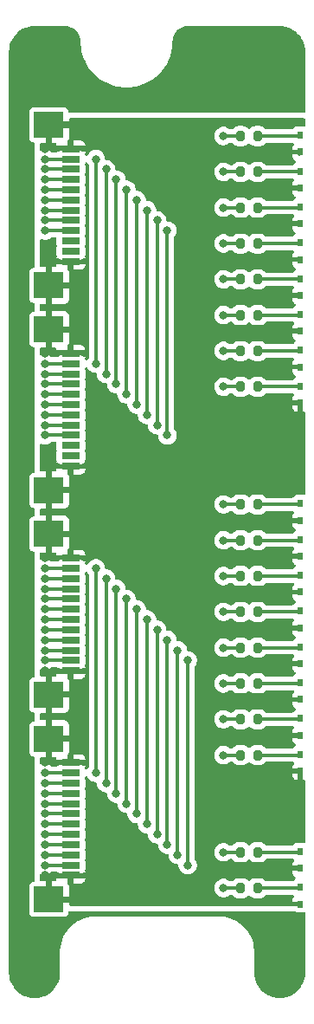
<source format=gbr>
%TF.GenerationSoftware,KiCad,Pcbnew,9.0.6*%
%TF.CreationDate,2025-12-05T19:39:21+03:00*%
%TF.ProjectId,PM_LED-18,504d5f4c-4544-42d3-9138-2e6b69636164,rev?*%
%TF.SameCoordinates,Original*%
%TF.FileFunction,Copper,L1,Top*%
%TF.FilePolarity,Positive*%
%FSLAX46Y46*%
G04 Gerber Fmt 4.6, Leading zero omitted, Abs format (unit mm)*
G04 Created by KiCad (PCBNEW 9.0.6) date 2025-12-05 19:39:21*
%MOMM*%
%LPD*%
G01*
G04 APERTURE LIST*
G04 Aperture macros list*
%AMRoundRect*
0 Rectangle with rounded corners*
0 $1 Rounding radius*
0 $2 $3 $4 $5 $6 $7 $8 $9 X,Y pos of 4 corners*
0 Add a 4 corners polygon primitive as box body*
4,1,4,$2,$3,$4,$5,$6,$7,$8,$9,$2,$3,0*
0 Add four circle primitives for the rounded corners*
1,1,$1+$1,$2,$3*
1,1,$1+$1,$4,$5*
1,1,$1+$1,$6,$7*
1,1,$1+$1,$8,$9*
0 Add four rect primitives between the rounded corners*
20,1,$1+$1,$2,$3,$4,$5,0*
20,1,$1+$1,$4,$5,$6,$7,0*
20,1,$1+$1,$6,$7,$8,$9,0*
20,1,$1+$1,$8,$9,$2,$3,0*%
G04 Aperture macros list end*
%TA.AperFunction,SMDPad,CuDef*%
%ADD10RoundRect,0.200000X-0.200000X-0.275000X0.200000X-0.275000X0.200000X0.275000X-0.200000X0.275000X0*%
%TD*%
%TA.AperFunction,SMDPad,CuDef*%
%ADD11R,0.480000X0.770000*%
%TD*%
%TA.AperFunction,SMDPad,CuDef*%
%ADD12R,1.803400X0.635000*%
%TD*%
%TA.AperFunction,SMDPad,CuDef*%
%ADD13R,2.997200X2.590800*%
%TD*%
%TA.AperFunction,ComponentPad*%
%ADD14C,0.700000*%
%TD*%
%TA.AperFunction,ComponentPad*%
%ADD15C,4.400000*%
%TD*%
%TA.AperFunction,ViaPad*%
%ADD16C,0.800000*%
%TD*%
%TA.AperFunction,Conductor*%
%ADD17C,0.300000*%
%TD*%
G04 APERTURE END LIST*
D10*
%TO.P,R5,1*%
%TO.N,/LEDa.4*%
X8175000Y22750000D03*
%TO.P,R5,2*%
%TO.N,Net-(D5-A)*%
X9825000Y22750000D03*
%TD*%
D11*
%TO.P,D12,1,K*%
%TO.N,GND*%
X14000000Y-11315000D03*
%TO.P,D12,2,A*%
%TO.N,Net-(D12-A)*%
X14000000Y-9685000D03*
%TD*%
D10*
%TO.P,R10,1*%
%TO.N,/LEDb.1*%
X8175000Y-2750000D03*
%TO.P,R10,2*%
%TO.N,Net-(D10-A)*%
X9825000Y-2750000D03*
%TD*%
D11*
%TO.P,D2,1,K*%
%TO.N,GND*%
X14000000Y31685000D03*
%TO.P,D2,2,A*%
%TO.N,Net-(D2-A)*%
X14000000Y33315000D03*
%TD*%
%TO.P,D3,1,K*%
%TO.N,GND*%
X14000000Y28185000D03*
%TO.P,D3,2,A*%
%TO.N,Net-(D3-A)*%
X14000000Y29815000D03*
%TD*%
D10*
%TO.P,R9,1*%
%TO.N,/LEDb.0*%
X8175000Y750000D03*
%TO.P,R9,2*%
%TO.N,Net-(D9-A)*%
X9825000Y750000D03*
%TD*%
%TO.P,R3,1*%
%TO.N,/LEDa.2*%
X8175000Y29750000D03*
%TO.P,R3,2*%
%TO.N,Net-(D3-A)*%
X9825000Y29750000D03*
%TD*%
%TO.P,R4,1*%
%TO.N,/LEDa.3*%
X8175000Y26250000D03*
%TO.P,R4,2*%
%TO.N,Net-(D4-A)*%
X9825000Y26250000D03*
%TD*%
D12*
%TO.P,J1,1,Pin_1*%
%TO.N,GND*%
X-8444000Y35499992D03*
%TO.P,J1,2,Pin_2*%
%TO.N,/LEDa.0*%
X-8444000Y34499994D03*
%TO.P,J1,3,Pin_3*%
%TO.N,/LEDa.1*%
X-8444000Y33499996D03*
%TO.P,J1,4,Pin_4*%
%TO.N,/LEDa.2*%
X-8444000Y32499998D03*
%TO.P,J1,5,Pin_5*%
%TO.N,/LEDa.3*%
X-8444000Y31500000D03*
%TO.P,J1,6,Pin_6*%
%TO.N,/LEDa.4*%
X-8444000Y30500000D03*
%TO.P,J1,7,Pin_7*%
%TO.N,/LEDa.5*%
X-8444000Y29500000D03*
%TO.P,J1,8,Pin_8*%
%TO.N,/LEDa.6*%
X-8444000Y28500000D03*
%TO.P,J1,9,Pin_9*%
%TO.N,/LEDa.7*%
X-8444000Y27500002D03*
%TO.P,J1,10,Pin_10*%
%TO.N,unconnected-(J1-Pin_10-Pad10)*%
X-8444000Y26500004D03*
%TO.P,J1,11,Pin_11*%
%TO.N,unconnected-(J1-Pin_11-Pad11)*%
X-8444000Y25500006D03*
%TO.P,J1,12,Pin_11*%
%TO.N,GND*%
X-8444000Y24500008D03*
D13*
%TO.P,J1,13,Pin_11*%
X-10614001Y37850003D03*
X-10614001Y22149997D03*
%TD*%
D10*
%TO.P,R12,1*%
%TO.N,/LEDb.3*%
X8175000Y-9750000D03*
%TO.P,R12,2*%
%TO.N,Net-(D12-A)*%
X9825000Y-9750000D03*
%TD*%
D11*
%TO.P,D10,1,K*%
%TO.N,GND*%
X14000000Y-4315000D03*
%TO.P,D10,2,A*%
%TO.N,Net-(D10-A)*%
X14000000Y-2685000D03*
%TD*%
D10*
%TO.P,R14,1*%
%TO.N,/LEDb.5*%
X8175000Y-16750000D03*
%TO.P,R14,2*%
%TO.N,Net-(D14-A)*%
X9825000Y-16750000D03*
%TD*%
D11*
%TO.P,D8,1,K*%
%TO.N,GND*%
X14000000Y10685000D03*
%TO.P,D8,2,A*%
%TO.N,Net-(D8-A)*%
X14000000Y12315000D03*
%TD*%
%TO.P,D17,1,K*%
%TO.N,GND*%
X14000000Y-34815000D03*
%TO.P,D17,2,A*%
%TO.N,Net-(D17-A)*%
X14000000Y-33185000D03*
%TD*%
D10*
%TO.P,R17,1*%
%TO.N,/LEDc.0*%
X8175000Y-33250000D03*
%TO.P,R17,2*%
%TO.N,Net-(D17-A)*%
X9825000Y-33250000D03*
%TD*%
D11*
%TO.P,D9,1,K*%
%TO.N,GND*%
X14000000Y-815000D03*
%TO.P,D9,2,A*%
%TO.N,Net-(D9-A)*%
X14000000Y815000D03*
%TD*%
D14*
%TO.P,H5,1,1*%
%TO.N,PE*%
X-13650000Y-45000000D03*
X-13166726Y-43833274D03*
X-13166726Y-46166726D03*
X-12000000Y-43350000D03*
D15*
X-12000000Y-45000000D03*
D14*
X-12000000Y-46650000D03*
X-10833274Y-43833274D03*
X-10833274Y-46166726D03*
X-10350000Y-45000000D03*
%TD*%
D10*
%TO.P,R7,1*%
%TO.N,/LEDa.6*%
X8175000Y15750000D03*
%TO.P,R7,2*%
%TO.N,Net-(D7-A)*%
X9825000Y15750000D03*
%TD*%
%TO.P,R18,1*%
%TO.N,/LEDc.1*%
X8175000Y-36750000D03*
%TO.P,R18,2*%
%TO.N,Net-(D18-A)*%
X9825000Y-36750000D03*
%TD*%
%TO.P,R15,1*%
%TO.N,/LEDb.6*%
X8175000Y-20250000D03*
%TO.P,R15,2*%
%TO.N,Net-(D15-A)*%
X9825000Y-20250000D03*
%TD*%
%TO.P,R16,1*%
%TO.N,/LEDb.7*%
X8175000Y-23750000D03*
%TO.P,R16,2*%
%TO.N,Net-(D16-A)*%
X9825000Y-23750000D03*
%TD*%
D11*
%TO.P,D11,1,K*%
%TO.N,GND*%
X14000000Y-7815000D03*
%TO.P,D11,2,A*%
%TO.N,Net-(D11-A)*%
X14000000Y-6185000D03*
%TD*%
%TO.P,D7,1,K*%
%TO.N,GND*%
X14000000Y14185000D03*
%TO.P,D7,2,A*%
%TO.N,Net-(D7-A)*%
X14000000Y15815000D03*
%TD*%
%TO.P,D1,1,K*%
%TO.N,GND*%
X14000000Y35185000D03*
%TO.P,D1,2,A*%
%TO.N,Net-(D1-A)*%
X14000000Y36815000D03*
%TD*%
%TO.P,D4,1,K*%
%TO.N,GND*%
X14000000Y24685000D03*
%TO.P,D4,2,A*%
%TO.N,Net-(D4-A)*%
X14000000Y26315000D03*
%TD*%
D10*
%TO.P,R8,1*%
%TO.N,/LEDa.7*%
X8175000Y12250000D03*
%TO.P,R8,2*%
%TO.N,Net-(D8-A)*%
X9825000Y12250000D03*
%TD*%
D11*
%TO.P,D16,1,K*%
%TO.N,GND*%
X14000000Y-25315000D03*
%TO.P,D16,2,A*%
%TO.N,Net-(D16-A)*%
X14000000Y-23685000D03*
%TD*%
D10*
%TO.P,R11,1*%
%TO.N,/LEDb.2*%
X8175000Y-6250000D03*
%TO.P,R11,2*%
%TO.N,Net-(D11-A)*%
X9825000Y-6250000D03*
%TD*%
D14*
%TO.P,H1,1,1*%
%TO.N,PE*%
X-13650000Y45000000D03*
X-13166726Y46166726D03*
X-13166726Y43833274D03*
X-12000000Y46650000D03*
D15*
X-12000000Y45000000D03*
D14*
X-12000000Y43350000D03*
X-10833274Y46166726D03*
X-10833274Y43833274D03*
X-10350000Y45000000D03*
%TD*%
D10*
%TO.P,R6,1*%
%TO.N,/LEDa.5*%
X8175000Y19250000D03*
%TO.P,R6,2*%
%TO.N,Net-(D6-A)*%
X9825000Y19250000D03*
%TD*%
%TO.P,R13,1*%
%TO.N,/LEDb.4*%
X8175000Y-13250000D03*
%TO.P,R13,2*%
%TO.N,Net-(D13-A)*%
X9825000Y-13250000D03*
%TD*%
D11*
%TO.P,D15,1,K*%
%TO.N,GND*%
X14000000Y-21815000D03*
%TO.P,D15,2,A*%
%TO.N,Net-(D15-A)*%
X14000000Y-20185000D03*
%TD*%
D12*
%TO.P,J3,1,Pin_1*%
%TO.N,GND*%
X-8444000Y-4500008D03*
%TO.P,J3,2,Pin_2*%
%TO.N,/LEDb.0*%
X-8444000Y-5500006D03*
%TO.P,J3,3,Pin_3*%
%TO.N,/LEDb.1*%
X-8444000Y-6500004D03*
%TO.P,J3,4,Pin_4*%
%TO.N,/LEDb.2*%
X-8444000Y-7500002D03*
%TO.P,J3,5,Pin_5*%
%TO.N,/LEDb.3*%
X-8444000Y-8500000D03*
%TO.P,J3,6,Pin_6*%
%TO.N,/LEDb.4*%
X-8444000Y-9500000D03*
%TO.P,J3,7,Pin_7*%
%TO.N,/LEDb.5*%
X-8444000Y-10500000D03*
%TO.P,J3,8,Pin_8*%
%TO.N,/LEDb.6*%
X-8444000Y-11500000D03*
%TO.P,J3,9,Pin_9*%
%TO.N,/LEDb.7*%
X-8444000Y-12499998D03*
%TO.P,J3,10,Pin_10*%
%TO.N,/LEDc.0*%
X-8444000Y-13499996D03*
%TO.P,J3,11,Pin_11*%
%TO.N,/LEDc.1*%
X-8444000Y-14499994D03*
%TO.P,J3,12,Pin_11*%
%TO.N,GND*%
X-8444000Y-15499992D03*
D13*
%TO.P,J3,13,Pin_11*%
X-10614001Y-2149997D03*
X-10614001Y-17850003D03*
%TD*%
D10*
%TO.P,R1,1*%
%TO.N,/LEDa.0*%
X8175000Y36750000D03*
%TO.P,R1,2*%
%TO.N,Net-(D1-A)*%
X9825000Y36750000D03*
%TD*%
D14*
%TO.P,H3,1,1*%
%TO.N,PE*%
X10350000Y-45000000D03*
X10833274Y-43833274D03*
X10833274Y-46166726D03*
X12000000Y-43350000D03*
D15*
X12000000Y-45000000D03*
D14*
X12000000Y-46650000D03*
X13166726Y-43833274D03*
X13166726Y-46166726D03*
X13650000Y-45000000D03*
%TD*%
D11*
%TO.P,D18,1,K*%
%TO.N,GND*%
X14000000Y-38315000D03*
%TO.P,D18,2,A*%
%TO.N,Net-(D18-A)*%
X14000000Y-36685000D03*
%TD*%
D10*
%TO.P,R2,1*%
%TO.N,/LEDa.1*%
X8175000Y33250000D03*
%TO.P,R2,2*%
%TO.N,Net-(D2-A)*%
X9825000Y33250000D03*
%TD*%
D14*
%TO.P,H2,1,1*%
%TO.N,PE*%
X10350000Y45000000D03*
X10833274Y46166726D03*
X10833274Y43833274D03*
X12000000Y46650000D03*
D15*
X12000000Y45000000D03*
D14*
X12000000Y43350000D03*
X13166726Y46166726D03*
X13166726Y43833274D03*
X13650000Y45000000D03*
%TD*%
D12*
%TO.P,J2,1,Pin_1*%
%TO.N,GND*%
X-8444000Y15499992D03*
%TO.P,J2,2,Pin_2*%
%TO.N,/LEDa.0*%
X-8444000Y14499994D03*
%TO.P,J2,3,Pin_3*%
%TO.N,/LEDa.1*%
X-8444000Y13499996D03*
%TO.P,J2,4,Pin_4*%
%TO.N,/LEDa.2*%
X-8444000Y12499998D03*
%TO.P,J2,5,Pin_5*%
%TO.N,/LEDa.3*%
X-8444000Y11500000D03*
%TO.P,J2,6,Pin_6*%
%TO.N,/LEDa.4*%
X-8444000Y10500000D03*
%TO.P,J2,7,Pin_7*%
%TO.N,/LEDa.5*%
X-8444000Y9500000D03*
%TO.P,J2,8,Pin_8*%
%TO.N,/LEDa.6*%
X-8444000Y8500000D03*
%TO.P,J2,9,Pin_9*%
%TO.N,/LEDa.7*%
X-8444000Y7500002D03*
%TO.P,J2,10,Pin_10*%
%TO.N,unconnected-(J2-Pin_10-Pad10)*%
X-8444000Y6500004D03*
%TO.P,J2,11,Pin_11*%
%TO.N,unconnected-(J2-Pin_11-Pad11)*%
X-8444000Y5500006D03*
%TO.P,J2,12,Pin_11*%
%TO.N,GND*%
X-8444000Y4500008D03*
D13*
%TO.P,J2,13,Pin_11*%
X-10614001Y17850003D03*
X-10614001Y2149997D03*
%TD*%
D11*
%TO.P,D14,1,K*%
%TO.N,GND*%
X14000000Y-18315000D03*
%TO.P,D14,2,A*%
%TO.N,Net-(D14-A)*%
X14000000Y-16685000D03*
%TD*%
%TO.P,D6,1,K*%
%TO.N,GND*%
X14000000Y17685000D03*
%TO.P,D6,2,A*%
%TO.N,Net-(D6-A)*%
X14000000Y19315000D03*
%TD*%
D12*
%TO.P,J4,1,Pin_1*%
%TO.N,GND*%
X-8444000Y-24500008D03*
%TO.P,J4,2,Pin_2*%
%TO.N,/LEDb.0*%
X-8444000Y-25500006D03*
%TO.P,J4,3,Pin_3*%
%TO.N,/LEDb.1*%
X-8444000Y-26500004D03*
%TO.P,J4,4,Pin_4*%
%TO.N,/LEDb.2*%
X-8444000Y-27500002D03*
%TO.P,J4,5,Pin_5*%
%TO.N,/LEDb.3*%
X-8444000Y-28500000D03*
%TO.P,J4,6,Pin_6*%
%TO.N,/LEDb.4*%
X-8444000Y-29500000D03*
%TO.P,J4,7,Pin_7*%
%TO.N,/LEDb.5*%
X-8444000Y-30500000D03*
%TO.P,J4,8,Pin_8*%
%TO.N,/LEDb.6*%
X-8444000Y-31500000D03*
%TO.P,J4,9,Pin_9*%
%TO.N,/LEDb.7*%
X-8444000Y-32499998D03*
%TO.P,J4,10,Pin_10*%
%TO.N,/LEDc.0*%
X-8444000Y-33499996D03*
%TO.P,J4,11,Pin_11*%
%TO.N,/LEDc.1*%
X-8444000Y-34499994D03*
%TO.P,J4,12,Pin_11*%
%TO.N,GND*%
X-8444000Y-35499992D03*
D13*
%TO.P,J4,13,Pin_11*%
X-10614001Y-22149997D03*
X-10614001Y-37850003D03*
%TD*%
D11*
%TO.P,D13,1,K*%
%TO.N,GND*%
X14000000Y-14815000D03*
%TO.P,D13,2,A*%
%TO.N,Net-(D13-A)*%
X14000000Y-13185000D03*
%TD*%
%TO.P,D5,1,K*%
%TO.N,GND*%
X14000000Y21185000D03*
%TO.P,D5,2,A*%
%TO.N,Net-(D5-A)*%
X14000000Y22815000D03*
%TD*%
D16*
%TO.N,GND*%
X-11000000Y-24500000D03*
X-11000000Y-4500000D03*
X-11000000Y15500000D03*
X-11000000Y-15500000D03*
X-11000000Y35500000D03*
X-11000000Y24500000D03*
X-11000000Y-35500000D03*
X-11000000Y4500000D03*
%TO.N,/LEDa.2*%
X-11000000Y32500000D03*
X-4000000Y32500000D03*
X-11000000Y12500000D03*
X-4000000Y12500000D03*
X6500000Y29750000D03*
%TO.N,/LEDa.3*%
X-11000000Y11500000D03*
X-11000000Y31500000D03*
X-3000000Y31500000D03*
X-3000000Y11500000D03*
X6500000Y26250000D03*
%TO.N,/LEDa.4*%
X-11000000Y30500000D03*
X6500000Y22750000D03*
X-11000000Y10500000D03*
X-2000000Y10500000D03*
X-2000000Y30500000D03*
%TO.N,/LEDa.7*%
X-11000000Y27500000D03*
X1000000Y7500000D03*
X1000000Y27500000D03*
X-11000000Y7500000D03*
X6500000Y12250000D03*
%TO.N,/LEDa.5*%
X-1000000Y29500000D03*
X-1000000Y9500000D03*
X-11000000Y9500000D03*
X-11000000Y29500000D03*
X6500000Y19250000D03*
%TO.N,/LEDa.0*%
X-6000000Y14500000D03*
X6500000Y36750000D03*
X-11000000Y14500000D03*
X-11000000Y34500000D03*
X-6000000Y34500000D03*
%TO.N,/LEDa.1*%
X6500000Y33250000D03*
X-5000000Y13500000D03*
X-11000000Y13500000D03*
X-5000000Y33500000D03*
X-11000000Y33500000D03*
%TO.N,/LEDa.6*%
X0Y28500000D03*
X-11000000Y8500000D03*
X-11000000Y28500000D03*
X0Y8500000D03*
X6500000Y15750000D03*
%TO.N,/LEDb.6*%
X0Y-31500000D03*
X0Y-11500000D03*
X-11000000Y-31500000D03*
X-11000000Y-11500000D03*
X6500000Y-20250000D03*
%TO.N,/LEDc.0*%
X2000000Y-33500000D03*
X2000000Y-13500000D03*
X-11000000Y-33500000D03*
X6500000Y-33250000D03*
X-11000000Y-13500000D03*
%TO.N,/LEDb.0*%
X-11000000Y-5500000D03*
X-6000000Y-5500000D03*
X-11000000Y-25500000D03*
X6500000Y750000D03*
X-6000000Y-25500000D03*
%TO.N,/LEDb.2*%
X-11000000Y-27500000D03*
X-4000000Y-7500000D03*
X-11000000Y-7500000D03*
X-4000000Y-27500000D03*
X6500000Y-6250000D03*
%TO.N,/LEDb.5*%
X-11000000Y-30500000D03*
X-1000000Y-10500000D03*
X-1000000Y-30500000D03*
X6500000Y-16750000D03*
X-11000000Y-10500000D03*
%TO.N,/LEDb.1*%
X-5000000Y-6500000D03*
X-11000000Y-6500000D03*
X-11000000Y-26500000D03*
X-5000000Y-26500000D03*
X6500000Y-2750000D03*
%TO.N,/LEDc.1*%
X-11000000Y-14500000D03*
X-11000000Y-34500000D03*
X3000000Y-34500000D03*
X3000000Y-14500000D03*
X6500000Y-36750000D03*
%TO.N,/LEDb.4*%
X-11000000Y-29500000D03*
X-2000000Y-9500000D03*
X-11000000Y-9500000D03*
X6500000Y-13250000D03*
X-2000000Y-29500000D03*
%TO.N,/LEDb.7*%
X1000000Y-32500000D03*
X6500000Y-23750000D03*
X-11000000Y-32500000D03*
X-11000000Y-12500000D03*
X1000000Y-12500000D03*
%TO.N,/LEDb.3*%
X-11000000Y-28500000D03*
X6500000Y-9750000D03*
X-11000000Y-8500000D03*
X-3000000Y-8500000D03*
X-3000000Y-28500000D03*
%TD*%
D17*
%TO.N,GND*%
X13935000Y35000000D02*
X14000000Y35065000D01*
%TO.N,Net-(D9-A)*%
X13935000Y750000D02*
X14000000Y815000D01*
X9825000Y750000D02*
X13935000Y750000D01*
%TO.N,Net-(D10-A)*%
X13935000Y-2750000D02*
X14000000Y-2685000D01*
X9825000Y-2750000D02*
X13935000Y-2750000D01*
%TO.N,Net-(D1-A)*%
X13935000Y36750000D02*
X14000000Y36815000D01*
X9825000Y36750000D02*
X13935000Y36750000D01*
%TO.N,Net-(D2-A)*%
X13935000Y33250000D02*
X14000000Y33315000D01*
X9825000Y33250000D02*
X13935000Y33250000D01*
%TO.N,Net-(D3-A)*%
X13935000Y29750000D02*
X14000000Y29815000D01*
X9825000Y29750000D02*
X13935000Y29750000D01*
%TO.N,Net-(D4-A)*%
X13935000Y26250000D02*
X14000000Y26315000D01*
X9825000Y26250000D02*
X13935000Y26250000D01*
%TO.N,Net-(D5-A)*%
X13935000Y22750000D02*
X14000000Y22815000D01*
X9825000Y22750000D02*
X13935000Y22750000D01*
%TO.N,Net-(D6-A)*%
X13935000Y19250000D02*
X14000000Y19315000D01*
X9825000Y19250000D02*
X13935000Y19250000D01*
%TO.N,Net-(D7-A)*%
X13935000Y15750000D02*
X14000000Y15815000D01*
X9825000Y15750000D02*
X13935000Y15750000D01*
%TO.N,Net-(D8-A)*%
X13935000Y12250000D02*
X14000000Y12315000D01*
X9825000Y12250000D02*
X13935000Y12250000D01*
%TO.N,Net-(D11-A)*%
X13935000Y-6250000D02*
X14000000Y-6185000D01*
X9825000Y-6250000D02*
X13935000Y-6250000D01*
%TO.N,Net-(D12-A)*%
X13935000Y-9750000D02*
X14000000Y-9685000D01*
X9825000Y-9750000D02*
X13935000Y-9750000D01*
%TO.N,Net-(D13-A)*%
X9825000Y-13250000D02*
X13935000Y-13250000D01*
X13935000Y-13250000D02*
X14000000Y-13185000D01*
%TO.N,Net-(D14-A)*%
X9825000Y-16750000D02*
X13935000Y-16750000D01*
X13935000Y-16750000D02*
X14000000Y-16685000D01*
%TO.N,Net-(D15-A)*%
X9825000Y-20250000D02*
X13935000Y-20250000D01*
X13935000Y-20250000D02*
X14000000Y-20185000D01*
%TO.N,Net-(D16-A)*%
X9825000Y-23750000D02*
X13935000Y-23750000D01*
X13935000Y-23750000D02*
X14000000Y-23685000D01*
%TO.N,Net-(D17-A)*%
X13935000Y-33250000D02*
X14000000Y-33185000D01*
X9825000Y-33250000D02*
X13935000Y-33250000D01*
%TO.N,Net-(D18-A)*%
X9825000Y-36750000D02*
X13935000Y-36750000D01*
X13935000Y-36750000D02*
X14000000Y-36685000D01*
%TO.N,/LEDa.2*%
X6500000Y29750000D02*
X8175000Y29750000D01*
X-4000000Y32500000D02*
X-4000000Y12500000D01*
X-11000000Y32500000D02*
X-8444006Y32500000D01*
X-11000000Y12500000D02*
X-8444006Y12500000D01*
%TO.N,/LEDa.3*%
X-3000000Y31500000D02*
X-3000000Y11500000D01*
X6500000Y26250000D02*
X8175000Y26250000D01*
X-11000000Y11500000D02*
X-8444006Y11500000D01*
X-11000000Y31500000D02*
X-8444006Y31500000D01*
%TO.N,/LEDa.4*%
X-2000000Y30500000D02*
X-2000000Y10500000D01*
X-11000000Y30500000D02*
X-8444006Y30500000D01*
X6500000Y22750000D02*
X8175000Y22750000D01*
X-11000000Y10500000D02*
X-8444006Y10500000D01*
%TO.N,/LEDa.7*%
X-11000000Y27500000D02*
X-8444006Y27500000D01*
X1000000Y27500000D02*
X1000000Y7500000D01*
X6500000Y12250000D02*
X8175000Y12250000D01*
X-11000000Y7500000D02*
X-8444006Y7500000D01*
%TO.N,/LEDa.5*%
X6500000Y19250000D02*
X8175000Y19250000D01*
X-11000000Y9500000D02*
X-8444006Y9500000D01*
X-11000000Y29500000D02*
X-8444006Y29500000D01*
X-1000000Y29500000D02*
X-1000000Y9500000D01*
%TO.N,/LEDa.0*%
X6500000Y36750000D02*
X8175000Y36750000D01*
X-11000000Y14500000D02*
X-8444006Y14500000D01*
X-8444006Y34500000D02*
X-8444000Y34499994D01*
X-6000000Y34500000D02*
X-6000000Y14500000D01*
X-11000000Y34500000D02*
X-8444006Y34500000D01*
%TO.N,/LEDa.1*%
X-5000000Y33500000D02*
X-5000000Y13500000D01*
X-11000000Y13500000D02*
X-8444006Y13500000D01*
X-11000000Y33500000D02*
X-8444006Y33500000D01*
X6500000Y33250000D02*
X8175000Y33250000D01*
%TO.N,/LEDa.6*%
X-11000000Y8500000D02*
X-8444006Y8500000D01*
X-11000000Y28500000D02*
X-8444006Y28500000D01*
X6500000Y15750000D02*
X8175000Y15750000D01*
X0Y28500000D02*
X0Y8500000D01*
%TO.N,/LEDb.6*%
X0Y-11500000D02*
X0Y-31500000D01*
X-11000000Y-31500000D02*
X-8444006Y-31500000D01*
X6500000Y-20250000D02*
X8175000Y-20250000D01*
X-11000000Y-11500000D02*
X-8444006Y-11500000D01*
%TO.N,/LEDc.0*%
X2000000Y-13500000D02*
X2000000Y-33500000D01*
X-11000000Y-33500000D02*
X-8444006Y-33500000D01*
X-11000000Y-13500000D02*
X-8444006Y-13500000D01*
X6500000Y-33250000D02*
X8175000Y-33250000D01*
%TO.N,/LEDb.0*%
X-6000000Y-5500000D02*
X-6000000Y-25500000D01*
X-11000000Y-5500000D02*
X-8444006Y-5500000D01*
X6500000Y750000D02*
X8175000Y750000D01*
X-11000000Y-25500000D02*
X-8444006Y-25500000D01*
%TO.N,/LEDb.2*%
X-4000000Y-7500000D02*
X-4000000Y-27500000D01*
X-11000000Y-27500000D02*
X-8444006Y-27500000D01*
X-11000000Y-7500000D02*
X-8444006Y-7500000D01*
X6500000Y-6250000D02*
X8175000Y-6250000D01*
%TO.N,/LEDb.5*%
X6500000Y-16750000D02*
X8175000Y-16750000D01*
X-11000000Y-10500000D02*
X-8444006Y-10500000D01*
X-11000000Y-30500000D02*
X-8444006Y-30500000D01*
X-1000000Y-10500000D02*
X-1000000Y-30500000D01*
%TO.N,/LEDb.1*%
X-11000000Y-26500000D02*
X-8444006Y-26500000D01*
X-11000000Y-6500000D02*
X-8444006Y-6500000D01*
X-5000000Y-6500000D02*
X-5000000Y-26500000D01*
X6500000Y-2750000D02*
X8175000Y-2750000D01*
%TO.N,/LEDc.1*%
X3000000Y-14500000D02*
X3000000Y-34500000D01*
X6500000Y-36750000D02*
X8175000Y-36750000D01*
X-11000000Y-14500000D02*
X-8444006Y-14500000D01*
X-11000000Y-34500000D02*
X-8444006Y-34500000D01*
%TO.N,/LEDb.4*%
X6500000Y-13250000D02*
X8175000Y-13250000D01*
X-11000000Y-9500000D02*
X-8444006Y-9500000D01*
X-2000000Y-9500000D02*
X-2000000Y-29500000D01*
X-11000000Y-29500000D02*
X-8444006Y-29500000D01*
%TO.N,/LEDb.7*%
X6500000Y-23750000D02*
X8175000Y-23750000D01*
X-11000000Y-32500000D02*
X-8444006Y-32500000D01*
X1000000Y-12500000D02*
X1000000Y-32500000D01*
X-11000000Y-12500000D02*
X-8444006Y-12500000D01*
%TO.N,/LEDb.3*%
X6500000Y-9750000D02*
X8175000Y-9750000D01*
X-11000000Y-28500000D02*
X-8444006Y-28500000D01*
X-11000000Y-8500000D02*
X-8444006Y-8500000D01*
X-3000000Y-8500000D02*
X-3000000Y-28500000D01*
%TD*%
%TA.AperFunction,Conductor*%
%TO.N,GND*%
G36*
X14438247Y38474815D02*
G01*
X14484002Y38422011D01*
X14495208Y38370500D01*
X14495208Y37815900D01*
X14475523Y37748861D01*
X14422719Y37703106D01*
X14355210Y37693400D01*
X14355196Y37693261D01*
X14354654Y37693320D01*
X14353561Y37693162D01*
X14350213Y37693797D01*
X14347484Y37694091D01*
X14347483Y37694091D01*
X14287873Y37700500D01*
X14287863Y37700500D01*
X13712129Y37700500D01*
X13712123Y37700499D01*
X13652516Y37694092D01*
X13517671Y37643798D01*
X13517664Y37643794D01*
X13402456Y37557548D01*
X13402455Y37557547D01*
X13402454Y37557546D01*
X13325153Y37454285D01*
X13322087Y37450189D01*
X13266153Y37408318D01*
X13222820Y37400500D01*
X10686489Y37400500D01*
X10619450Y37420185D01*
X10585762Y37454809D01*
X10585094Y37454285D01*
X10580468Y37460190D01*
X10460188Y37580470D01*
X10371379Y37634157D01*
X10314606Y37668478D01*
X10152196Y37719086D01*
X10152194Y37719087D01*
X10152192Y37719087D01*
X10102778Y37723577D01*
X10081616Y37725500D01*
X9568384Y37725500D01*
X9549145Y37723752D01*
X9497807Y37719087D01*
X9335393Y37668478D01*
X9189811Y37580470D01*
X9189810Y37580469D01*
X9087681Y37478339D01*
X9026358Y37444854D01*
X8956666Y37449838D01*
X8912319Y37478339D01*
X8810188Y37580470D01*
X8721379Y37634157D01*
X8664606Y37668478D01*
X8502196Y37719086D01*
X8502194Y37719087D01*
X8502192Y37719087D01*
X8452778Y37723577D01*
X8431616Y37725500D01*
X7918384Y37725500D01*
X7899145Y37723752D01*
X7847807Y37719087D01*
X7685393Y37668478D01*
X7539811Y37580470D01*
X7419531Y37460190D01*
X7414906Y37454285D01*
X7413882Y37455088D01*
X7411692Y37453083D01*
X7407224Y37443297D01*
X7386374Y37429898D01*
X7368096Y37413160D01*
X7355943Y37410342D01*
X7348446Y37405523D01*
X7313511Y37400500D01*
X7174362Y37400500D01*
X7107323Y37420185D01*
X7086681Y37436819D01*
X7074038Y37449462D01*
X7074034Y37449465D01*
X6926553Y37548010D01*
X6926540Y37548017D01*
X6762667Y37615894D01*
X6762658Y37615897D01*
X6588694Y37650500D01*
X6588691Y37650500D01*
X6411309Y37650500D01*
X6411306Y37650500D01*
X6237341Y37615897D01*
X6237332Y37615894D01*
X6073459Y37548017D01*
X6073446Y37548010D01*
X5925965Y37449465D01*
X5925961Y37449462D01*
X5800538Y37324039D01*
X5800535Y37324035D01*
X5701990Y37176554D01*
X5701983Y37176541D01*
X5634106Y37012668D01*
X5634103Y37012659D01*
X5599500Y36838696D01*
X5599500Y36661305D01*
X5634103Y36487342D01*
X5634106Y36487333D01*
X5701983Y36323460D01*
X5701990Y36323447D01*
X5800535Y36175966D01*
X5800538Y36175962D01*
X5925961Y36050539D01*
X5925965Y36050536D01*
X6073446Y35951991D01*
X6073459Y35951984D01*
X6157082Y35917347D01*
X6237334Y35884106D01*
X6237336Y35884106D01*
X6237341Y35884104D01*
X6411304Y35849501D01*
X6411307Y35849500D01*
X6411309Y35849500D01*
X6588693Y35849500D01*
X6588694Y35849501D01*
X6668223Y35865320D01*
X6762658Y35884104D01*
X6762661Y35884106D01*
X6762666Y35884106D01*
X6926547Y35951987D01*
X7074035Y36050536D01*
X7078645Y36055146D01*
X7086681Y36063181D01*
X7113608Y36077885D01*
X7139427Y36094477D01*
X7145627Y36095369D01*
X7148004Y36096666D01*
X7174362Y36099500D01*
X7313511Y36099500D01*
X7380550Y36079815D01*
X7414237Y36045192D01*
X7414906Y36045715D01*
X7419531Y36039811D01*
X7539811Y35919531D01*
X7539813Y35919530D01*
X7539815Y35919528D01*
X7685394Y35831522D01*
X7847804Y35780914D01*
X7918384Y35774500D01*
X7918387Y35774500D01*
X8431613Y35774500D01*
X8431616Y35774500D01*
X8502196Y35780914D01*
X8664606Y35831522D01*
X8810185Y35919528D01*
X8848510Y35957853D01*
X8912319Y36021661D01*
X8973642Y36055146D01*
X9043334Y36050162D01*
X9087681Y36021661D01*
X9189811Y35919531D01*
X9189813Y35919530D01*
X9189815Y35919528D01*
X9335394Y35831522D01*
X9497804Y35780914D01*
X9568384Y35774500D01*
X9568387Y35774500D01*
X10081613Y35774500D01*
X10081616Y35774500D01*
X10152196Y35780914D01*
X10314606Y35831522D01*
X10460185Y35919528D01*
X10580472Y36039815D01*
X10580474Y36039820D01*
X10585094Y36045715D01*
X10586117Y36044913D01*
X10631904Y36086840D01*
X10686489Y36099500D01*
X13284081Y36099500D01*
X13351120Y36079815D01*
X13396875Y36027011D01*
X13406819Y35957853D01*
X13383347Y35901189D01*
X13316649Y35812094D01*
X13316645Y35812087D01*
X13266403Y35677380D01*
X13266401Y35677373D01*
X13260000Y35617845D01*
X13260000Y35425000D01*
X13876000Y35425000D01*
X13884685Y35422450D01*
X13893647Y35423738D01*
X13917687Y35412760D01*
X13943039Y35405315D01*
X13948966Y35398475D01*
X13957203Y35394713D01*
X13971492Y35372479D01*
X13988794Y35352511D01*
X13991081Y35341997D01*
X13994977Y35335935D01*
X14000000Y35301000D01*
X14000000Y35069000D01*
X13980315Y35001961D01*
X13927511Y34956206D01*
X13876000Y34945000D01*
X13260000Y34945000D01*
X13260000Y34752156D01*
X13266401Y34692628D01*
X13266403Y34692621D01*
X13316645Y34557914D01*
X13316649Y34557907D01*
X13402809Y34442813D01*
X13402812Y34442810D01*
X13525011Y34351331D01*
X13523365Y34349134D01*
X13562782Y34309724D01*
X13577640Y34241453D01*
X13553229Y34175986D01*
X13523766Y34150452D01*
X13524769Y34149112D01*
X13402456Y34057548D01*
X13402455Y34057547D01*
X13402454Y34057546D01*
X13325153Y33954285D01*
X13322087Y33950189D01*
X13266153Y33908318D01*
X13222820Y33900500D01*
X10686489Y33900500D01*
X10619450Y33920185D01*
X10585762Y33954809D01*
X10585094Y33954285D01*
X10580468Y33960190D01*
X10460188Y34080470D01*
X10457723Y34081960D01*
X10314606Y34168478D01*
X10152196Y34219086D01*
X10152194Y34219087D01*
X10152192Y34219087D01*
X10102778Y34223577D01*
X10081616Y34225500D01*
X9568384Y34225500D01*
X9549145Y34223752D01*
X9497807Y34219087D01*
X9335393Y34168478D01*
X9189811Y34080470D01*
X9189810Y34080469D01*
X9087681Y33978339D01*
X9026358Y33944854D01*
X8956666Y33949838D01*
X8912319Y33978339D01*
X8810188Y34080470D01*
X8807723Y34081960D01*
X8664606Y34168478D01*
X8502196Y34219086D01*
X8502194Y34219087D01*
X8502192Y34219087D01*
X8452778Y34223577D01*
X8431616Y34225500D01*
X7918384Y34225500D01*
X7899145Y34223752D01*
X7847807Y34219087D01*
X7685393Y34168478D01*
X7539811Y34080470D01*
X7419531Y33960190D01*
X7414906Y33954285D01*
X7413882Y33955088D01*
X7411692Y33953083D01*
X7407224Y33943297D01*
X7386374Y33929898D01*
X7368096Y33913160D01*
X7355943Y33910342D01*
X7348446Y33905523D01*
X7313511Y33900500D01*
X7174362Y33900500D01*
X7107323Y33920185D01*
X7086681Y33936819D01*
X7074038Y33949462D01*
X7074034Y33949465D01*
X6926553Y34048010D01*
X6926540Y34048017D01*
X6762667Y34115894D01*
X6762658Y34115897D01*
X6588694Y34150500D01*
X6588691Y34150500D01*
X6411309Y34150500D01*
X6411306Y34150500D01*
X6237341Y34115897D01*
X6237332Y34115894D01*
X6073459Y34048017D01*
X6073446Y34048010D01*
X5925965Y33949465D01*
X5925961Y33949462D01*
X5800538Y33824039D01*
X5800535Y33824035D01*
X5701990Y33676554D01*
X5701983Y33676541D01*
X5634106Y33512668D01*
X5634103Y33512659D01*
X5599500Y33338696D01*
X5599500Y33161305D01*
X5634103Y32987342D01*
X5634106Y32987333D01*
X5701983Y32823460D01*
X5701990Y32823447D01*
X5800535Y32675966D01*
X5800538Y32675962D01*
X5925961Y32550539D01*
X5925965Y32550536D01*
X6073446Y32451991D01*
X6073459Y32451984D01*
X6171659Y32411309D01*
X6237334Y32384106D01*
X6237336Y32384106D01*
X6237341Y32384104D01*
X6411304Y32349501D01*
X6411307Y32349500D01*
X6411309Y32349500D01*
X6588693Y32349500D01*
X6588694Y32349501D01*
X6671124Y32365897D01*
X6762658Y32384104D01*
X6762661Y32384106D01*
X6762666Y32384106D01*
X6926547Y32451987D01*
X7074035Y32550536D01*
X7078645Y32555146D01*
X7086681Y32563181D01*
X7113608Y32577885D01*
X7139427Y32594477D01*
X7145627Y32595369D01*
X7148004Y32596666D01*
X7174362Y32599500D01*
X7313511Y32599500D01*
X7380550Y32579815D01*
X7414237Y32545192D01*
X7414906Y32545715D01*
X7419531Y32539811D01*
X7539811Y32419531D01*
X7539813Y32419530D01*
X7539815Y32419528D01*
X7685394Y32331522D01*
X7847804Y32280914D01*
X7918384Y32274500D01*
X7918387Y32274500D01*
X8431613Y32274500D01*
X8431616Y32274500D01*
X8502196Y32280914D01*
X8664606Y32331522D01*
X8810185Y32419528D01*
X8848510Y32457853D01*
X8912319Y32521661D01*
X8973642Y32555146D01*
X9043334Y32550162D01*
X9087681Y32521661D01*
X9189811Y32419531D01*
X9189813Y32419530D01*
X9189815Y32419528D01*
X9335394Y32331522D01*
X9497804Y32280914D01*
X9568384Y32274500D01*
X9568387Y32274500D01*
X10081613Y32274500D01*
X10081616Y32274500D01*
X10152196Y32280914D01*
X10314606Y32331522D01*
X10460185Y32419528D01*
X10580472Y32539815D01*
X10580474Y32539820D01*
X10585094Y32545715D01*
X10586117Y32544913D01*
X10631904Y32586840D01*
X10686489Y32599500D01*
X13284081Y32599500D01*
X13351120Y32579815D01*
X13396875Y32527011D01*
X13406819Y32457853D01*
X13383347Y32401189D01*
X13316649Y32312094D01*
X13316645Y32312087D01*
X13266403Y32177380D01*
X13266401Y32177373D01*
X13260000Y32117845D01*
X13260000Y31925000D01*
X13876000Y31925000D01*
X13884685Y31922450D01*
X13893647Y31923738D01*
X13917687Y31912760D01*
X13943039Y31905315D01*
X13948966Y31898475D01*
X13957203Y31894713D01*
X13971492Y31872479D01*
X13988794Y31852511D01*
X13991081Y31841997D01*
X13994977Y31835935D01*
X14000000Y31801000D01*
X14000000Y31569000D01*
X13980315Y31501961D01*
X13927511Y31456206D01*
X13876000Y31445000D01*
X13260000Y31445000D01*
X13260000Y31252156D01*
X13266401Y31192628D01*
X13266403Y31192621D01*
X13316645Y31057914D01*
X13316649Y31057907D01*
X13402809Y30942813D01*
X13402812Y30942810D01*
X13525011Y30851331D01*
X13523365Y30849134D01*
X13562782Y30809724D01*
X13577640Y30741453D01*
X13553229Y30675986D01*
X13523766Y30650452D01*
X13524769Y30649112D01*
X13402456Y30557548D01*
X13402455Y30557547D01*
X13402454Y30557546D01*
X13325153Y30454285D01*
X13322087Y30450189D01*
X13266153Y30408318D01*
X13222820Y30400500D01*
X10686489Y30400500D01*
X10619450Y30420185D01*
X10585762Y30454809D01*
X10585094Y30454285D01*
X10580468Y30460190D01*
X10460188Y30580470D01*
X10371379Y30634157D01*
X10314606Y30668478D01*
X10152196Y30719086D01*
X10152194Y30719087D01*
X10152192Y30719087D01*
X10102778Y30723577D01*
X10081616Y30725500D01*
X9568384Y30725500D01*
X9549145Y30723752D01*
X9497807Y30719087D01*
X9335393Y30668478D01*
X9189811Y30580470D01*
X9189810Y30580469D01*
X9087681Y30478339D01*
X9026358Y30444854D01*
X8956666Y30449838D01*
X8912319Y30478339D01*
X8810188Y30580470D01*
X8721379Y30634157D01*
X8664606Y30668478D01*
X8502196Y30719086D01*
X8502194Y30719087D01*
X8502192Y30719087D01*
X8452778Y30723577D01*
X8431616Y30725500D01*
X7918384Y30725500D01*
X7899145Y30723752D01*
X7847807Y30719087D01*
X7685393Y30668478D01*
X7539811Y30580470D01*
X7419531Y30460190D01*
X7414906Y30454285D01*
X7413882Y30455088D01*
X7411692Y30453083D01*
X7407224Y30443297D01*
X7386374Y30429898D01*
X7368096Y30413160D01*
X7355943Y30410342D01*
X7348446Y30405523D01*
X7313511Y30400500D01*
X7174362Y30400500D01*
X7107323Y30420185D01*
X7086681Y30436819D01*
X7074038Y30449462D01*
X7074034Y30449465D01*
X6926553Y30548010D01*
X6926540Y30548017D01*
X6762667Y30615894D01*
X6762658Y30615897D01*
X6588694Y30650500D01*
X6588691Y30650500D01*
X6411309Y30650500D01*
X6411306Y30650500D01*
X6237341Y30615897D01*
X6237332Y30615894D01*
X6073459Y30548017D01*
X6073446Y30548010D01*
X5925965Y30449465D01*
X5925961Y30449462D01*
X5800538Y30324039D01*
X5800535Y30324035D01*
X5701990Y30176554D01*
X5701983Y30176541D01*
X5634106Y30012668D01*
X5634103Y30012659D01*
X5599500Y29838696D01*
X5599500Y29661305D01*
X5634103Y29487342D01*
X5634106Y29487333D01*
X5701983Y29323460D01*
X5701990Y29323447D01*
X5800535Y29175966D01*
X5800538Y29175962D01*
X5925961Y29050539D01*
X5925965Y29050536D01*
X6073446Y28951991D01*
X6073459Y28951984D01*
X6196092Y28901189D01*
X6237334Y28884106D01*
X6237336Y28884106D01*
X6237341Y28884104D01*
X6411304Y28849501D01*
X6411307Y28849500D01*
X6411309Y28849500D01*
X6588693Y28849500D01*
X6588694Y28849501D01*
X6646682Y28861036D01*
X6762658Y28884104D01*
X6762661Y28884106D01*
X6762666Y28884106D01*
X6926547Y28951987D01*
X7074035Y29050536D01*
X7078645Y29055146D01*
X7086681Y29063181D01*
X7113608Y29077885D01*
X7139427Y29094477D01*
X7145627Y29095369D01*
X7148004Y29096666D01*
X7174362Y29099500D01*
X7313511Y29099500D01*
X7380550Y29079815D01*
X7414237Y29045192D01*
X7414906Y29045715D01*
X7419531Y29039811D01*
X7539811Y28919531D01*
X7539813Y28919530D01*
X7539815Y28919528D01*
X7685394Y28831522D01*
X7847804Y28780914D01*
X7918384Y28774500D01*
X7918387Y28774500D01*
X8431613Y28774500D01*
X8431616Y28774500D01*
X8502196Y28780914D01*
X8664606Y28831522D01*
X8810185Y28919528D01*
X8848510Y28957853D01*
X8912319Y29021661D01*
X8973642Y29055146D01*
X9043334Y29050162D01*
X9087681Y29021661D01*
X9189811Y28919531D01*
X9189813Y28919530D01*
X9189815Y28919528D01*
X9335394Y28831522D01*
X9497804Y28780914D01*
X9568384Y28774500D01*
X9568387Y28774500D01*
X10081613Y28774500D01*
X10081616Y28774500D01*
X10152196Y28780914D01*
X10314606Y28831522D01*
X10460185Y28919528D01*
X10580472Y29039815D01*
X10580474Y29039820D01*
X10585094Y29045715D01*
X10586117Y29044913D01*
X10631904Y29086840D01*
X10686489Y29099500D01*
X13284081Y29099500D01*
X13351120Y29079815D01*
X13396875Y29027011D01*
X13406819Y28957853D01*
X13383347Y28901189D01*
X13316649Y28812094D01*
X13316645Y28812087D01*
X13266403Y28677380D01*
X13266401Y28677373D01*
X13260000Y28617845D01*
X13260000Y28425000D01*
X13876000Y28425000D01*
X13884685Y28422450D01*
X13893647Y28423738D01*
X13917687Y28412760D01*
X13943039Y28405315D01*
X13948966Y28398475D01*
X13957203Y28394713D01*
X13971492Y28372479D01*
X13988794Y28352511D01*
X13991081Y28341997D01*
X13994977Y28335935D01*
X14000000Y28301000D01*
X14000000Y28069000D01*
X13980315Y28001961D01*
X13927511Y27956206D01*
X13876000Y27945000D01*
X13260000Y27945000D01*
X13260000Y27752156D01*
X13266401Y27692628D01*
X13266403Y27692621D01*
X13316645Y27557914D01*
X13316649Y27557907D01*
X13402809Y27442813D01*
X13402812Y27442810D01*
X13525011Y27351331D01*
X13523365Y27349134D01*
X13562782Y27309724D01*
X13577640Y27241453D01*
X13553229Y27175986D01*
X13523766Y27150452D01*
X13524769Y27149112D01*
X13402456Y27057548D01*
X13402455Y27057547D01*
X13402454Y27057546D01*
X13325153Y26954285D01*
X13322087Y26950189D01*
X13266153Y26908318D01*
X13222820Y26900500D01*
X10686489Y26900500D01*
X10619450Y26920185D01*
X10585762Y26954809D01*
X10585094Y26954285D01*
X10580468Y26960190D01*
X10460188Y27080470D01*
X10371379Y27134157D01*
X10314606Y27168478D01*
X10152196Y27219086D01*
X10152194Y27219087D01*
X10152192Y27219087D01*
X10102778Y27223577D01*
X10081616Y27225500D01*
X9568384Y27225500D01*
X9549145Y27223752D01*
X9497807Y27219087D01*
X9335393Y27168478D01*
X9189811Y27080470D01*
X9189810Y27080469D01*
X9087681Y26978339D01*
X9026358Y26944854D01*
X8956666Y26949838D01*
X8912319Y26978339D01*
X8810188Y27080470D01*
X8721379Y27134157D01*
X8664606Y27168478D01*
X8502196Y27219086D01*
X8502194Y27219087D01*
X8502192Y27219087D01*
X8452778Y27223577D01*
X8431616Y27225500D01*
X7918384Y27225500D01*
X7899145Y27223752D01*
X7847807Y27219087D01*
X7685393Y27168478D01*
X7539811Y27080470D01*
X7419531Y26960190D01*
X7414906Y26954285D01*
X7413882Y26955088D01*
X7411692Y26953083D01*
X7407224Y26943297D01*
X7386374Y26929898D01*
X7368096Y26913160D01*
X7355943Y26910342D01*
X7348446Y26905523D01*
X7313511Y26900500D01*
X7174362Y26900500D01*
X7107323Y26920185D01*
X7086681Y26936819D01*
X7074038Y26949462D01*
X7074034Y26949465D01*
X6926553Y27048010D01*
X6926540Y27048017D01*
X6762667Y27115894D01*
X6762658Y27115897D01*
X6588694Y27150500D01*
X6588691Y27150500D01*
X6411309Y27150500D01*
X6411306Y27150500D01*
X6237341Y27115897D01*
X6237332Y27115894D01*
X6073459Y27048017D01*
X6073446Y27048010D01*
X5925965Y26949465D01*
X5925961Y26949462D01*
X5800538Y26824039D01*
X5800535Y26824035D01*
X5701990Y26676554D01*
X5701983Y26676541D01*
X5634106Y26512668D01*
X5634103Y26512659D01*
X5599500Y26338696D01*
X5599500Y26161305D01*
X5634103Y25987342D01*
X5634106Y25987333D01*
X5701983Y25823460D01*
X5701990Y25823447D01*
X5800535Y25675966D01*
X5800538Y25675962D01*
X5925961Y25550539D01*
X5925965Y25550536D01*
X6073446Y25451991D01*
X6073459Y25451984D01*
X6196092Y25401189D01*
X6237334Y25384106D01*
X6237336Y25384106D01*
X6237341Y25384104D01*
X6411304Y25349501D01*
X6411307Y25349500D01*
X6411309Y25349500D01*
X6588693Y25349500D01*
X6588694Y25349501D01*
X6646682Y25361036D01*
X6762658Y25384104D01*
X6762661Y25384106D01*
X6762666Y25384106D01*
X6926547Y25451987D01*
X7074035Y25550536D01*
X7078645Y25555146D01*
X7086681Y25563181D01*
X7113608Y25577885D01*
X7139427Y25594477D01*
X7145627Y25595369D01*
X7148004Y25596666D01*
X7174362Y25599500D01*
X7313511Y25599500D01*
X7380550Y25579815D01*
X7414237Y25545192D01*
X7414906Y25545715D01*
X7419531Y25539811D01*
X7539811Y25419531D01*
X7539813Y25419530D01*
X7539815Y25419528D01*
X7685394Y25331522D01*
X7847804Y25280914D01*
X7918384Y25274500D01*
X7918387Y25274500D01*
X8431613Y25274500D01*
X8431616Y25274500D01*
X8502196Y25280914D01*
X8664606Y25331522D01*
X8810185Y25419528D01*
X8848510Y25457853D01*
X8912319Y25521661D01*
X8973642Y25555146D01*
X9043334Y25550162D01*
X9087681Y25521661D01*
X9189811Y25419531D01*
X9189813Y25419530D01*
X9189815Y25419528D01*
X9335394Y25331522D01*
X9497804Y25280914D01*
X9568384Y25274500D01*
X9568387Y25274500D01*
X10081613Y25274500D01*
X10081616Y25274500D01*
X10152196Y25280914D01*
X10314606Y25331522D01*
X10460185Y25419528D01*
X10580472Y25539815D01*
X10580474Y25539820D01*
X10585094Y25545715D01*
X10586117Y25544913D01*
X10631904Y25586840D01*
X10686489Y25599500D01*
X13284081Y25599500D01*
X13351120Y25579815D01*
X13396875Y25527011D01*
X13406819Y25457853D01*
X13383347Y25401189D01*
X13316649Y25312094D01*
X13316645Y25312087D01*
X13266403Y25177380D01*
X13266401Y25177373D01*
X13260000Y25117845D01*
X13260000Y24925000D01*
X13876000Y24925000D01*
X13884685Y24922450D01*
X13893647Y24923738D01*
X13917687Y24912760D01*
X13943039Y24905315D01*
X13948966Y24898475D01*
X13957203Y24894713D01*
X13971492Y24872479D01*
X13988794Y24852511D01*
X13991081Y24841997D01*
X13994977Y24835935D01*
X14000000Y24801000D01*
X14000000Y24569000D01*
X13980315Y24501961D01*
X13927511Y24456206D01*
X13876000Y24445000D01*
X13260000Y24445000D01*
X13260000Y24252156D01*
X13266401Y24192628D01*
X13266403Y24192621D01*
X13316645Y24057914D01*
X13316649Y24057907D01*
X13402809Y23942813D01*
X13402812Y23942810D01*
X13525011Y23851331D01*
X13523365Y23849134D01*
X13562782Y23809724D01*
X13577640Y23741453D01*
X13553229Y23675986D01*
X13523766Y23650452D01*
X13524769Y23649112D01*
X13402456Y23557548D01*
X13402455Y23557547D01*
X13402454Y23557546D01*
X13325153Y23454285D01*
X13322087Y23450189D01*
X13266153Y23408318D01*
X13222820Y23400500D01*
X10686489Y23400500D01*
X10619450Y23420185D01*
X10585762Y23454809D01*
X10585094Y23454285D01*
X10580468Y23460190D01*
X10460188Y23580470D01*
X10371379Y23634157D01*
X10314606Y23668478D01*
X10152196Y23719086D01*
X10152194Y23719087D01*
X10152192Y23719087D01*
X10102778Y23723577D01*
X10081616Y23725500D01*
X9568384Y23725500D01*
X9549145Y23723752D01*
X9497807Y23719087D01*
X9335393Y23668478D01*
X9189811Y23580470D01*
X9189810Y23580469D01*
X9087681Y23478339D01*
X9026358Y23444854D01*
X8956666Y23449838D01*
X8912319Y23478339D01*
X8810188Y23580470D01*
X8721379Y23634157D01*
X8664606Y23668478D01*
X8502196Y23719086D01*
X8502194Y23719087D01*
X8502192Y23719087D01*
X8452778Y23723577D01*
X8431616Y23725500D01*
X7918384Y23725500D01*
X7899145Y23723752D01*
X7847807Y23719087D01*
X7685393Y23668478D01*
X7539811Y23580470D01*
X7419531Y23460190D01*
X7414906Y23454285D01*
X7413882Y23455088D01*
X7411692Y23453083D01*
X7407224Y23443297D01*
X7386374Y23429898D01*
X7368096Y23413160D01*
X7355943Y23410342D01*
X7348446Y23405523D01*
X7313511Y23400500D01*
X7174362Y23400500D01*
X7107323Y23420185D01*
X7086681Y23436819D01*
X7074038Y23449462D01*
X7074034Y23449465D01*
X6926553Y23548010D01*
X6926540Y23548017D01*
X6762667Y23615894D01*
X6762658Y23615897D01*
X6588694Y23650500D01*
X6588691Y23650500D01*
X6411309Y23650500D01*
X6411306Y23650500D01*
X6237341Y23615897D01*
X6237332Y23615894D01*
X6073459Y23548017D01*
X6073446Y23548010D01*
X5925965Y23449465D01*
X5925961Y23449462D01*
X5800538Y23324039D01*
X5800535Y23324035D01*
X5701990Y23176554D01*
X5701983Y23176541D01*
X5634106Y23012668D01*
X5634103Y23012659D01*
X5599500Y22838696D01*
X5599500Y22661305D01*
X5634103Y22487342D01*
X5634106Y22487333D01*
X5701983Y22323460D01*
X5701990Y22323447D01*
X5800535Y22175966D01*
X5800538Y22175962D01*
X5925961Y22050539D01*
X5925965Y22050536D01*
X6073446Y21951991D01*
X6073459Y21951984D01*
X6196092Y21901189D01*
X6237334Y21884106D01*
X6237336Y21884106D01*
X6237341Y21884104D01*
X6411304Y21849501D01*
X6411307Y21849500D01*
X6411309Y21849500D01*
X6588693Y21849500D01*
X6588694Y21849501D01*
X6646682Y21861036D01*
X6762658Y21884104D01*
X6762661Y21884106D01*
X6762666Y21884106D01*
X6926547Y21951987D01*
X7074035Y22050536D01*
X7078645Y22055146D01*
X7086681Y22063181D01*
X7113608Y22077885D01*
X7139427Y22094477D01*
X7145627Y22095369D01*
X7148004Y22096666D01*
X7174362Y22099500D01*
X7313511Y22099500D01*
X7380550Y22079815D01*
X7414237Y22045192D01*
X7414906Y22045715D01*
X7419531Y22039811D01*
X7539811Y21919531D01*
X7539813Y21919530D01*
X7539815Y21919528D01*
X7685394Y21831522D01*
X7847804Y21780914D01*
X7918384Y21774500D01*
X7918387Y21774500D01*
X8431613Y21774500D01*
X8431616Y21774500D01*
X8502196Y21780914D01*
X8664606Y21831522D01*
X8810185Y21919528D01*
X8848510Y21957853D01*
X8912319Y22021661D01*
X8973642Y22055146D01*
X9043334Y22050162D01*
X9087681Y22021661D01*
X9189811Y21919531D01*
X9189813Y21919530D01*
X9189815Y21919528D01*
X9335394Y21831522D01*
X9497804Y21780914D01*
X9568384Y21774500D01*
X9568387Y21774500D01*
X10081613Y21774500D01*
X10081616Y21774500D01*
X10152196Y21780914D01*
X10314606Y21831522D01*
X10460185Y21919528D01*
X10580472Y22039815D01*
X10580474Y22039820D01*
X10585094Y22045715D01*
X10586117Y22044913D01*
X10631904Y22086840D01*
X10686489Y22099500D01*
X13284081Y22099500D01*
X13351120Y22079815D01*
X13396875Y22027011D01*
X13406819Y21957853D01*
X13383347Y21901189D01*
X13316649Y21812094D01*
X13316645Y21812087D01*
X13266403Y21677380D01*
X13266401Y21677373D01*
X13260000Y21617845D01*
X13260000Y21425000D01*
X13876000Y21425000D01*
X13884685Y21422450D01*
X13893647Y21423738D01*
X13917687Y21412760D01*
X13943039Y21405315D01*
X13948966Y21398475D01*
X13957203Y21394713D01*
X13971492Y21372479D01*
X13988794Y21352511D01*
X13991081Y21341997D01*
X13994977Y21335935D01*
X14000000Y21301000D01*
X14000000Y21069000D01*
X13980315Y21001961D01*
X13927511Y20956206D01*
X13876000Y20945000D01*
X13260000Y20945000D01*
X13260000Y20752156D01*
X13266401Y20692628D01*
X13266403Y20692621D01*
X13316645Y20557914D01*
X13316649Y20557907D01*
X13402809Y20442813D01*
X13402812Y20442810D01*
X13525011Y20351331D01*
X13523365Y20349134D01*
X13562782Y20309724D01*
X13577640Y20241453D01*
X13553229Y20175986D01*
X13523766Y20150452D01*
X13524769Y20149112D01*
X13402456Y20057548D01*
X13402455Y20057547D01*
X13402454Y20057546D01*
X13325153Y19954285D01*
X13322087Y19950189D01*
X13266153Y19908318D01*
X13222820Y19900500D01*
X10686489Y19900500D01*
X10619450Y19920185D01*
X10585762Y19954809D01*
X10585094Y19954285D01*
X10580468Y19960190D01*
X10460188Y20080470D01*
X10371379Y20134157D01*
X10314606Y20168478D01*
X10152196Y20219086D01*
X10152194Y20219087D01*
X10152192Y20219087D01*
X10102778Y20223577D01*
X10081616Y20225500D01*
X9568384Y20225500D01*
X9549145Y20223752D01*
X9497807Y20219087D01*
X9335393Y20168478D01*
X9189811Y20080470D01*
X9189810Y20080469D01*
X9087681Y19978339D01*
X9026358Y19944854D01*
X8956666Y19949838D01*
X8912319Y19978339D01*
X8810188Y20080470D01*
X8721379Y20134157D01*
X8664606Y20168478D01*
X8502196Y20219086D01*
X8502194Y20219087D01*
X8502192Y20219087D01*
X8452778Y20223577D01*
X8431616Y20225500D01*
X7918384Y20225500D01*
X7899145Y20223752D01*
X7847807Y20219087D01*
X7685393Y20168478D01*
X7539811Y20080470D01*
X7419531Y19960190D01*
X7414906Y19954285D01*
X7413882Y19955088D01*
X7411692Y19953083D01*
X7407224Y19943297D01*
X7386374Y19929898D01*
X7368096Y19913160D01*
X7355943Y19910342D01*
X7348446Y19905523D01*
X7313511Y19900500D01*
X7174362Y19900500D01*
X7107323Y19920185D01*
X7086681Y19936819D01*
X7074038Y19949462D01*
X7074034Y19949465D01*
X6926553Y20048010D01*
X6926540Y20048017D01*
X6762667Y20115894D01*
X6762658Y20115897D01*
X6588694Y20150500D01*
X6588691Y20150500D01*
X6411309Y20150500D01*
X6411306Y20150500D01*
X6237341Y20115897D01*
X6237332Y20115894D01*
X6073459Y20048017D01*
X6073446Y20048010D01*
X5925965Y19949465D01*
X5925961Y19949462D01*
X5800538Y19824039D01*
X5800535Y19824035D01*
X5701990Y19676554D01*
X5701983Y19676541D01*
X5634106Y19512668D01*
X5634103Y19512659D01*
X5599500Y19338696D01*
X5599500Y19161305D01*
X5634103Y18987342D01*
X5634106Y18987333D01*
X5701983Y18823460D01*
X5701990Y18823447D01*
X5800535Y18675966D01*
X5800538Y18675962D01*
X5925961Y18550539D01*
X5925965Y18550536D01*
X6073446Y18451991D01*
X6073459Y18451984D01*
X6196092Y18401189D01*
X6237334Y18384106D01*
X6237336Y18384106D01*
X6237341Y18384104D01*
X6411304Y18349501D01*
X6411307Y18349500D01*
X6411309Y18349500D01*
X6588693Y18349500D01*
X6588694Y18349501D01*
X6646682Y18361036D01*
X6762658Y18384104D01*
X6762661Y18384106D01*
X6762666Y18384106D01*
X6926547Y18451987D01*
X7074035Y18550536D01*
X7078645Y18555146D01*
X7086681Y18563181D01*
X7113608Y18577885D01*
X7139427Y18594477D01*
X7145627Y18595369D01*
X7148004Y18596666D01*
X7174362Y18599500D01*
X7313511Y18599500D01*
X7380550Y18579815D01*
X7414237Y18545192D01*
X7414906Y18545715D01*
X7419531Y18539811D01*
X7539811Y18419531D01*
X7539813Y18419530D01*
X7539815Y18419528D01*
X7685394Y18331522D01*
X7847804Y18280914D01*
X7918384Y18274500D01*
X7918387Y18274500D01*
X8431613Y18274500D01*
X8431616Y18274500D01*
X8502196Y18280914D01*
X8664606Y18331522D01*
X8810185Y18419528D01*
X8848510Y18457853D01*
X8912319Y18521661D01*
X8973642Y18555146D01*
X9043334Y18550162D01*
X9087681Y18521661D01*
X9189811Y18419531D01*
X9189813Y18419530D01*
X9189815Y18419528D01*
X9335394Y18331522D01*
X9497804Y18280914D01*
X9568384Y18274500D01*
X9568387Y18274500D01*
X10081613Y18274500D01*
X10081616Y18274500D01*
X10152196Y18280914D01*
X10314606Y18331522D01*
X10460185Y18419528D01*
X10580472Y18539815D01*
X10580474Y18539820D01*
X10585094Y18545715D01*
X10586117Y18544913D01*
X10631904Y18586840D01*
X10686489Y18599500D01*
X13284081Y18599500D01*
X13351120Y18579815D01*
X13396875Y18527011D01*
X13406819Y18457853D01*
X13383347Y18401189D01*
X13316649Y18312094D01*
X13316645Y18312087D01*
X13266403Y18177380D01*
X13266401Y18177373D01*
X13260000Y18117845D01*
X13260000Y17925000D01*
X13876000Y17925000D01*
X13884685Y17922450D01*
X13893647Y17923738D01*
X13917687Y17912760D01*
X13943039Y17905315D01*
X13948966Y17898475D01*
X13957203Y17894713D01*
X13971492Y17872479D01*
X13988794Y17852511D01*
X13991081Y17841997D01*
X13994977Y17835935D01*
X14000000Y17801000D01*
X14000000Y17569000D01*
X13980315Y17501961D01*
X13927511Y17456206D01*
X13876000Y17445000D01*
X13260000Y17445000D01*
X13260000Y17252156D01*
X13266401Y17192628D01*
X13266403Y17192621D01*
X13316645Y17057914D01*
X13316649Y17057907D01*
X13402809Y16942813D01*
X13402812Y16942810D01*
X13525011Y16851331D01*
X13523365Y16849134D01*
X13562782Y16809724D01*
X13577640Y16741453D01*
X13553229Y16675986D01*
X13523766Y16650452D01*
X13524769Y16649112D01*
X13402456Y16557548D01*
X13402455Y16557547D01*
X13402454Y16557546D01*
X13325153Y16454285D01*
X13322087Y16450189D01*
X13266153Y16408318D01*
X13222820Y16400500D01*
X10686489Y16400500D01*
X10619450Y16420185D01*
X10585762Y16454809D01*
X10585094Y16454285D01*
X10580468Y16460190D01*
X10460188Y16580470D01*
X10371379Y16634157D01*
X10314606Y16668478D01*
X10152196Y16719086D01*
X10152194Y16719087D01*
X10152192Y16719087D01*
X10102778Y16723577D01*
X10081616Y16725500D01*
X9568384Y16725500D01*
X9549145Y16723752D01*
X9497807Y16719087D01*
X9335393Y16668478D01*
X9189811Y16580470D01*
X9189810Y16580469D01*
X9087681Y16478339D01*
X9026358Y16444854D01*
X8956666Y16449838D01*
X8912319Y16478339D01*
X8810188Y16580470D01*
X8721379Y16634157D01*
X8664606Y16668478D01*
X8502196Y16719086D01*
X8502194Y16719087D01*
X8502192Y16719087D01*
X8452778Y16723577D01*
X8431616Y16725500D01*
X7918384Y16725500D01*
X7899145Y16723752D01*
X7847807Y16719087D01*
X7685393Y16668478D01*
X7539811Y16580470D01*
X7419531Y16460190D01*
X7414906Y16454285D01*
X7413882Y16455088D01*
X7411692Y16453083D01*
X7407224Y16443297D01*
X7386374Y16429898D01*
X7368096Y16413160D01*
X7355943Y16410342D01*
X7348446Y16405523D01*
X7313511Y16400500D01*
X7174362Y16400500D01*
X7107323Y16420185D01*
X7086681Y16436819D01*
X7074038Y16449462D01*
X7074034Y16449465D01*
X6926553Y16548010D01*
X6926540Y16548017D01*
X6762667Y16615894D01*
X6762658Y16615897D01*
X6588694Y16650500D01*
X6588691Y16650500D01*
X6411309Y16650500D01*
X6411306Y16650500D01*
X6237341Y16615897D01*
X6237332Y16615894D01*
X6073459Y16548017D01*
X6073446Y16548010D01*
X5925965Y16449465D01*
X5925961Y16449462D01*
X5800538Y16324039D01*
X5800535Y16324035D01*
X5701990Y16176554D01*
X5701983Y16176541D01*
X5634106Y16012668D01*
X5634103Y16012659D01*
X5599500Y15838696D01*
X5599500Y15661305D01*
X5634103Y15487342D01*
X5634106Y15487333D01*
X5701983Y15323460D01*
X5701990Y15323447D01*
X5800535Y15175966D01*
X5800538Y15175962D01*
X5925961Y15050539D01*
X5925965Y15050536D01*
X6073446Y14951991D01*
X6073459Y14951984D01*
X6187383Y14904796D01*
X6237334Y14884106D01*
X6237336Y14884106D01*
X6237341Y14884104D01*
X6411304Y14849501D01*
X6411307Y14849500D01*
X6411309Y14849500D01*
X6588693Y14849500D01*
X6588694Y14849501D01*
X6646682Y14861036D01*
X6762658Y14884104D01*
X6762661Y14884106D01*
X6762666Y14884106D01*
X6926547Y14951987D01*
X7074035Y15050536D01*
X7078645Y15055146D01*
X7086681Y15063181D01*
X7113608Y15077885D01*
X7139427Y15094477D01*
X7145627Y15095369D01*
X7148004Y15096666D01*
X7174362Y15099500D01*
X7313511Y15099500D01*
X7380550Y15079815D01*
X7414237Y15045192D01*
X7414906Y15045715D01*
X7419531Y15039811D01*
X7539811Y14919531D01*
X7539813Y14919530D01*
X7539815Y14919528D01*
X7685394Y14831522D01*
X7847804Y14780914D01*
X7918384Y14774500D01*
X7918387Y14774500D01*
X8431613Y14774500D01*
X8431616Y14774500D01*
X8502196Y14780914D01*
X8664606Y14831522D01*
X8810185Y14919528D01*
X8853193Y14962536D01*
X8912319Y15021661D01*
X8973642Y15055146D01*
X9043334Y15050162D01*
X9087681Y15021661D01*
X9189811Y14919531D01*
X9189813Y14919530D01*
X9189815Y14919528D01*
X9335394Y14831522D01*
X9497804Y14780914D01*
X9568384Y14774500D01*
X9568387Y14774500D01*
X10081613Y14774500D01*
X10081616Y14774500D01*
X10152196Y14780914D01*
X10314606Y14831522D01*
X10460185Y14919528D01*
X10580472Y15039815D01*
X10580474Y15039820D01*
X10585094Y15045715D01*
X10586117Y15044913D01*
X10631904Y15086840D01*
X10686489Y15099500D01*
X13284081Y15099500D01*
X13351120Y15079815D01*
X13396875Y15027011D01*
X13406819Y14957853D01*
X13383347Y14901189D01*
X13316649Y14812094D01*
X13316645Y14812087D01*
X13266403Y14677380D01*
X13266401Y14677373D01*
X13260000Y14617845D01*
X13260000Y14425000D01*
X13876000Y14425000D01*
X13884685Y14422450D01*
X13893647Y14423738D01*
X13917687Y14412760D01*
X13943039Y14405315D01*
X13948966Y14398475D01*
X13957203Y14394713D01*
X13971492Y14372479D01*
X13988794Y14352511D01*
X13991081Y14341997D01*
X13994977Y14335935D01*
X14000000Y14301000D01*
X14000000Y14069000D01*
X13980315Y14001961D01*
X13927511Y13956206D01*
X13876000Y13945000D01*
X13260000Y13945000D01*
X13260000Y13752156D01*
X13266401Y13692628D01*
X13266403Y13692621D01*
X13316645Y13557914D01*
X13316649Y13557907D01*
X13402809Y13442813D01*
X13402812Y13442810D01*
X13525011Y13351331D01*
X13523365Y13349134D01*
X13562782Y13309724D01*
X13577640Y13241453D01*
X13553229Y13175986D01*
X13523766Y13150452D01*
X13524769Y13149112D01*
X13402456Y13057548D01*
X13402455Y13057547D01*
X13402454Y13057546D01*
X13325153Y12954285D01*
X13322087Y12950189D01*
X13266153Y12908318D01*
X13222820Y12900500D01*
X10686489Y12900500D01*
X10619450Y12920185D01*
X10585762Y12954809D01*
X10585094Y12954285D01*
X10580468Y12960190D01*
X10460188Y13080470D01*
X10371379Y13134157D01*
X10314606Y13168478D01*
X10152196Y13219086D01*
X10152194Y13219087D01*
X10152192Y13219087D01*
X10102778Y13223577D01*
X10081616Y13225500D01*
X9568384Y13225500D01*
X9549145Y13223752D01*
X9497807Y13219087D01*
X9335393Y13168478D01*
X9189811Y13080470D01*
X9189810Y13080469D01*
X9087681Y12978339D01*
X9026358Y12944854D01*
X8956666Y12949838D01*
X8912319Y12978339D01*
X8810188Y13080470D01*
X8721379Y13134157D01*
X8664606Y13168478D01*
X8502196Y13219086D01*
X8502194Y13219087D01*
X8502192Y13219087D01*
X8452778Y13223577D01*
X8431616Y13225500D01*
X7918384Y13225500D01*
X7899145Y13223752D01*
X7847807Y13219087D01*
X7685393Y13168478D01*
X7539811Y13080470D01*
X7419531Y12960190D01*
X7414906Y12954285D01*
X7413882Y12955088D01*
X7411692Y12953083D01*
X7407224Y12943297D01*
X7386374Y12929898D01*
X7368096Y12913160D01*
X7355943Y12910342D01*
X7348446Y12905523D01*
X7313511Y12900500D01*
X7174362Y12900500D01*
X7107323Y12920185D01*
X7086681Y12936819D01*
X7074038Y12949462D01*
X7074034Y12949465D01*
X6926553Y13048010D01*
X6926540Y13048017D01*
X6762667Y13115894D01*
X6762658Y13115897D01*
X6588694Y13150500D01*
X6588691Y13150500D01*
X6411309Y13150500D01*
X6411306Y13150500D01*
X6237341Y13115897D01*
X6237332Y13115894D01*
X6073459Y13048017D01*
X6073446Y13048010D01*
X5925965Y12949465D01*
X5925961Y12949462D01*
X5800538Y12824039D01*
X5800535Y12824035D01*
X5701990Y12676554D01*
X5701983Y12676541D01*
X5634106Y12512668D01*
X5634103Y12512659D01*
X5599500Y12338696D01*
X5599500Y12161305D01*
X5634103Y11987342D01*
X5634106Y11987333D01*
X5701983Y11823460D01*
X5701990Y11823447D01*
X5800535Y11675966D01*
X5800538Y11675962D01*
X5925961Y11550539D01*
X5925965Y11550536D01*
X6073446Y11451991D01*
X6073459Y11451984D01*
X6171659Y11411309D01*
X6237334Y11384106D01*
X6237336Y11384106D01*
X6237341Y11384104D01*
X6411304Y11349501D01*
X6411307Y11349500D01*
X6411309Y11349500D01*
X6588693Y11349500D01*
X6588694Y11349501D01*
X6646682Y11361036D01*
X6762658Y11384104D01*
X6762661Y11384106D01*
X6762666Y11384106D01*
X6926547Y11451987D01*
X7074035Y11550536D01*
X7078645Y11555146D01*
X7086681Y11563181D01*
X7113608Y11577885D01*
X7139427Y11594477D01*
X7145627Y11595369D01*
X7148004Y11596666D01*
X7174362Y11599500D01*
X7313511Y11599500D01*
X7380550Y11579815D01*
X7414237Y11545192D01*
X7414906Y11545715D01*
X7419531Y11539811D01*
X7539811Y11419531D01*
X7539813Y11419530D01*
X7539815Y11419528D01*
X7685394Y11331522D01*
X7847804Y11280914D01*
X7918384Y11274500D01*
X7918387Y11274500D01*
X8431613Y11274500D01*
X8431616Y11274500D01*
X8502196Y11280914D01*
X8664606Y11331522D01*
X8810185Y11419528D01*
X8848510Y11457853D01*
X8912319Y11521661D01*
X8973642Y11555146D01*
X9043334Y11550162D01*
X9087681Y11521661D01*
X9189811Y11419531D01*
X9189813Y11419530D01*
X9189815Y11419528D01*
X9335394Y11331522D01*
X9497804Y11280914D01*
X9568384Y11274500D01*
X9568387Y11274500D01*
X10081613Y11274500D01*
X10081616Y11274500D01*
X10152196Y11280914D01*
X10314606Y11331522D01*
X10460185Y11419528D01*
X10580472Y11539815D01*
X10580474Y11539820D01*
X10585094Y11545715D01*
X10586117Y11544913D01*
X10631904Y11586840D01*
X10686489Y11599500D01*
X13284081Y11599500D01*
X13351120Y11579815D01*
X13396875Y11527011D01*
X13406819Y11457853D01*
X13383347Y11401189D01*
X13316649Y11312094D01*
X13316645Y11312087D01*
X13266403Y11177380D01*
X13266401Y11177373D01*
X13260000Y11117845D01*
X13260000Y10925000D01*
X13876000Y10925000D01*
X13943039Y10905315D01*
X13988794Y10852511D01*
X14000000Y10801000D01*
X14000000Y10685000D01*
X14116000Y10685000D01*
X14183039Y10665315D01*
X14228794Y10612511D01*
X14240000Y10561000D01*
X14240000Y9800000D01*
X14287828Y9800000D01*
X14287844Y9800001D01*
X14355087Y9807231D01*
X14355368Y9804617D01*
X14412462Y9801555D01*
X14469133Y9760689D01*
X14494715Y9695671D01*
X14495208Y9684619D01*
X14495208Y1815900D01*
X14475523Y1748861D01*
X14422719Y1703106D01*
X14355210Y1693400D01*
X14355196Y1693261D01*
X14354654Y1693320D01*
X14353561Y1693162D01*
X14350213Y1693797D01*
X14347484Y1694091D01*
X14347483Y1694091D01*
X14287873Y1700500D01*
X14287863Y1700500D01*
X13712129Y1700500D01*
X13712123Y1700499D01*
X13652516Y1694092D01*
X13517671Y1643798D01*
X13517664Y1643794D01*
X13402456Y1557548D01*
X13402455Y1557547D01*
X13402454Y1557546D01*
X13325153Y1454285D01*
X13322087Y1450189D01*
X13266153Y1408318D01*
X13222820Y1400500D01*
X10686489Y1400500D01*
X10619450Y1420185D01*
X10585762Y1454809D01*
X10585094Y1454285D01*
X10580468Y1460190D01*
X10460188Y1580470D01*
X10371379Y1634157D01*
X10314606Y1668478D01*
X10152196Y1719086D01*
X10152194Y1719087D01*
X10152192Y1719087D01*
X10102778Y1723577D01*
X10081616Y1725500D01*
X9568384Y1725500D01*
X9549145Y1723752D01*
X9497807Y1719087D01*
X9335393Y1668478D01*
X9189811Y1580470D01*
X9189810Y1580469D01*
X9087681Y1478339D01*
X9026358Y1444854D01*
X8956666Y1449838D01*
X8912319Y1478339D01*
X8810188Y1580470D01*
X8721379Y1634157D01*
X8664606Y1668478D01*
X8502196Y1719086D01*
X8502194Y1719087D01*
X8502192Y1719087D01*
X8452778Y1723577D01*
X8431616Y1725500D01*
X7918384Y1725500D01*
X7899145Y1723752D01*
X7847807Y1719087D01*
X7685393Y1668478D01*
X7539811Y1580470D01*
X7419531Y1460190D01*
X7414906Y1454285D01*
X7413882Y1455088D01*
X7411692Y1453083D01*
X7407224Y1443297D01*
X7386374Y1429898D01*
X7368096Y1413160D01*
X7355943Y1410342D01*
X7348446Y1405523D01*
X7313511Y1400500D01*
X7174362Y1400500D01*
X7107323Y1420185D01*
X7086681Y1436819D01*
X7074038Y1449462D01*
X7074034Y1449465D01*
X6926553Y1548010D01*
X6926540Y1548017D01*
X6762667Y1615894D01*
X6762658Y1615897D01*
X6588694Y1650500D01*
X6588691Y1650500D01*
X6411309Y1650500D01*
X6411306Y1650500D01*
X6237341Y1615897D01*
X6237332Y1615894D01*
X6073459Y1548017D01*
X6073446Y1548010D01*
X5925965Y1449465D01*
X5925961Y1449462D01*
X5800538Y1324039D01*
X5800535Y1324035D01*
X5701990Y1176554D01*
X5701983Y1176541D01*
X5634106Y1012668D01*
X5634103Y1012659D01*
X5599500Y838696D01*
X5599500Y661305D01*
X5634103Y487342D01*
X5634106Y487333D01*
X5701983Y323460D01*
X5701990Y323447D01*
X5800535Y175966D01*
X5800538Y175962D01*
X5925961Y50539D01*
X5925965Y50536D01*
X6073446Y-48009D01*
X6073459Y-48016D01*
X6196092Y-98811D01*
X6237334Y-115894D01*
X6237336Y-115894D01*
X6237341Y-115896D01*
X6411304Y-150499D01*
X6411307Y-150500D01*
X6411309Y-150500D01*
X6588693Y-150500D01*
X6588694Y-150499D01*
X6646682Y-138964D01*
X6762658Y-115896D01*
X6762661Y-115894D01*
X6762666Y-115894D01*
X6926547Y-48013D01*
X7074035Y50536D01*
X7078645Y55146D01*
X7086681Y63181D01*
X7113608Y77885D01*
X7139427Y94477D01*
X7145627Y95369D01*
X7148004Y96666D01*
X7174362Y99500D01*
X7313511Y99500D01*
X7380550Y79815D01*
X7414237Y45192D01*
X7414906Y45715D01*
X7419531Y39811D01*
X7539811Y-80469D01*
X7539813Y-80470D01*
X7539815Y-80472D01*
X7685394Y-168478D01*
X7847804Y-219086D01*
X7918384Y-225500D01*
X7918387Y-225500D01*
X8431613Y-225500D01*
X8431616Y-225500D01*
X8502196Y-219086D01*
X8664606Y-168478D01*
X8810185Y-80472D01*
X8848510Y-42147D01*
X8912319Y21661D01*
X8973642Y55146D01*
X9043334Y50162D01*
X9087681Y21661D01*
X9189811Y-80469D01*
X9189813Y-80470D01*
X9189815Y-80472D01*
X9335394Y-168478D01*
X9497804Y-219086D01*
X9568384Y-225500D01*
X9568387Y-225500D01*
X10081613Y-225500D01*
X10081616Y-225500D01*
X10152196Y-219086D01*
X10314606Y-168478D01*
X10460185Y-80472D01*
X10580472Y39815D01*
X10580474Y39820D01*
X10585094Y45715D01*
X10586117Y44913D01*
X10631904Y86840D01*
X10686489Y99500D01*
X13284081Y99500D01*
X13351120Y79815D01*
X13396875Y27011D01*
X13406819Y-42147D01*
X13383347Y-98811D01*
X13316649Y-187906D01*
X13316645Y-187913D01*
X13266403Y-322620D01*
X13266401Y-322627D01*
X13260000Y-382155D01*
X13260000Y-575000D01*
X13876000Y-575000D01*
X13884685Y-577550D01*
X13893647Y-576262D01*
X13917687Y-587240D01*
X13943039Y-594685D01*
X13948966Y-601525D01*
X13957203Y-605287D01*
X13971492Y-627521D01*
X13988794Y-647489D01*
X13991081Y-658003D01*
X13994977Y-664065D01*
X14000000Y-699000D01*
X14000000Y-931000D01*
X13980315Y-998039D01*
X13927511Y-1043794D01*
X13876000Y-1055000D01*
X13260000Y-1055000D01*
X13260000Y-1247844D01*
X13266401Y-1307372D01*
X13266403Y-1307379D01*
X13316645Y-1442086D01*
X13316649Y-1442093D01*
X13402809Y-1557187D01*
X13402812Y-1557190D01*
X13525011Y-1648669D01*
X13523365Y-1650866D01*
X13562782Y-1690276D01*
X13577640Y-1758547D01*
X13553229Y-1824014D01*
X13523766Y-1849548D01*
X13524769Y-1850888D01*
X13402456Y-1942452D01*
X13402455Y-1942453D01*
X13402454Y-1942454D01*
X13325153Y-2045715D01*
X13322087Y-2049811D01*
X13266153Y-2091682D01*
X13222820Y-2099500D01*
X10686489Y-2099500D01*
X10619450Y-2079815D01*
X10585762Y-2045191D01*
X10585094Y-2045715D01*
X10580468Y-2039810D01*
X10460188Y-1919530D01*
X10371379Y-1865843D01*
X10314606Y-1831522D01*
X10152196Y-1780914D01*
X10152194Y-1780913D01*
X10152192Y-1780913D01*
X10102778Y-1776423D01*
X10081616Y-1774500D01*
X9568384Y-1774500D01*
X9549145Y-1776248D01*
X9497807Y-1780913D01*
X9335393Y-1831522D01*
X9189811Y-1919530D01*
X9189810Y-1919531D01*
X9087681Y-2021661D01*
X9026358Y-2055146D01*
X8956666Y-2050162D01*
X8912319Y-2021661D01*
X8810188Y-1919530D01*
X8721379Y-1865843D01*
X8664606Y-1831522D01*
X8502196Y-1780914D01*
X8502194Y-1780913D01*
X8502192Y-1780913D01*
X8452778Y-1776423D01*
X8431616Y-1774500D01*
X7918384Y-1774500D01*
X7899145Y-1776248D01*
X7847807Y-1780913D01*
X7685393Y-1831522D01*
X7539811Y-1919530D01*
X7419531Y-2039810D01*
X7414906Y-2045715D01*
X7413882Y-2044912D01*
X7411692Y-2046917D01*
X7407224Y-2056703D01*
X7386374Y-2070102D01*
X7368096Y-2086840D01*
X7355943Y-2089658D01*
X7348446Y-2094477D01*
X7313511Y-2099500D01*
X7174362Y-2099500D01*
X7107323Y-2079815D01*
X7086681Y-2063181D01*
X7074038Y-2050538D01*
X7074034Y-2050535D01*
X6926553Y-1951990D01*
X6926540Y-1951983D01*
X6762667Y-1884106D01*
X6762658Y-1884103D01*
X6588694Y-1849500D01*
X6588691Y-1849500D01*
X6411309Y-1849500D01*
X6411306Y-1849500D01*
X6237341Y-1884103D01*
X6237332Y-1884106D01*
X6073459Y-1951983D01*
X6073446Y-1951990D01*
X5925965Y-2050535D01*
X5925961Y-2050538D01*
X5800538Y-2175961D01*
X5800535Y-2175965D01*
X5701990Y-2323446D01*
X5701983Y-2323459D01*
X5634106Y-2487332D01*
X5634103Y-2487341D01*
X5599500Y-2661304D01*
X5599500Y-2838695D01*
X5634103Y-3012658D01*
X5634106Y-3012667D01*
X5701983Y-3176540D01*
X5701990Y-3176553D01*
X5800535Y-3324034D01*
X5800538Y-3324038D01*
X5925961Y-3449461D01*
X5925965Y-3449464D01*
X6073446Y-3548009D01*
X6073459Y-3548016D01*
X6168378Y-3587332D01*
X6237334Y-3615894D01*
X6237336Y-3615894D01*
X6237341Y-3615896D01*
X6411304Y-3650499D01*
X6411307Y-3650500D01*
X6411309Y-3650500D01*
X6588693Y-3650500D01*
X6588694Y-3650499D01*
X6646682Y-3638964D01*
X6762658Y-3615896D01*
X6762661Y-3615894D01*
X6762666Y-3615894D01*
X6926547Y-3548013D01*
X7074035Y-3449464D01*
X7078645Y-3444854D01*
X7086681Y-3436819D01*
X7113608Y-3422115D01*
X7139427Y-3405523D01*
X7145627Y-3404631D01*
X7148004Y-3403334D01*
X7174362Y-3400500D01*
X7313511Y-3400500D01*
X7380550Y-3420185D01*
X7414237Y-3454808D01*
X7414906Y-3454285D01*
X7419531Y-3460189D01*
X7539811Y-3580469D01*
X7539813Y-3580470D01*
X7539815Y-3580472D01*
X7685394Y-3668478D01*
X7847804Y-3719086D01*
X7918384Y-3725500D01*
X7918387Y-3725500D01*
X8431613Y-3725500D01*
X8431616Y-3725500D01*
X8502196Y-3719086D01*
X8664606Y-3668478D01*
X8810185Y-3580472D01*
X8856127Y-3534530D01*
X8912319Y-3478339D01*
X8973642Y-3444854D01*
X9043334Y-3449838D01*
X9087681Y-3478339D01*
X9189811Y-3580469D01*
X9189813Y-3580470D01*
X9189815Y-3580472D01*
X9335394Y-3668478D01*
X9497804Y-3719086D01*
X9568384Y-3725500D01*
X9568387Y-3725500D01*
X10081613Y-3725500D01*
X10081616Y-3725500D01*
X10152196Y-3719086D01*
X10314606Y-3668478D01*
X10460185Y-3580472D01*
X10580472Y-3460185D01*
X10580474Y-3460180D01*
X10585094Y-3454285D01*
X10586117Y-3455087D01*
X10631904Y-3413160D01*
X10686489Y-3400500D01*
X13284081Y-3400500D01*
X13351120Y-3420185D01*
X13396875Y-3472989D01*
X13406819Y-3542147D01*
X13383347Y-3598811D01*
X13316649Y-3687906D01*
X13316645Y-3687913D01*
X13266403Y-3822620D01*
X13266401Y-3822627D01*
X13260000Y-3882155D01*
X13260000Y-4075000D01*
X13876000Y-4075000D01*
X13884685Y-4077550D01*
X13893647Y-4076262D01*
X13917687Y-4087240D01*
X13943039Y-4094685D01*
X13948966Y-4101525D01*
X13957203Y-4105287D01*
X13971492Y-4127521D01*
X13988794Y-4147489D01*
X13991081Y-4158003D01*
X13994977Y-4164065D01*
X14000000Y-4199000D01*
X14000000Y-4431000D01*
X13980315Y-4498039D01*
X13927511Y-4543794D01*
X13876000Y-4555000D01*
X13260000Y-4555000D01*
X13260000Y-4747844D01*
X13266401Y-4807372D01*
X13266403Y-4807379D01*
X13316645Y-4942086D01*
X13316649Y-4942093D01*
X13402809Y-5057187D01*
X13402812Y-5057190D01*
X13525011Y-5148669D01*
X13523365Y-5150866D01*
X13562782Y-5190276D01*
X13577640Y-5258547D01*
X13553229Y-5324014D01*
X13523766Y-5349548D01*
X13524769Y-5350888D01*
X13402456Y-5442452D01*
X13402455Y-5442453D01*
X13402454Y-5442454D01*
X13325153Y-5545715D01*
X13322087Y-5549811D01*
X13266153Y-5591682D01*
X13222820Y-5599500D01*
X10686489Y-5599500D01*
X10619450Y-5579815D01*
X10585762Y-5545191D01*
X10585094Y-5545715D01*
X10580468Y-5539810D01*
X10460188Y-5419530D01*
X10371379Y-5365843D01*
X10314606Y-5331522D01*
X10152196Y-5280914D01*
X10152194Y-5280913D01*
X10152192Y-5280913D01*
X10102778Y-5276423D01*
X10081616Y-5274500D01*
X9568384Y-5274500D01*
X9549145Y-5276248D01*
X9497807Y-5280913D01*
X9335393Y-5331522D01*
X9189811Y-5419530D01*
X9189810Y-5419531D01*
X9087681Y-5521661D01*
X9026358Y-5555146D01*
X8956666Y-5550162D01*
X8912319Y-5521661D01*
X8810188Y-5419530D01*
X8721379Y-5365843D01*
X8664606Y-5331522D01*
X8502196Y-5280914D01*
X8502194Y-5280913D01*
X8502192Y-5280913D01*
X8452778Y-5276423D01*
X8431616Y-5274500D01*
X7918384Y-5274500D01*
X7899145Y-5276248D01*
X7847807Y-5280913D01*
X7685393Y-5331522D01*
X7539811Y-5419530D01*
X7419531Y-5539810D01*
X7414906Y-5545715D01*
X7413882Y-5544912D01*
X7411692Y-5546917D01*
X7407224Y-5556703D01*
X7386374Y-5570102D01*
X7368096Y-5586840D01*
X7355943Y-5589658D01*
X7348446Y-5594477D01*
X7313511Y-5599500D01*
X7174362Y-5599500D01*
X7107323Y-5579815D01*
X7086681Y-5563181D01*
X7074038Y-5550538D01*
X7074034Y-5550535D01*
X6926553Y-5451990D01*
X6926540Y-5451983D01*
X6762667Y-5384106D01*
X6762658Y-5384103D01*
X6588694Y-5349500D01*
X6588691Y-5349500D01*
X6411309Y-5349500D01*
X6411306Y-5349500D01*
X6237341Y-5384103D01*
X6237332Y-5384106D01*
X6073459Y-5451983D01*
X6073446Y-5451990D01*
X5925965Y-5550535D01*
X5925961Y-5550538D01*
X5800538Y-5675961D01*
X5800535Y-5675965D01*
X5701990Y-5823446D01*
X5701983Y-5823459D01*
X5634106Y-5987332D01*
X5634103Y-5987341D01*
X5599500Y-6161304D01*
X5599500Y-6338695D01*
X5634103Y-6512658D01*
X5634106Y-6512667D01*
X5701983Y-6676540D01*
X5701990Y-6676553D01*
X5800535Y-6824034D01*
X5800538Y-6824038D01*
X5925961Y-6949461D01*
X5925965Y-6949464D01*
X6073446Y-7048009D01*
X6073459Y-7048016D01*
X6196092Y-7098811D01*
X6237334Y-7115894D01*
X6237336Y-7115894D01*
X6237341Y-7115896D01*
X6411304Y-7150499D01*
X6411307Y-7150500D01*
X6411309Y-7150500D01*
X6588693Y-7150500D01*
X6588694Y-7150499D01*
X6646682Y-7138964D01*
X6762658Y-7115896D01*
X6762661Y-7115894D01*
X6762666Y-7115894D01*
X6926547Y-7048013D01*
X7074035Y-6949464D01*
X7078645Y-6944854D01*
X7086681Y-6936819D01*
X7113608Y-6922115D01*
X7139427Y-6905523D01*
X7145627Y-6904631D01*
X7148004Y-6903334D01*
X7174362Y-6900500D01*
X7313511Y-6900500D01*
X7380550Y-6920185D01*
X7414237Y-6954808D01*
X7414906Y-6954285D01*
X7419531Y-6960189D01*
X7539811Y-7080469D01*
X7539813Y-7080470D01*
X7539815Y-7080472D01*
X7685394Y-7168478D01*
X7847804Y-7219086D01*
X7918384Y-7225500D01*
X7918387Y-7225500D01*
X8431613Y-7225500D01*
X8431616Y-7225500D01*
X8502196Y-7219086D01*
X8664606Y-7168478D01*
X8810185Y-7080472D01*
X8848510Y-7042147D01*
X8912319Y-6978339D01*
X8973642Y-6944854D01*
X9043334Y-6949838D01*
X9087681Y-6978339D01*
X9189811Y-7080469D01*
X9189813Y-7080470D01*
X9189815Y-7080472D01*
X9335394Y-7168478D01*
X9497804Y-7219086D01*
X9568384Y-7225500D01*
X9568387Y-7225500D01*
X10081613Y-7225500D01*
X10081616Y-7225500D01*
X10152196Y-7219086D01*
X10314606Y-7168478D01*
X10460185Y-7080472D01*
X10580472Y-6960185D01*
X10580474Y-6960180D01*
X10585094Y-6954285D01*
X10586117Y-6955087D01*
X10631904Y-6913160D01*
X10686489Y-6900500D01*
X13284081Y-6900500D01*
X13351120Y-6920185D01*
X13396875Y-6972989D01*
X13406819Y-7042147D01*
X13383347Y-7098811D01*
X13316649Y-7187906D01*
X13316645Y-7187913D01*
X13266403Y-7322620D01*
X13266401Y-7322627D01*
X13260000Y-7382155D01*
X13260000Y-7575000D01*
X13876000Y-7575000D01*
X13884685Y-7577550D01*
X13893647Y-7576262D01*
X13917687Y-7587240D01*
X13943039Y-7594685D01*
X13948966Y-7601525D01*
X13957203Y-7605287D01*
X13971492Y-7627521D01*
X13988794Y-7647489D01*
X13991081Y-7658003D01*
X13994977Y-7664065D01*
X14000000Y-7699000D01*
X14000000Y-7931000D01*
X13980315Y-7998039D01*
X13927511Y-8043794D01*
X13876000Y-8055000D01*
X13260000Y-8055000D01*
X13260000Y-8247844D01*
X13266401Y-8307372D01*
X13266403Y-8307379D01*
X13316645Y-8442086D01*
X13316649Y-8442093D01*
X13402809Y-8557187D01*
X13402812Y-8557190D01*
X13525011Y-8648669D01*
X13523365Y-8650866D01*
X13562782Y-8690276D01*
X13577640Y-8758547D01*
X13553229Y-8824014D01*
X13523766Y-8849548D01*
X13524769Y-8850888D01*
X13402456Y-8942452D01*
X13402455Y-8942453D01*
X13402454Y-8942454D01*
X13325153Y-9045715D01*
X13322087Y-9049811D01*
X13266153Y-9091682D01*
X13222820Y-9099500D01*
X10686489Y-9099500D01*
X10619450Y-9079815D01*
X10585762Y-9045191D01*
X10585094Y-9045715D01*
X10580468Y-9039810D01*
X10460188Y-8919530D01*
X10371379Y-8865843D01*
X10314606Y-8831522D01*
X10152196Y-8780914D01*
X10152194Y-8780913D01*
X10152192Y-8780913D01*
X10102778Y-8776423D01*
X10081616Y-8774500D01*
X9568384Y-8774500D01*
X9549145Y-8776248D01*
X9497807Y-8780913D01*
X9335393Y-8831522D01*
X9189811Y-8919530D01*
X9189810Y-8919531D01*
X9087681Y-9021661D01*
X9026358Y-9055146D01*
X8956666Y-9050162D01*
X8912319Y-9021661D01*
X8810188Y-8919530D01*
X8721379Y-8865843D01*
X8664606Y-8831522D01*
X8502196Y-8780914D01*
X8502194Y-8780913D01*
X8502192Y-8780913D01*
X8452778Y-8776423D01*
X8431616Y-8774500D01*
X7918384Y-8774500D01*
X7899145Y-8776248D01*
X7847807Y-8780913D01*
X7685393Y-8831522D01*
X7539811Y-8919530D01*
X7419531Y-9039810D01*
X7414906Y-9045715D01*
X7413882Y-9044912D01*
X7411692Y-9046917D01*
X7407224Y-9056703D01*
X7386374Y-9070102D01*
X7368096Y-9086840D01*
X7355943Y-9089658D01*
X7348446Y-9094477D01*
X7313511Y-9099500D01*
X7174362Y-9099500D01*
X7107323Y-9079815D01*
X7086681Y-9063181D01*
X7074038Y-9050538D01*
X7074034Y-9050535D01*
X6926553Y-8951990D01*
X6926540Y-8951983D01*
X6762667Y-8884106D01*
X6762658Y-8884103D01*
X6588694Y-8849500D01*
X6588691Y-8849500D01*
X6411309Y-8849500D01*
X6411306Y-8849500D01*
X6237341Y-8884103D01*
X6237332Y-8884106D01*
X6073459Y-8951983D01*
X6073446Y-8951990D01*
X5925965Y-9050535D01*
X5925961Y-9050538D01*
X5800538Y-9175961D01*
X5800535Y-9175965D01*
X5701990Y-9323446D01*
X5701983Y-9323459D01*
X5634106Y-9487332D01*
X5634103Y-9487341D01*
X5599500Y-9661304D01*
X5599500Y-9838695D01*
X5634103Y-10012658D01*
X5634106Y-10012667D01*
X5701983Y-10176540D01*
X5701990Y-10176553D01*
X5800535Y-10324034D01*
X5800538Y-10324038D01*
X5925961Y-10449461D01*
X5925965Y-10449464D01*
X6073446Y-10548009D01*
X6073459Y-10548016D01*
X6171659Y-10588691D01*
X6237334Y-10615894D01*
X6237336Y-10615894D01*
X6237341Y-10615896D01*
X6411304Y-10650499D01*
X6411307Y-10650500D01*
X6411309Y-10650500D01*
X6588693Y-10650500D01*
X6588694Y-10650499D01*
X6671124Y-10634103D01*
X6762658Y-10615896D01*
X6762661Y-10615894D01*
X6762666Y-10615894D01*
X6926547Y-10548013D01*
X7074035Y-10449464D01*
X7078645Y-10444854D01*
X7086681Y-10436819D01*
X7113608Y-10422115D01*
X7139427Y-10405523D01*
X7145627Y-10404631D01*
X7148004Y-10403334D01*
X7174362Y-10400500D01*
X7313511Y-10400500D01*
X7380550Y-10420185D01*
X7414237Y-10454808D01*
X7414906Y-10454285D01*
X7419531Y-10460189D01*
X7539811Y-10580469D01*
X7539813Y-10580470D01*
X7539815Y-10580472D01*
X7685394Y-10668478D01*
X7847804Y-10719086D01*
X7918384Y-10725500D01*
X7918387Y-10725500D01*
X8431613Y-10725500D01*
X8431616Y-10725500D01*
X8502196Y-10719086D01*
X8664606Y-10668478D01*
X8810185Y-10580472D01*
X8848510Y-10542147D01*
X8912319Y-10478339D01*
X8973642Y-10444854D01*
X9043334Y-10449838D01*
X9087681Y-10478339D01*
X9189811Y-10580469D01*
X9189813Y-10580470D01*
X9189815Y-10580472D01*
X9335394Y-10668478D01*
X9497804Y-10719086D01*
X9568384Y-10725500D01*
X9568387Y-10725500D01*
X10081613Y-10725500D01*
X10081616Y-10725500D01*
X10152196Y-10719086D01*
X10314606Y-10668478D01*
X10460185Y-10580472D01*
X10580472Y-10460185D01*
X10580474Y-10460180D01*
X10585094Y-10454285D01*
X10586117Y-10455087D01*
X10631904Y-10413160D01*
X10686489Y-10400500D01*
X13284081Y-10400500D01*
X13351120Y-10420185D01*
X13396875Y-10472989D01*
X13406819Y-10542147D01*
X13383347Y-10598811D01*
X13316649Y-10687906D01*
X13316645Y-10687913D01*
X13266403Y-10822620D01*
X13266401Y-10822627D01*
X13260000Y-10882155D01*
X13260000Y-11075000D01*
X13876000Y-11075000D01*
X13884685Y-11077550D01*
X13893647Y-11076262D01*
X13917687Y-11087240D01*
X13943039Y-11094685D01*
X13948966Y-11101525D01*
X13957203Y-11105287D01*
X13971492Y-11127521D01*
X13988794Y-11147489D01*
X13991081Y-11158003D01*
X13994977Y-11164065D01*
X14000000Y-11199000D01*
X14000000Y-11431000D01*
X13980315Y-11498039D01*
X13927511Y-11543794D01*
X13876000Y-11555000D01*
X13260000Y-11555000D01*
X13260000Y-11747844D01*
X13266401Y-11807372D01*
X13266403Y-11807379D01*
X13316645Y-11942086D01*
X13316649Y-11942093D01*
X13402809Y-12057187D01*
X13402812Y-12057190D01*
X13525011Y-12148669D01*
X13523365Y-12150866D01*
X13562782Y-12190276D01*
X13577640Y-12258547D01*
X13553229Y-12324014D01*
X13523766Y-12349548D01*
X13524769Y-12350888D01*
X13402456Y-12442452D01*
X13402455Y-12442453D01*
X13402454Y-12442454D01*
X13325153Y-12545715D01*
X13322087Y-12549811D01*
X13266153Y-12591682D01*
X13222820Y-12599500D01*
X10686489Y-12599500D01*
X10619450Y-12579815D01*
X10585762Y-12545191D01*
X10585094Y-12545715D01*
X10580468Y-12539810D01*
X10460188Y-12419530D01*
X10371379Y-12365843D01*
X10314606Y-12331522D01*
X10152196Y-12280914D01*
X10152194Y-12280913D01*
X10152192Y-12280913D01*
X10102778Y-12276423D01*
X10081616Y-12274500D01*
X9568384Y-12274500D01*
X9549145Y-12276248D01*
X9497807Y-12280913D01*
X9335393Y-12331522D01*
X9189811Y-12419530D01*
X9189810Y-12419531D01*
X9087681Y-12521661D01*
X9026358Y-12555146D01*
X8956666Y-12550162D01*
X8912319Y-12521661D01*
X8810188Y-12419530D01*
X8721379Y-12365843D01*
X8664606Y-12331522D01*
X8502196Y-12280914D01*
X8502194Y-12280913D01*
X8502192Y-12280913D01*
X8452778Y-12276423D01*
X8431616Y-12274500D01*
X7918384Y-12274500D01*
X7899145Y-12276248D01*
X7847807Y-12280913D01*
X7685393Y-12331522D01*
X7539811Y-12419530D01*
X7419531Y-12539810D01*
X7414906Y-12545715D01*
X7413882Y-12544912D01*
X7411692Y-12546917D01*
X7407224Y-12556703D01*
X7386374Y-12570102D01*
X7368096Y-12586840D01*
X7355943Y-12589658D01*
X7348446Y-12594477D01*
X7313511Y-12599500D01*
X7174362Y-12599500D01*
X7107323Y-12579815D01*
X7086681Y-12563181D01*
X7074038Y-12550538D01*
X7074034Y-12550535D01*
X6926553Y-12451990D01*
X6926540Y-12451983D01*
X6762667Y-12384106D01*
X6762658Y-12384103D01*
X6588694Y-12349500D01*
X6588691Y-12349500D01*
X6411309Y-12349500D01*
X6411306Y-12349500D01*
X6237341Y-12384103D01*
X6237332Y-12384106D01*
X6073459Y-12451983D01*
X6073446Y-12451990D01*
X5925965Y-12550535D01*
X5925961Y-12550538D01*
X5800538Y-12675961D01*
X5800535Y-12675965D01*
X5701990Y-12823446D01*
X5701983Y-12823459D01*
X5634106Y-12987332D01*
X5634103Y-12987341D01*
X5599500Y-13161304D01*
X5599500Y-13338695D01*
X5634103Y-13512658D01*
X5634106Y-13512667D01*
X5701983Y-13676540D01*
X5701990Y-13676553D01*
X5800535Y-13824034D01*
X5800538Y-13824038D01*
X5925961Y-13949461D01*
X5925965Y-13949464D01*
X6073446Y-14048009D01*
X6073459Y-14048016D01*
X6196092Y-14098811D01*
X6237334Y-14115894D01*
X6237336Y-14115894D01*
X6237341Y-14115896D01*
X6411304Y-14150499D01*
X6411307Y-14150500D01*
X6411309Y-14150500D01*
X6588693Y-14150500D01*
X6588694Y-14150499D01*
X6668540Y-14134617D01*
X6762658Y-14115896D01*
X6762661Y-14115894D01*
X6762666Y-14115894D01*
X6926547Y-14048013D01*
X7074035Y-13949464D01*
X7078645Y-13944854D01*
X7086681Y-13936819D01*
X7113608Y-13922115D01*
X7139427Y-13905523D01*
X7145627Y-13904631D01*
X7148004Y-13903334D01*
X7174362Y-13900500D01*
X7313511Y-13900500D01*
X7380550Y-13920185D01*
X7414237Y-13954808D01*
X7414906Y-13954285D01*
X7419531Y-13960189D01*
X7539811Y-14080469D01*
X7539813Y-14080470D01*
X7539815Y-14080472D01*
X7685394Y-14168478D01*
X7847804Y-14219086D01*
X7918384Y-14225500D01*
X7918387Y-14225500D01*
X8431613Y-14225500D01*
X8431616Y-14225500D01*
X8502196Y-14219086D01*
X8664606Y-14168478D01*
X8810185Y-14080472D01*
X8848510Y-14042147D01*
X8912319Y-13978339D01*
X8973642Y-13944854D01*
X9043334Y-13949838D01*
X9087681Y-13978339D01*
X9189811Y-14080469D01*
X9189813Y-14080470D01*
X9189815Y-14080472D01*
X9335394Y-14168478D01*
X9497804Y-14219086D01*
X9568384Y-14225500D01*
X9568387Y-14225500D01*
X10081613Y-14225500D01*
X10081616Y-14225500D01*
X10152196Y-14219086D01*
X10314606Y-14168478D01*
X10460185Y-14080472D01*
X10580472Y-13960185D01*
X10580474Y-13960180D01*
X10585094Y-13954285D01*
X10586117Y-13955087D01*
X10631904Y-13913160D01*
X10686489Y-13900500D01*
X13284081Y-13900500D01*
X13351120Y-13920185D01*
X13396875Y-13972989D01*
X13406819Y-14042147D01*
X13383347Y-14098811D01*
X13316649Y-14187906D01*
X13316645Y-14187913D01*
X13266403Y-14322620D01*
X13266401Y-14322627D01*
X13260000Y-14382155D01*
X13260000Y-14575000D01*
X13876000Y-14575000D01*
X13884685Y-14577550D01*
X13893647Y-14576262D01*
X13917687Y-14587240D01*
X13943039Y-14594685D01*
X13948966Y-14601525D01*
X13957203Y-14605287D01*
X13971492Y-14627521D01*
X13988794Y-14647489D01*
X13991081Y-14658003D01*
X13994977Y-14664065D01*
X14000000Y-14699000D01*
X14000000Y-14931000D01*
X13980315Y-14998039D01*
X13927511Y-15043794D01*
X13876000Y-15055000D01*
X13260000Y-15055000D01*
X13260000Y-15247844D01*
X13266401Y-15307372D01*
X13266403Y-15307379D01*
X13316645Y-15442086D01*
X13316649Y-15442093D01*
X13402809Y-15557187D01*
X13402812Y-15557190D01*
X13525011Y-15648669D01*
X13523365Y-15650866D01*
X13562782Y-15690276D01*
X13577640Y-15758547D01*
X13553229Y-15824014D01*
X13523766Y-15849548D01*
X13524769Y-15850888D01*
X13402456Y-15942452D01*
X13402455Y-15942453D01*
X13402454Y-15942454D01*
X13325153Y-16045715D01*
X13322087Y-16049811D01*
X13266153Y-16091682D01*
X13222820Y-16099500D01*
X10686489Y-16099500D01*
X10619450Y-16079815D01*
X10585762Y-16045191D01*
X10585094Y-16045715D01*
X10580468Y-16039810D01*
X10460188Y-15919530D01*
X10371379Y-15865843D01*
X10314606Y-15831522D01*
X10152196Y-15780914D01*
X10152194Y-15780913D01*
X10152192Y-15780913D01*
X10102778Y-15776423D01*
X10081616Y-15774500D01*
X9568384Y-15774500D01*
X9549145Y-15776248D01*
X9497807Y-15780913D01*
X9335393Y-15831522D01*
X9189811Y-15919530D01*
X9189810Y-15919531D01*
X9087681Y-16021661D01*
X9026358Y-16055146D01*
X8956666Y-16050162D01*
X8912319Y-16021661D01*
X8810188Y-15919530D01*
X8721379Y-15865843D01*
X8664606Y-15831522D01*
X8502196Y-15780914D01*
X8502194Y-15780913D01*
X8502192Y-15780913D01*
X8452778Y-15776423D01*
X8431616Y-15774500D01*
X7918384Y-15774500D01*
X7899145Y-15776248D01*
X7847807Y-15780913D01*
X7685393Y-15831522D01*
X7539811Y-15919530D01*
X7419531Y-16039810D01*
X7414906Y-16045715D01*
X7413882Y-16044912D01*
X7411692Y-16046917D01*
X7407224Y-16056703D01*
X7386374Y-16070102D01*
X7368096Y-16086840D01*
X7355943Y-16089658D01*
X7348446Y-16094477D01*
X7313511Y-16099500D01*
X7174362Y-16099500D01*
X7107323Y-16079815D01*
X7086681Y-16063181D01*
X7074038Y-16050538D01*
X7074034Y-16050535D01*
X6926553Y-15951990D01*
X6926540Y-15951983D01*
X6762667Y-15884106D01*
X6762658Y-15884103D01*
X6588694Y-15849500D01*
X6588691Y-15849500D01*
X6411309Y-15849500D01*
X6411306Y-15849500D01*
X6237341Y-15884103D01*
X6237332Y-15884106D01*
X6073459Y-15951983D01*
X6073446Y-15951990D01*
X5925965Y-16050535D01*
X5925961Y-16050538D01*
X5800538Y-16175961D01*
X5800535Y-16175965D01*
X5701990Y-16323446D01*
X5701983Y-16323459D01*
X5634106Y-16487332D01*
X5634103Y-16487341D01*
X5599500Y-16661304D01*
X5599500Y-16838695D01*
X5634103Y-17012658D01*
X5634106Y-17012667D01*
X5701983Y-17176540D01*
X5701990Y-17176553D01*
X5800535Y-17324034D01*
X5800538Y-17324038D01*
X5925961Y-17449461D01*
X5925965Y-17449464D01*
X6073446Y-17548009D01*
X6073459Y-17548016D01*
X6196092Y-17598811D01*
X6237334Y-17615894D01*
X6237336Y-17615894D01*
X6237341Y-17615896D01*
X6411304Y-17650499D01*
X6411307Y-17650500D01*
X6411309Y-17650500D01*
X6588693Y-17650500D01*
X6588694Y-17650499D01*
X6646682Y-17638964D01*
X6762658Y-17615896D01*
X6762661Y-17615894D01*
X6762666Y-17615894D01*
X6926547Y-17548013D01*
X7074035Y-17449464D01*
X7078645Y-17444854D01*
X7086681Y-17436819D01*
X7113608Y-17422115D01*
X7139427Y-17405523D01*
X7145627Y-17404631D01*
X7148004Y-17403334D01*
X7174362Y-17400500D01*
X7313511Y-17400500D01*
X7380550Y-17420185D01*
X7414237Y-17454808D01*
X7414906Y-17454285D01*
X7419531Y-17460189D01*
X7539811Y-17580469D01*
X7539813Y-17580470D01*
X7539815Y-17580472D01*
X7685394Y-17668478D01*
X7847804Y-17719086D01*
X7918384Y-17725500D01*
X7918387Y-17725500D01*
X8431613Y-17725500D01*
X8431616Y-17725500D01*
X8502196Y-17719086D01*
X8664606Y-17668478D01*
X8810185Y-17580472D01*
X8848510Y-17542147D01*
X8912319Y-17478339D01*
X8973642Y-17444854D01*
X9043334Y-17449838D01*
X9087681Y-17478339D01*
X9189811Y-17580469D01*
X9189813Y-17580470D01*
X9189815Y-17580472D01*
X9335394Y-17668478D01*
X9497804Y-17719086D01*
X9568384Y-17725500D01*
X9568387Y-17725500D01*
X10081613Y-17725500D01*
X10081616Y-17725500D01*
X10152196Y-17719086D01*
X10314606Y-17668478D01*
X10460185Y-17580472D01*
X10580472Y-17460185D01*
X10580474Y-17460180D01*
X10585094Y-17454285D01*
X10586117Y-17455087D01*
X10631904Y-17413160D01*
X10686489Y-17400500D01*
X13284081Y-17400500D01*
X13351120Y-17420185D01*
X13396875Y-17472989D01*
X13406819Y-17542147D01*
X13383347Y-17598811D01*
X13316649Y-17687906D01*
X13316645Y-17687913D01*
X13266403Y-17822620D01*
X13266401Y-17822627D01*
X13260000Y-17882155D01*
X13260000Y-18075000D01*
X13876000Y-18075000D01*
X13884685Y-18077550D01*
X13893647Y-18076262D01*
X13917687Y-18087240D01*
X13943039Y-18094685D01*
X13948966Y-18101525D01*
X13957203Y-18105287D01*
X13971492Y-18127521D01*
X13988794Y-18147489D01*
X13991081Y-18158003D01*
X13994977Y-18164065D01*
X14000000Y-18199000D01*
X14000000Y-18431000D01*
X13980315Y-18498039D01*
X13927511Y-18543794D01*
X13876000Y-18555000D01*
X13260000Y-18555000D01*
X13260000Y-18747844D01*
X13266401Y-18807372D01*
X13266403Y-18807379D01*
X13316645Y-18942086D01*
X13316649Y-18942093D01*
X13402809Y-19057187D01*
X13402812Y-19057190D01*
X13525011Y-19148669D01*
X13523365Y-19150866D01*
X13562782Y-19190276D01*
X13577640Y-19258547D01*
X13553229Y-19324014D01*
X13523766Y-19349548D01*
X13524769Y-19350888D01*
X13402456Y-19442452D01*
X13402455Y-19442453D01*
X13402454Y-19442454D01*
X13325153Y-19545715D01*
X13322087Y-19549811D01*
X13266153Y-19591682D01*
X13222820Y-19599500D01*
X10686489Y-19599500D01*
X10619450Y-19579815D01*
X10585762Y-19545191D01*
X10585094Y-19545715D01*
X10580468Y-19539810D01*
X10460188Y-19419530D01*
X10371379Y-19365843D01*
X10314606Y-19331522D01*
X10152196Y-19280914D01*
X10152194Y-19280913D01*
X10152192Y-19280913D01*
X10102778Y-19276423D01*
X10081616Y-19274500D01*
X9568384Y-19274500D01*
X9549145Y-19276248D01*
X9497807Y-19280913D01*
X9335393Y-19331522D01*
X9189811Y-19419530D01*
X9189810Y-19419531D01*
X9087681Y-19521661D01*
X9026358Y-19555146D01*
X8956666Y-19550162D01*
X8912319Y-19521661D01*
X8810188Y-19419530D01*
X8721379Y-19365843D01*
X8664606Y-19331522D01*
X8502196Y-19280914D01*
X8502194Y-19280913D01*
X8502192Y-19280913D01*
X8452778Y-19276423D01*
X8431616Y-19274500D01*
X7918384Y-19274500D01*
X7899145Y-19276248D01*
X7847807Y-19280913D01*
X7685393Y-19331522D01*
X7539811Y-19419530D01*
X7419531Y-19539810D01*
X7414906Y-19545715D01*
X7413882Y-19544912D01*
X7411692Y-19546917D01*
X7407224Y-19556703D01*
X7386374Y-19570102D01*
X7368096Y-19586840D01*
X7355943Y-19589658D01*
X7348446Y-19594477D01*
X7313511Y-19599500D01*
X7174362Y-19599500D01*
X7107323Y-19579815D01*
X7086681Y-19563181D01*
X7074038Y-19550538D01*
X7074034Y-19550535D01*
X6926553Y-19451990D01*
X6926540Y-19451983D01*
X6762667Y-19384106D01*
X6762658Y-19384103D01*
X6588694Y-19349500D01*
X6588691Y-19349500D01*
X6411309Y-19349500D01*
X6411306Y-19349500D01*
X6237341Y-19384103D01*
X6237332Y-19384106D01*
X6073459Y-19451983D01*
X6073446Y-19451990D01*
X5925965Y-19550535D01*
X5925961Y-19550538D01*
X5800538Y-19675961D01*
X5800535Y-19675965D01*
X5701990Y-19823446D01*
X5701983Y-19823459D01*
X5634106Y-19987332D01*
X5634103Y-19987341D01*
X5599500Y-20161304D01*
X5599500Y-20338695D01*
X5634103Y-20512658D01*
X5634106Y-20512667D01*
X5701983Y-20676540D01*
X5701990Y-20676553D01*
X5800535Y-20824034D01*
X5800538Y-20824038D01*
X5925961Y-20949461D01*
X5925965Y-20949464D01*
X6073446Y-21048009D01*
X6073459Y-21048016D01*
X6196092Y-21098811D01*
X6237334Y-21115894D01*
X6237336Y-21115894D01*
X6237341Y-21115896D01*
X6411304Y-21150499D01*
X6411307Y-21150500D01*
X6411309Y-21150500D01*
X6588693Y-21150500D01*
X6588694Y-21150499D01*
X6646682Y-21138964D01*
X6762658Y-21115896D01*
X6762661Y-21115894D01*
X6762666Y-21115894D01*
X6926547Y-21048013D01*
X7074035Y-20949464D01*
X7078645Y-20944854D01*
X7086681Y-20936819D01*
X7113608Y-20922115D01*
X7139427Y-20905523D01*
X7145627Y-20904631D01*
X7148004Y-20903334D01*
X7174362Y-20900500D01*
X7313511Y-20900500D01*
X7380550Y-20920185D01*
X7414237Y-20954808D01*
X7414906Y-20954285D01*
X7419531Y-20960189D01*
X7539811Y-21080469D01*
X7539813Y-21080470D01*
X7539815Y-21080472D01*
X7685394Y-21168478D01*
X7847804Y-21219086D01*
X7918384Y-21225500D01*
X7918387Y-21225500D01*
X8431613Y-21225500D01*
X8431616Y-21225500D01*
X8502196Y-21219086D01*
X8664606Y-21168478D01*
X8810185Y-21080472D01*
X8848510Y-21042147D01*
X8912319Y-20978339D01*
X8973642Y-20944854D01*
X9043334Y-20949838D01*
X9087681Y-20978339D01*
X9189811Y-21080469D01*
X9189813Y-21080470D01*
X9189815Y-21080472D01*
X9335394Y-21168478D01*
X9497804Y-21219086D01*
X9568384Y-21225500D01*
X9568387Y-21225500D01*
X10081613Y-21225500D01*
X10081616Y-21225500D01*
X10152196Y-21219086D01*
X10314606Y-21168478D01*
X10460185Y-21080472D01*
X10580472Y-20960185D01*
X10580474Y-20960180D01*
X10585094Y-20954285D01*
X10586117Y-20955087D01*
X10631904Y-20913160D01*
X10686489Y-20900500D01*
X13284081Y-20900500D01*
X13351120Y-20920185D01*
X13396875Y-20972989D01*
X13406819Y-21042147D01*
X13383347Y-21098811D01*
X13316649Y-21187906D01*
X13316645Y-21187913D01*
X13266403Y-21322620D01*
X13266401Y-21322627D01*
X13260000Y-21382155D01*
X13260000Y-21575000D01*
X13876000Y-21575000D01*
X13884685Y-21577550D01*
X13893647Y-21576262D01*
X13917687Y-21587240D01*
X13943039Y-21594685D01*
X13948966Y-21601525D01*
X13957203Y-21605287D01*
X13971492Y-21627521D01*
X13988794Y-21647489D01*
X13991081Y-21658003D01*
X13994977Y-21664065D01*
X14000000Y-21699000D01*
X14000000Y-21931000D01*
X13980315Y-21998039D01*
X13927511Y-22043794D01*
X13876000Y-22055000D01*
X13260000Y-22055000D01*
X13260000Y-22247844D01*
X13266401Y-22307372D01*
X13266403Y-22307379D01*
X13316645Y-22442086D01*
X13316649Y-22442093D01*
X13402809Y-22557187D01*
X13402812Y-22557190D01*
X13525011Y-22648669D01*
X13523365Y-22650866D01*
X13562782Y-22690276D01*
X13577640Y-22758547D01*
X13553229Y-22824014D01*
X13523766Y-22849548D01*
X13524769Y-22850888D01*
X13402456Y-22942452D01*
X13402455Y-22942453D01*
X13402454Y-22942454D01*
X13325153Y-23045715D01*
X13322087Y-23049811D01*
X13266153Y-23091682D01*
X13222820Y-23099500D01*
X10686489Y-23099500D01*
X10619450Y-23079815D01*
X10585762Y-23045191D01*
X10585094Y-23045715D01*
X10580468Y-23039810D01*
X10460188Y-22919530D01*
X10371379Y-22865843D01*
X10314606Y-22831522D01*
X10152196Y-22780914D01*
X10152194Y-22780913D01*
X10152192Y-22780913D01*
X10102778Y-22776423D01*
X10081616Y-22774500D01*
X9568384Y-22774500D01*
X9549145Y-22776248D01*
X9497807Y-22780913D01*
X9335393Y-22831522D01*
X9189811Y-22919530D01*
X9189810Y-22919531D01*
X9087681Y-23021661D01*
X9026358Y-23055146D01*
X8956666Y-23050162D01*
X8912319Y-23021661D01*
X8810188Y-22919530D01*
X8721379Y-22865843D01*
X8664606Y-22831522D01*
X8502196Y-22780914D01*
X8502194Y-22780913D01*
X8502192Y-22780913D01*
X8452778Y-22776423D01*
X8431616Y-22774500D01*
X7918384Y-22774500D01*
X7899145Y-22776248D01*
X7847807Y-22780913D01*
X7685393Y-22831522D01*
X7539811Y-22919530D01*
X7419531Y-23039810D01*
X7414906Y-23045715D01*
X7413882Y-23044912D01*
X7411692Y-23046917D01*
X7407224Y-23056703D01*
X7386374Y-23070102D01*
X7368096Y-23086840D01*
X7355943Y-23089658D01*
X7348446Y-23094477D01*
X7313511Y-23099500D01*
X7174362Y-23099500D01*
X7107323Y-23079815D01*
X7086681Y-23063181D01*
X7074038Y-23050538D01*
X7074034Y-23050535D01*
X6926553Y-22951990D01*
X6926540Y-22951983D01*
X6762667Y-22884106D01*
X6762658Y-22884103D01*
X6588694Y-22849500D01*
X6588691Y-22849500D01*
X6411309Y-22849500D01*
X6411306Y-22849500D01*
X6237341Y-22884103D01*
X6237332Y-22884106D01*
X6073459Y-22951983D01*
X6073446Y-22951990D01*
X5925965Y-23050535D01*
X5925961Y-23050538D01*
X5800538Y-23175961D01*
X5800535Y-23175965D01*
X5701990Y-23323446D01*
X5701983Y-23323459D01*
X5634106Y-23487332D01*
X5634103Y-23487341D01*
X5599500Y-23661304D01*
X5599500Y-23838695D01*
X5634103Y-24012658D01*
X5634106Y-24012667D01*
X5701983Y-24176540D01*
X5701990Y-24176553D01*
X5800535Y-24324034D01*
X5800538Y-24324038D01*
X5925961Y-24449461D01*
X5925965Y-24449464D01*
X6073446Y-24548009D01*
X6073459Y-24548016D01*
X6196092Y-24598811D01*
X6237334Y-24615894D01*
X6237336Y-24615894D01*
X6237341Y-24615896D01*
X6411304Y-24650499D01*
X6411307Y-24650500D01*
X6411309Y-24650500D01*
X6588693Y-24650500D01*
X6588694Y-24650499D01*
X6671124Y-24634103D01*
X6762658Y-24615896D01*
X6762661Y-24615894D01*
X6762666Y-24615894D01*
X6926547Y-24548013D01*
X7074035Y-24449464D01*
X7078645Y-24444854D01*
X7086681Y-24436819D01*
X7113608Y-24422115D01*
X7139427Y-24405523D01*
X7145627Y-24404631D01*
X7148004Y-24403334D01*
X7174362Y-24400500D01*
X7313511Y-24400500D01*
X7380550Y-24420185D01*
X7414237Y-24454808D01*
X7414906Y-24454285D01*
X7419531Y-24460189D01*
X7539811Y-24580469D01*
X7539813Y-24580470D01*
X7539815Y-24580472D01*
X7685394Y-24668478D01*
X7847804Y-24719086D01*
X7918384Y-24725500D01*
X7918387Y-24725500D01*
X8431613Y-24725500D01*
X8431616Y-24725500D01*
X8502196Y-24719086D01*
X8664606Y-24668478D01*
X8810185Y-24580472D01*
X8848510Y-24542147D01*
X8912319Y-24478339D01*
X8973642Y-24444854D01*
X9043334Y-24449838D01*
X9087681Y-24478339D01*
X9189811Y-24580469D01*
X9189813Y-24580470D01*
X9189815Y-24580472D01*
X9335394Y-24668478D01*
X9497804Y-24719086D01*
X9568384Y-24725500D01*
X9568387Y-24725500D01*
X10081613Y-24725500D01*
X10081616Y-24725500D01*
X10152196Y-24719086D01*
X10314606Y-24668478D01*
X10460185Y-24580472D01*
X10580472Y-24460185D01*
X10580474Y-24460180D01*
X10585094Y-24454285D01*
X10586117Y-24455087D01*
X10631904Y-24413160D01*
X10686489Y-24400500D01*
X13284081Y-24400500D01*
X13351120Y-24420185D01*
X13396875Y-24472989D01*
X13406819Y-24542147D01*
X13383347Y-24598811D01*
X13316649Y-24687906D01*
X13316645Y-24687913D01*
X13266403Y-24822620D01*
X13266401Y-24822627D01*
X13260000Y-24882155D01*
X13260000Y-25075000D01*
X13876000Y-25075000D01*
X13943039Y-25094685D01*
X13988794Y-25147489D01*
X14000000Y-25199000D01*
X14000000Y-25315000D01*
X14116000Y-25315000D01*
X14183039Y-25334685D01*
X14228794Y-25387489D01*
X14240000Y-25439000D01*
X14240000Y-26200000D01*
X14287828Y-26200000D01*
X14287844Y-26199999D01*
X14355087Y-26192769D01*
X14355368Y-26195383D01*
X14412462Y-26198445D01*
X14469133Y-26239311D01*
X14494715Y-26304329D01*
X14495208Y-26315381D01*
X14495208Y-32184100D01*
X14475523Y-32251139D01*
X14422719Y-32296894D01*
X14355210Y-32306600D01*
X14355196Y-32306739D01*
X14354654Y-32306680D01*
X14353561Y-32306838D01*
X14350213Y-32306203D01*
X14347484Y-32305909D01*
X14347483Y-32305909D01*
X14287873Y-32299500D01*
X14287863Y-32299500D01*
X13712129Y-32299500D01*
X13712123Y-32299501D01*
X13652516Y-32305908D01*
X13517671Y-32356202D01*
X13517664Y-32356206D01*
X13402456Y-32442452D01*
X13402455Y-32442453D01*
X13402454Y-32442454D01*
X13325153Y-32545715D01*
X13322087Y-32549811D01*
X13266153Y-32591682D01*
X13222820Y-32599500D01*
X10686489Y-32599500D01*
X10619450Y-32579815D01*
X10585762Y-32545191D01*
X10585094Y-32545715D01*
X10580468Y-32539810D01*
X10460188Y-32419530D01*
X10371379Y-32365843D01*
X10314606Y-32331522D01*
X10152196Y-32280914D01*
X10152194Y-32280913D01*
X10152192Y-32280913D01*
X10102778Y-32276423D01*
X10081616Y-32274500D01*
X9568384Y-32274500D01*
X9549145Y-32276248D01*
X9497807Y-32280913D01*
X9335393Y-32331522D01*
X9189811Y-32419530D01*
X9189810Y-32419531D01*
X9087681Y-32521661D01*
X9026358Y-32555146D01*
X8956666Y-32550162D01*
X8912319Y-32521661D01*
X8810188Y-32419530D01*
X8721379Y-32365843D01*
X8664606Y-32331522D01*
X8502196Y-32280914D01*
X8502194Y-32280913D01*
X8502192Y-32280913D01*
X8452778Y-32276423D01*
X8431616Y-32274500D01*
X7918384Y-32274500D01*
X7899145Y-32276248D01*
X7847807Y-32280913D01*
X7685393Y-32331522D01*
X7539811Y-32419530D01*
X7419531Y-32539810D01*
X7414906Y-32545715D01*
X7413882Y-32544912D01*
X7411692Y-32546917D01*
X7407224Y-32556703D01*
X7386374Y-32570102D01*
X7368096Y-32586840D01*
X7355943Y-32589658D01*
X7348446Y-32594477D01*
X7313511Y-32599500D01*
X7174362Y-32599500D01*
X7107323Y-32579815D01*
X7086681Y-32563181D01*
X7074038Y-32550538D01*
X7074034Y-32550535D01*
X6926553Y-32451990D01*
X6926540Y-32451983D01*
X6762667Y-32384106D01*
X6762658Y-32384103D01*
X6588694Y-32349500D01*
X6588691Y-32349500D01*
X6411309Y-32349500D01*
X6411306Y-32349500D01*
X6237341Y-32384103D01*
X6237332Y-32384106D01*
X6073459Y-32451983D01*
X6073446Y-32451990D01*
X5925965Y-32550535D01*
X5925961Y-32550538D01*
X5800538Y-32675961D01*
X5800535Y-32675965D01*
X5701990Y-32823446D01*
X5701983Y-32823459D01*
X5634106Y-32987332D01*
X5634103Y-32987341D01*
X5599500Y-33161304D01*
X5599500Y-33338695D01*
X5634103Y-33512658D01*
X5634106Y-33512667D01*
X5701983Y-33676540D01*
X5701990Y-33676553D01*
X5800535Y-33824034D01*
X5800538Y-33824038D01*
X5925961Y-33949461D01*
X5925965Y-33949464D01*
X6073446Y-34048009D01*
X6073459Y-34048016D01*
X6196092Y-34098811D01*
X6237334Y-34115894D01*
X6237336Y-34115894D01*
X6237341Y-34115896D01*
X6411304Y-34150499D01*
X6411307Y-34150500D01*
X6411309Y-34150500D01*
X6588693Y-34150500D01*
X6588694Y-34150499D01*
X6668540Y-34134617D01*
X6762658Y-34115896D01*
X6762661Y-34115894D01*
X6762666Y-34115894D01*
X6926547Y-34048013D01*
X7074035Y-33949464D01*
X7078645Y-33944854D01*
X7086681Y-33936819D01*
X7113608Y-33922115D01*
X7139427Y-33905523D01*
X7145627Y-33904631D01*
X7148004Y-33903334D01*
X7174362Y-33900500D01*
X7313511Y-33900500D01*
X7380550Y-33920185D01*
X7414237Y-33954808D01*
X7414906Y-33954285D01*
X7419531Y-33960189D01*
X7539811Y-34080469D01*
X7539813Y-34080470D01*
X7539815Y-34080472D01*
X7685394Y-34168478D01*
X7847804Y-34219086D01*
X7918384Y-34225500D01*
X7918387Y-34225500D01*
X8431613Y-34225500D01*
X8431616Y-34225500D01*
X8502196Y-34219086D01*
X8664606Y-34168478D01*
X8810185Y-34080472D01*
X8848510Y-34042147D01*
X8912319Y-33978339D01*
X8973642Y-33944854D01*
X9043334Y-33949838D01*
X9087681Y-33978339D01*
X9189811Y-34080469D01*
X9189813Y-34080470D01*
X9189815Y-34080472D01*
X9335394Y-34168478D01*
X9497804Y-34219086D01*
X9568384Y-34225500D01*
X9568387Y-34225500D01*
X10081613Y-34225500D01*
X10081616Y-34225500D01*
X10152196Y-34219086D01*
X10314606Y-34168478D01*
X10460185Y-34080472D01*
X10580472Y-33960185D01*
X10580474Y-33960180D01*
X10585094Y-33954285D01*
X10586117Y-33955087D01*
X10631904Y-33913160D01*
X10686489Y-33900500D01*
X13284081Y-33900500D01*
X13351120Y-33920185D01*
X13396875Y-33972989D01*
X13406819Y-34042147D01*
X13383347Y-34098811D01*
X13316649Y-34187906D01*
X13316645Y-34187913D01*
X13266403Y-34322620D01*
X13266401Y-34322627D01*
X13260000Y-34382155D01*
X13260000Y-34575000D01*
X13876000Y-34575000D01*
X13884685Y-34577550D01*
X13893647Y-34576262D01*
X13917687Y-34587240D01*
X13943039Y-34594685D01*
X13948966Y-34601525D01*
X13957203Y-34605287D01*
X13971492Y-34627521D01*
X13988794Y-34647489D01*
X13991081Y-34658003D01*
X13994977Y-34664065D01*
X14000000Y-34699000D01*
X14000000Y-34931000D01*
X13980315Y-34998039D01*
X13927511Y-35043794D01*
X13876000Y-35055000D01*
X13260000Y-35055000D01*
X13260000Y-35247844D01*
X13266401Y-35307372D01*
X13266403Y-35307379D01*
X13316645Y-35442086D01*
X13316649Y-35442093D01*
X13402809Y-35557187D01*
X13402812Y-35557190D01*
X13525011Y-35648669D01*
X13523365Y-35650866D01*
X13562782Y-35690276D01*
X13577640Y-35758547D01*
X13553229Y-35824014D01*
X13523766Y-35849548D01*
X13524769Y-35850888D01*
X13402456Y-35942452D01*
X13402455Y-35942453D01*
X13402454Y-35942454D01*
X13325153Y-36045715D01*
X13322087Y-36049811D01*
X13266153Y-36091682D01*
X13222820Y-36099500D01*
X10686489Y-36099500D01*
X10619450Y-36079815D01*
X10585762Y-36045191D01*
X10585094Y-36045715D01*
X10580468Y-36039810D01*
X10460188Y-35919530D01*
X10371379Y-35865843D01*
X10314606Y-35831522D01*
X10152196Y-35780914D01*
X10152194Y-35780913D01*
X10152192Y-35780913D01*
X10102778Y-35776423D01*
X10081616Y-35774500D01*
X9568384Y-35774500D01*
X9549145Y-35776248D01*
X9497807Y-35780913D01*
X9335393Y-35831522D01*
X9189811Y-35919530D01*
X9189810Y-35919531D01*
X9087681Y-36021661D01*
X9026358Y-36055146D01*
X8956666Y-36050162D01*
X8912319Y-36021661D01*
X8810188Y-35919530D01*
X8721379Y-35865843D01*
X8664606Y-35831522D01*
X8502196Y-35780914D01*
X8502194Y-35780913D01*
X8502192Y-35780913D01*
X8452778Y-35776423D01*
X8431616Y-35774500D01*
X7918384Y-35774500D01*
X7899145Y-35776248D01*
X7847807Y-35780913D01*
X7685393Y-35831522D01*
X7539811Y-35919530D01*
X7419531Y-36039810D01*
X7414906Y-36045715D01*
X7413882Y-36044912D01*
X7411692Y-36046917D01*
X7407224Y-36056703D01*
X7386374Y-36070102D01*
X7368096Y-36086840D01*
X7355943Y-36089658D01*
X7348446Y-36094477D01*
X7313511Y-36099500D01*
X7174362Y-36099500D01*
X7107323Y-36079815D01*
X7086681Y-36063181D01*
X7074038Y-36050538D01*
X7074034Y-36050535D01*
X6926553Y-35951990D01*
X6926540Y-35951983D01*
X6762667Y-35884106D01*
X6762658Y-35884103D01*
X6588694Y-35849500D01*
X6588691Y-35849500D01*
X6411309Y-35849500D01*
X6411306Y-35849500D01*
X6237341Y-35884103D01*
X6237332Y-35884106D01*
X6073459Y-35951983D01*
X6073446Y-35951990D01*
X5925965Y-36050535D01*
X5925961Y-36050538D01*
X5800538Y-36175961D01*
X5800535Y-36175965D01*
X5701990Y-36323446D01*
X5701983Y-36323459D01*
X5634106Y-36487332D01*
X5634103Y-36487341D01*
X5599500Y-36661304D01*
X5599500Y-36838695D01*
X5634103Y-37012658D01*
X5634106Y-37012667D01*
X5701983Y-37176540D01*
X5701990Y-37176553D01*
X5800535Y-37324034D01*
X5800538Y-37324038D01*
X5925961Y-37449461D01*
X5925965Y-37449464D01*
X6073446Y-37548009D01*
X6073459Y-37548016D01*
X6196092Y-37598811D01*
X6237334Y-37615894D01*
X6237336Y-37615894D01*
X6237341Y-37615896D01*
X6411304Y-37650499D01*
X6411307Y-37650500D01*
X6411309Y-37650500D01*
X6588693Y-37650500D01*
X6588694Y-37650499D01*
X6646682Y-37638964D01*
X6762658Y-37615896D01*
X6762661Y-37615894D01*
X6762666Y-37615894D01*
X6926547Y-37548013D01*
X7074035Y-37449464D01*
X7078645Y-37444854D01*
X7086681Y-37436819D01*
X7113608Y-37422115D01*
X7139427Y-37405523D01*
X7145627Y-37404631D01*
X7148004Y-37403334D01*
X7174362Y-37400500D01*
X7313511Y-37400500D01*
X7380550Y-37420185D01*
X7414237Y-37454808D01*
X7414906Y-37454285D01*
X7419531Y-37460189D01*
X7539811Y-37580469D01*
X7539813Y-37580470D01*
X7539815Y-37580472D01*
X7685394Y-37668478D01*
X7847804Y-37719086D01*
X7918384Y-37725500D01*
X7918387Y-37725500D01*
X8431613Y-37725500D01*
X8431616Y-37725500D01*
X8502196Y-37719086D01*
X8664606Y-37668478D01*
X8810185Y-37580472D01*
X8848510Y-37542147D01*
X8912319Y-37478339D01*
X8973642Y-37444854D01*
X9043334Y-37449838D01*
X9087681Y-37478339D01*
X9189811Y-37580469D01*
X9189813Y-37580470D01*
X9189815Y-37580472D01*
X9335394Y-37668478D01*
X9497804Y-37719086D01*
X9568384Y-37725500D01*
X9568387Y-37725500D01*
X10081613Y-37725500D01*
X10081616Y-37725500D01*
X10152196Y-37719086D01*
X10314606Y-37668478D01*
X10460185Y-37580472D01*
X10580472Y-37460185D01*
X10580474Y-37460180D01*
X10585094Y-37454285D01*
X10586117Y-37455087D01*
X10631904Y-37413160D01*
X10686489Y-37400500D01*
X13284081Y-37400500D01*
X13351120Y-37420185D01*
X13396875Y-37472989D01*
X13406819Y-37542147D01*
X13383347Y-37598811D01*
X13316649Y-37687906D01*
X13316645Y-37687913D01*
X13266403Y-37822620D01*
X13266401Y-37822627D01*
X13260000Y-37882155D01*
X13260000Y-38075000D01*
X13876000Y-38075000D01*
X13884685Y-38077550D01*
X13893647Y-38076262D01*
X13917687Y-38087240D01*
X13943039Y-38094685D01*
X13948966Y-38101525D01*
X13957203Y-38105287D01*
X13971492Y-38127521D01*
X13988794Y-38147489D01*
X13991081Y-38158003D01*
X13994977Y-38164065D01*
X14000000Y-38199000D01*
X14000000Y-38431000D01*
X13980315Y-38498039D01*
X13927511Y-38543794D01*
X13876000Y-38555000D01*
X13723727Y-38555000D01*
X13672213Y-38543793D01*
X13652225Y-38534664D01*
X13652220Y-38534662D01*
X13652219Y-38534662D01*
X13585180Y-38514977D01*
X13585182Y-38514977D01*
X13585177Y-38514976D01*
X13523114Y-38506053D01*
X13442760Y-38494500D01*
X-8491401Y-38494500D01*
X-8558440Y-38474815D01*
X-8604195Y-38422011D01*
X-8615401Y-38370500D01*
X-8615401Y-38150003D01*
X-10490001Y-38150003D01*
X-10557040Y-38130318D01*
X-10602795Y-38077514D01*
X-10614001Y-38026003D01*
X-10614001Y-37850003D01*
X-10790001Y-37850003D01*
X-10857040Y-37830318D01*
X-10902795Y-37777514D01*
X-10914001Y-37726003D01*
X-10914001Y-36054603D01*
X-10314001Y-36054603D01*
X-10314001Y-37550003D01*
X-8615401Y-37550003D01*
X-8615401Y-36506783D01*
X-8615403Y-36506764D01*
X-8621775Y-36447492D01*
X-8622638Y-36446717D01*
X-8687039Y-36427807D01*
X-8732794Y-36375003D01*
X-8744000Y-36323492D01*
X-8744000Y-36317492D01*
X-8144000Y-36317492D01*
X-7494472Y-36317492D01*
X-7494456Y-36317491D01*
X-7434928Y-36311090D01*
X-7434921Y-36311088D01*
X-7300214Y-36260846D01*
X-7300207Y-36260842D01*
X-7185113Y-36174682D01*
X-7185110Y-36174679D01*
X-7098950Y-36059585D01*
X-7098946Y-36059578D01*
X-7048704Y-35924871D01*
X-7048702Y-35924864D01*
X-7042301Y-35865336D01*
X-7042300Y-35865319D01*
X-7042300Y-35799992D01*
X-8144000Y-35799992D01*
X-8144000Y-36317492D01*
X-8744000Y-36317492D01*
X-8744000Y-35799992D01*
X-9845700Y-35799992D01*
X-9845700Y-35865336D01*
X-9840107Y-35917347D01*
X-9852512Y-35986107D01*
X-9900122Y-36037244D01*
X-9963396Y-36054603D01*
X-10314001Y-36054603D01*
X-10914001Y-36054603D01*
X-11370500Y-36054603D01*
X-11437539Y-36034918D01*
X-11483294Y-35982114D01*
X-11494500Y-35930603D01*
X-11494500Y-35455444D01*
X-11474815Y-35388405D01*
X-11422011Y-35342650D01*
X-11352853Y-35332706D01*
X-11323050Y-35340882D01*
X-11262666Y-35365894D01*
X-11262664Y-35365894D01*
X-11262659Y-35365896D01*
X-11088696Y-35400499D01*
X-11088693Y-35400500D01*
X-11088691Y-35400500D01*
X-10911307Y-35400500D01*
X-10911306Y-35400499D01*
X-10850504Y-35388405D01*
X-10737342Y-35365896D01*
X-10737339Y-35365894D01*
X-10737334Y-35365894D01*
X-10573453Y-35298013D01*
X-10425965Y-35199464D01*
X-10425962Y-35199461D01*
X-10413319Y-35186819D01*
X-10351996Y-35153334D01*
X-10325638Y-35150500D01*
X-9946554Y-35150500D01*
X-9921038Y-35153154D01*
X-9685669Y-35202646D01*
X-9665793Y-35213320D01*
X-9644146Y-35219677D01*
X-9636889Y-35224715D01*
X-9588032Y-35261289D01*
X-9588029Y-35261291D01*
X-9453183Y-35311585D01*
X-9453184Y-35311585D01*
X-9446256Y-35312329D01*
X-9393573Y-35317994D01*
X-7494428Y-35317993D01*
X-7434817Y-35311585D01*
X-7299969Y-35261290D01*
X-7251125Y-35224725D01*
X-7185663Y-35200308D01*
X-7176815Y-35199992D01*
X-7042300Y-35199992D01*
X-7042300Y-35134664D01*
X-7042301Y-35134647D01*
X-7048702Y-35075119D01*
X-7048704Y-35075111D01*
X-7060292Y-35044042D01*
X-7065277Y-34974350D01*
X-7060298Y-34957386D01*
X-7048209Y-34924977D01*
X-7041800Y-34865367D01*
X-7041801Y-34134622D01*
X-7048209Y-34075011D01*
X-7048793Y-34073446D01*
X-7058279Y-34048013D01*
X-7060027Y-34043328D01*
X-7065012Y-33973639D01*
X-7060031Y-33956672D01*
X-7048209Y-33924979D01*
X-7041800Y-33865369D01*
X-7041801Y-33134624D01*
X-7048209Y-33075013D01*
X-7048573Y-33074038D01*
X-7060026Y-33043332D01*
X-7065012Y-32973641D01*
X-7060031Y-32956674D01*
X-7048209Y-32924981D01*
X-7041800Y-32865371D01*
X-7041801Y-32134626D01*
X-7048209Y-32075015D01*
X-7048575Y-32074035D01*
X-7060026Y-32043334D01*
X-7065012Y-31973643D01*
X-7060031Y-31956676D01*
X-7048209Y-31924983D01*
X-7041800Y-31865373D01*
X-7041801Y-31134628D01*
X-7048209Y-31075017D01*
X-7048576Y-31074034D01*
X-7060026Y-31043333D01*
X-7065011Y-30973642D01*
X-7060029Y-30956670D01*
X-7048209Y-30924983D01*
X-7041800Y-30865373D01*
X-7041801Y-30134628D01*
X-7048209Y-30075017D01*
X-7048576Y-30074034D01*
X-7060026Y-30043333D01*
X-7065011Y-29973642D01*
X-7060029Y-29956670D01*
X-7048209Y-29924983D01*
X-7041800Y-29865373D01*
X-7041801Y-29134628D01*
X-7048209Y-29075017D01*
X-7048576Y-29074034D01*
X-7060026Y-29043333D01*
X-7065011Y-28973642D01*
X-7060029Y-28956670D01*
X-7048209Y-28924983D01*
X-7041800Y-28865373D01*
X-7041801Y-28134628D01*
X-7048209Y-28075017D01*
X-7048576Y-28074034D01*
X-7060026Y-28043336D01*
X-7065012Y-27973645D01*
X-7060031Y-27956678D01*
X-7048209Y-27924985D01*
X-7041800Y-27865375D01*
X-7041801Y-27134630D01*
X-7048209Y-27075019D01*
X-7060027Y-27043336D01*
X-7065012Y-26973647D01*
X-7060031Y-26956680D01*
X-7048209Y-26924987D01*
X-7041800Y-26865377D01*
X-7041801Y-26134632D01*
X-7048209Y-26075021D01*
X-7048576Y-26074038D01*
X-7060026Y-26043340D01*
X-7061721Y-26019648D01*
X-7067801Y-25996689D01*
X-7064558Y-25979995D01*
X-7065012Y-25973649D01*
X-7061846Y-25961901D01*
X-7061004Y-25959291D01*
X-7048209Y-25924989D01*
X-7047352Y-25917012D01*
X-7043429Y-25904865D01*
X-7030665Y-25886123D01*
X-7021989Y-25865173D01*
X-7011373Y-25857800D01*
X-7004097Y-25847118D01*
X-6983227Y-25838252D01*
X-6964601Y-25825318D01*
X-6951685Y-25824855D01*
X-6939788Y-25819802D01*
X-6917438Y-25823628D01*
X-6894776Y-25822816D01*
X-6883660Y-25829410D01*
X-6870920Y-25831591D01*
X-6854186Y-25846893D01*
X-6834683Y-25858462D01*
X-6824915Y-25873660D01*
X-6819358Y-25878741D01*
X-6817754Y-25884801D01*
X-6810867Y-25895515D01*
X-6798015Y-25926544D01*
X-6798010Y-25926553D01*
X-6699465Y-26074034D01*
X-6699462Y-26074038D01*
X-6574039Y-26199461D01*
X-6574035Y-26199464D01*
X-6426554Y-26298009D01*
X-6426541Y-26298016D01*
X-6303637Y-26348923D01*
X-6262666Y-26365894D01*
X-6262664Y-26365894D01*
X-6262659Y-26365896D01*
X-6088696Y-26400499D01*
X-6088693Y-26400500D01*
X-6024500Y-26400500D01*
X-5957461Y-26420185D01*
X-5911706Y-26472989D01*
X-5900500Y-26524500D01*
X-5900500Y-26588695D01*
X-5865897Y-26762658D01*
X-5865894Y-26762667D01*
X-5798017Y-26926540D01*
X-5798010Y-26926553D01*
X-5699465Y-27074034D01*
X-5699462Y-27074038D01*
X-5574039Y-27199461D01*
X-5574035Y-27199464D01*
X-5426554Y-27298009D01*
X-5426541Y-27298016D01*
X-5303637Y-27348923D01*
X-5262666Y-27365894D01*
X-5262664Y-27365894D01*
X-5262659Y-27365896D01*
X-5088696Y-27400499D01*
X-5088693Y-27400500D01*
X-5024500Y-27400500D01*
X-4957461Y-27420185D01*
X-4911706Y-27472989D01*
X-4900500Y-27524500D01*
X-4900500Y-27588695D01*
X-4865897Y-27762658D01*
X-4865894Y-27762667D01*
X-4798017Y-27926540D01*
X-4798010Y-27926553D01*
X-4699465Y-28074034D01*
X-4699462Y-28074038D01*
X-4574039Y-28199461D01*
X-4574035Y-28199464D01*
X-4426554Y-28298009D01*
X-4426541Y-28298016D01*
X-4303637Y-28348923D01*
X-4262666Y-28365894D01*
X-4262664Y-28365894D01*
X-4262659Y-28365896D01*
X-4088696Y-28400499D01*
X-4088693Y-28400500D01*
X-4024500Y-28400500D01*
X-3957461Y-28420185D01*
X-3911706Y-28472989D01*
X-3900500Y-28524500D01*
X-3900500Y-28588695D01*
X-3865897Y-28762658D01*
X-3865894Y-28762667D01*
X-3798017Y-28926540D01*
X-3798010Y-28926553D01*
X-3699465Y-29074034D01*
X-3699462Y-29074038D01*
X-3574039Y-29199461D01*
X-3574035Y-29199464D01*
X-3426554Y-29298009D01*
X-3426541Y-29298016D01*
X-3303637Y-29348923D01*
X-3262666Y-29365894D01*
X-3262664Y-29365894D01*
X-3262659Y-29365896D01*
X-3088696Y-29400499D01*
X-3088693Y-29400500D01*
X-3024500Y-29400500D01*
X-2957461Y-29420185D01*
X-2911706Y-29472989D01*
X-2900500Y-29524500D01*
X-2900500Y-29588695D01*
X-2865897Y-29762658D01*
X-2865894Y-29762667D01*
X-2798017Y-29926540D01*
X-2798010Y-29926553D01*
X-2699465Y-30074034D01*
X-2699462Y-30074038D01*
X-2574039Y-30199461D01*
X-2574035Y-30199464D01*
X-2426554Y-30298009D01*
X-2426541Y-30298016D01*
X-2303637Y-30348923D01*
X-2262666Y-30365894D01*
X-2262664Y-30365894D01*
X-2262659Y-30365896D01*
X-2088696Y-30400499D01*
X-2088693Y-30400500D01*
X-2024500Y-30400500D01*
X-1957461Y-30420185D01*
X-1911706Y-30472989D01*
X-1900500Y-30524500D01*
X-1900500Y-30588695D01*
X-1865897Y-30762658D01*
X-1865894Y-30762667D01*
X-1798017Y-30926540D01*
X-1798010Y-30926553D01*
X-1699465Y-31074034D01*
X-1699462Y-31074038D01*
X-1574039Y-31199461D01*
X-1574035Y-31199464D01*
X-1426554Y-31298009D01*
X-1426541Y-31298016D01*
X-1303637Y-31348923D01*
X-1262666Y-31365894D01*
X-1262664Y-31365894D01*
X-1262659Y-31365896D01*
X-1088696Y-31400499D01*
X-1088693Y-31400500D01*
X-1024500Y-31400500D01*
X-957461Y-31420185D01*
X-911706Y-31472989D01*
X-900500Y-31524500D01*
X-900500Y-31588695D01*
X-865897Y-31762658D01*
X-865894Y-31762667D01*
X-798017Y-31926540D01*
X-798010Y-31926553D01*
X-699465Y-32074034D01*
X-699462Y-32074038D01*
X-574039Y-32199461D01*
X-574035Y-32199464D01*
X-426554Y-32298009D01*
X-426541Y-32298016D01*
X-303637Y-32348923D01*
X-262666Y-32365894D01*
X-262664Y-32365894D01*
X-262659Y-32365896D01*
X-88696Y-32400499D01*
X-88693Y-32400500D01*
X-24500Y-32400500D01*
X42539Y-32420185D01*
X88294Y-32472989D01*
X99500Y-32524500D01*
X99500Y-32588695D01*
X134103Y-32762658D01*
X134106Y-32762667D01*
X201983Y-32926540D01*
X201990Y-32926553D01*
X300535Y-33074034D01*
X300538Y-33074038D01*
X425961Y-33199461D01*
X425965Y-33199464D01*
X573446Y-33298009D01*
X573459Y-33298016D01*
X671659Y-33338691D01*
X737334Y-33365894D01*
X737336Y-33365894D01*
X737341Y-33365896D01*
X911304Y-33400499D01*
X911307Y-33400500D01*
X975500Y-33400500D01*
X1042539Y-33420185D01*
X1088294Y-33472989D01*
X1099500Y-33524500D01*
X1099500Y-33588695D01*
X1134103Y-33762658D01*
X1134106Y-33762667D01*
X1201983Y-33926540D01*
X1201990Y-33926553D01*
X1300535Y-34074034D01*
X1300538Y-34074038D01*
X1425961Y-34199461D01*
X1425965Y-34199464D01*
X1573446Y-34298009D01*
X1573459Y-34298016D01*
X1696363Y-34348923D01*
X1737334Y-34365894D01*
X1737336Y-34365894D01*
X1737341Y-34365896D01*
X1911304Y-34400499D01*
X1911307Y-34400500D01*
X1975500Y-34400500D01*
X2042539Y-34420185D01*
X2088294Y-34472989D01*
X2099500Y-34524500D01*
X2099500Y-34588695D01*
X2134103Y-34762658D01*
X2134106Y-34762667D01*
X2201983Y-34926540D01*
X2201990Y-34926553D01*
X2300535Y-35074034D01*
X2300538Y-35074038D01*
X2425961Y-35199461D01*
X2425965Y-35199464D01*
X2573446Y-35298009D01*
X2573459Y-35298016D01*
X2657210Y-35332706D01*
X2737334Y-35365894D01*
X2737336Y-35365894D01*
X2737341Y-35365896D01*
X2911304Y-35400499D01*
X2911307Y-35400500D01*
X2911309Y-35400500D01*
X3088693Y-35400500D01*
X3088694Y-35400499D01*
X3149496Y-35388405D01*
X3262658Y-35365896D01*
X3262661Y-35365894D01*
X3262666Y-35365894D01*
X3426547Y-35298013D01*
X3574035Y-35199464D01*
X3699464Y-35074035D01*
X3798013Y-34926547D01*
X3865894Y-34762666D01*
X3900500Y-34588691D01*
X3900500Y-34411309D01*
X3900500Y-34411306D01*
X3900499Y-34411304D01*
X3865896Y-34237341D01*
X3865893Y-34237332D01*
X3858335Y-34219086D01*
X3845423Y-34187913D01*
X3798016Y-34073459D01*
X3798009Y-34073446D01*
X3699464Y-33925965D01*
X3699461Y-33925961D01*
X3686819Y-33913319D01*
X3653334Y-33851996D01*
X3650500Y-33825638D01*
X3650500Y-25747844D01*
X13260000Y-25747844D01*
X13266401Y-25807372D01*
X13266403Y-25807379D01*
X13316645Y-25942086D01*
X13316649Y-25942093D01*
X13402809Y-26057187D01*
X13402812Y-26057190D01*
X13517906Y-26143350D01*
X13517913Y-26143354D01*
X13652620Y-26193596D01*
X13652627Y-26193598D01*
X13712155Y-26199999D01*
X13712172Y-26200000D01*
X13760000Y-26200000D01*
X13760000Y-25555000D01*
X13260000Y-25555000D01*
X13260000Y-25747844D01*
X3650500Y-25747844D01*
X3650500Y-15174361D01*
X3670185Y-15107322D01*
X3686816Y-15086682D01*
X3699464Y-15074035D01*
X3798013Y-14926547D01*
X3865894Y-14762666D01*
X3900500Y-14588691D01*
X3900500Y-14411309D01*
X3900500Y-14411306D01*
X3900499Y-14411304D01*
X3865896Y-14237341D01*
X3865893Y-14237332D01*
X3858335Y-14219086D01*
X3845423Y-14187913D01*
X3798016Y-14073459D01*
X3798009Y-14073446D01*
X3699464Y-13925965D01*
X3699461Y-13925961D01*
X3574038Y-13800538D01*
X3574034Y-13800535D01*
X3426553Y-13701990D01*
X3426540Y-13701983D01*
X3262667Y-13634106D01*
X3262658Y-13634103D01*
X3088694Y-13599500D01*
X3088691Y-13599500D01*
X3024500Y-13599500D01*
X2957461Y-13579815D01*
X2911706Y-13527011D01*
X2900500Y-13475500D01*
X2900500Y-13411306D01*
X2900499Y-13411304D01*
X2865896Y-13237341D01*
X2865893Y-13237332D01*
X2798016Y-13073459D01*
X2798009Y-13073446D01*
X2699464Y-12925965D01*
X2699461Y-12925961D01*
X2574038Y-12800538D01*
X2574034Y-12800535D01*
X2426553Y-12701990D01*
X2426540Y-12701983D01*
X2262667Y-12634106D01*
X2262658Y-12634103D01*
X2088694Y-12599500D01*
X2088691Y-12599500D01*
X2024500Y-12599500D01*
X1957461Y-12579815D01*
X1911706Y-12527011D01*
X1900500Y-12475500D01*
X1900500Y-12411306D01*
X1900499Y-12411304D01*
X1865896Y-12237341D01*
X1865893Y-12237332D01*
X1798016Y-12073459D01*
X1798009Y-12073446D01*
X1699464Y-11925965D01*
X1699461Y-11925961D01*
X1574038Y-11800538D01*
X1574034Y-11800535D01*
X1426553Y-11701990D01*
X1426540Y-11701983D01*
X1262667Y-11634106D01*
X1262658Y-11634103D01*
X1088694Y-11599500D01*
X1088691Y-11599500D01*
X1024500Y-11599500D01*
X957461Y-11579815D01*
X911706Y-11527011D01*
X900500Y-11475500D01*
X900500Y-11411306D01*
X900499Y-11411304D01*
X865896Y-11237341D01*
X865893Y-11237332D01*
X798016Y-11073459D01*
X798009Y-11073446D01*
X699464Y-10925965D01*
X699461Y-10925961D01*
X574038Y-10800538D01*
X574034Y-10800535D01*
X426553Y-10701990D01*
X426540Y-10701983D01*
X262667Y-10634106D01*
X262658Y-10634103D01*
X88694Y-10599500D01*
X88691Y-10599500D01*
X24500Y-10599500D01*
X-42539Y-10579815D01*
X-88294Y-10527011D01*
X-99500Y-10475500D01*
X-99500Y-10411306D01*
X-99501Y-10411304D01*
X-134104Y-10237341D01*
X-134107Y-10237332D01*
X-201984Y-10073459D01*
X-201991Y-10073446D01*
X-300536Y-9925965D01*
X-300539Y-9925961D01*
X-425962Y-9800538D01*
X-425966Y-9800535D01*
X-573447Y-9701990D01*
X-573460Y-9701983D01*
X-737333Y-9634106D01*
X-737342Y-9634103D01*
X-911306Y-9599500D01*
X-911309Y-9599500D01*
X-975500Y-9599500D01*
X-1042539Y-9579815D01*
X-1088294Y-9527011D01*
X-1099500Y-9475500D01*
X-1099500Y-9411306D01*
X-1099501Y-9411304D01*
X-1134104Y-9237341D01*
X-1134107Y-9237332D01*
X-1201984Y-9073459D01*
X-1201991Y-9073446D01*
X-1300536Y-8925965D01*
X-1300539Y-8925961D01*
X-1425962Y-8800538D01*
X-1425966Y-8800535D01*
X-1573447Y-8701990D01*
X-1573460Y-8701983D01*
X-1737333Y-8634106D01*
X-1737342Y-8634103D01*
X-1911306Y-8599500D01*
X-1911309Y-8599500D01*
X-1975500Y-8599500D01*
X-2042539Y-8579815D01*
X-2088294Y-8527011D01*
X-2099500Y-8475500D01*
X-2099500Y-8411306D01*
X-2099501Y-8411304D01*
X-2134104Y-8237341D01*
X-2134107Y-8237332D01*
X-2201984Y-8073459D01*
X-2201991Y-8073446D01*
X-2300536Y-7925965D01*
X-2300539Y-7925961D01*
X-2425962Y-7800538D01*
X-2425966Y-7800535D01*
X-2573447Y-7701990D01*
X-2573460Y-7701983D01*
X-2737333Y-7634106D01*
X-2737342Y-7634103D01*
X-2911306Y-7599500D01*
X-2911309Y-7599500D01*
X-2975500Y-7599500D01*
X-3042539Y-7579815D01*
X-3088294Y-7527011D01*
X-3099500Y-7475500D01*
X-3099500Y-7411306D01*
X-3099501Y-7411304D01*
X-3134104Y-7237341D01*
X-3134107Y-7237332D01*
X-3141665Y-7219086D01*
X-3154577Y-7187913D01*
X-3201984Y-7073459D01*
X-3201991Y-7073446D01*
X-3300536Y-6925965D01*
X-3300539Y-6925961D01*
X-3425962Y-6800538D01*
X-3425966Y-6800535D01*
X-3573447Y-6701990D01*
X-3573460Y-6701983D01*
X-3737333Y-6634106D01*
X-3737342Y-6634103D01*
X-3911306Y-6599500D01*
X-3911309Y-6599500D01*
X-3975500Y-6599500D01*
X-4042539Y-6579815D01*
X-4088294Y-6527011D01*
X-4099500Y-6475500D01*
X-4099500Y-6411306D01*
X-4099501Y-6411304D01*
X-4134104Y-6237341D01*
X-4134107Y-6237332D01*
X-4201984Y-6073459D01*
X-4201991Y-6073446D01*
X-4300536Y-5925965D01*
X-4300539Y-5925961D01*
X-4425962Y-5800538D01*
X-4425966Y-5800535D01*
X-4573447Y-5701990D01*
X-4573460Y-5701983D01*
X-4737333Y-5634106D01*
X-4737342Y-5634103D01*
X-4911306Y-5599500D01*
X-4911309Y-5599500D01*
X-4975500Y-5599500D01*
X-5042539Y-5579815D01*
X-5088294Y-5527011D01*
X-5099500Y-5475500D01*
X-5099500Y-5411306D01*
X-5099501Y-5411304D01*
X-5134104Y-5237341D01*
X-5134107Y-5237332D01*
X-5201984Y-5073459D01*
X-5201991Y-5073446D01*
X-5300536Y-4925965D01*
X-5300539Y-4925961D01*
X-5425962Y-4800538D01*
X-5425966Y-4800535D01*
X-5573447Y-4701990D01*
X-5573460Y-4701983D01*
X-5737333Y-4634106D01*
X-5737342Y-4634103D01*
X-5911306Y-4599500D01*
X-5911309Y-4599500D01*
X-6088691Y-4599500D01*
X-6088694Y-4599500D01*
X-6262659Y-4634103D01*
X-6262668Y-4634106D01*
X-6426541Y-4701983D01*
X-6426554Y-4701990D01*
X-6574035Y-4800535D01*
X-6574039Y-4800538D01*
X-6699462Y-4925961D01*
X-6699465Y-4925965D01*
X-6798010Y-5073446D01*
X-6798016Y-5073458D01*
X-6810869Y-5104487D01*
X-6854711Y-5158890D01*
X-6921006Y-5180953D01*
X-6988705Y-5163672D01*
X-7036314Y-5112534D01*
X-7043407Y-5095204D01*
X-7047350Y-5083019D01*
X-7048209Y-5075023D01*
X-7061248Y-5040065D01*
X-7062089Y-5037464D01*
X-7062972Y-5005159D01*
X-7065277Y-4972935D01*
X-7063975Y-4968496D01*
X-7063998Y-4967621D01*
X-7063452Y-4966717D01*
X-7060293Y-4955958D01*
X-7048702Y-4924880D01*
X-7042301Y-4865352D01*
X-7042300Y-4865335D01*
X-7042300Y-4800008D01*
X-7176815Y-4800008D01*
X-7243854Y-4780323D01*
X-7251112Y-4775284D01*
X-7299969Y-4738710D01*
X-7299972Y-4738708D01*
X-7434818Y-4688414D01*
X-7434817Y-4688414D01*
X-7494417Y-4682007D01*
X-7494419Y-4682006D01*
X-7494427Y-4682006D01*
X-7494435Y-4682006D01*
X-9393571Y-4682006D01*
X-9393577Y-4682007D01*
X-9453184Y-4688414D01*
X-9588029Y-4738708D01*
X-9588032Y-4738710D01*
X-9610802Y-4755755D01*
X-9636876Y-4775275D01*
X-9685669Y-4797354D01*
X-9921038Y-4846846D01*
X-9921519Y-4846808D01*
X-9946554Y-4849500D01*
X-10325638Y-4849500D01*
X-10392677Y-4829815D01*
X-10413319Y-4813181D01*
X-10425962Y-4800538D01*
X-10425966Y-4800535D01*
X-10573447Y-4701990D01*
X-10573460Y-4701983D01*
X-10737333Y-4634106D01*
X-10737342Y-4634103D01*
X-10911306Y-4599500D01*
X-10911309Y-4599500D01*
X-11088691Y-4599500D01*
X-11088694Y-4599500D01*
X-11262659Y-4634103D01*
X-11262663Y-4634105D01*
X-11262665Y-4634105D01*
X-11262666Y-4634106D01*
X-11265570Y-4635309D01*
X-11323049Y-4659117D01*
X-11392519Y-4666584D01*
X-11454997Y-4635309D01*
X-11490649Y-4575219D01*
X-11494500Y-4544555D01*
X-11494500Y-4069397D01*
X-11474815Y-4002358D01*
X-11422011Y-3956603D01*
X-11370500Y-3945397D01*
X-10914001Y-3945397D01*
X-10314001Y-3945397D01*
X-9963396Y-3945397D01*
X-9896357Y-3965082D01*
X-9850602Y-4017886D01*
X-9840107Y-4082653D01*
X-9845700Y-4134663D01*
X-9845700Y-4200008D01*
X-8744000Y-4200008D01*
X-8144000Y-4200008D01*
X-7042300Y-4200008D01*
X-7042300Y-4134680D01*
X-7042301Y-4134663D01*
X-7048702Y-4075135D01*
X-7048704Y-4075128D01*
X-7098946Y-3940421D01*
X-7098950Y-3940414D01*
X-7185110Y-3825320D01*
X-7185113Y-3825317D01*
X-7300207Y-3739157D01*
X-7300214Y-3739153D01*
X-7434921Y-3688911D01*
X-7434928Y-3688909D01*
X-7494456Y-3682508D01*
X-8144000Y-3682508D01*
X-8144000Y-4200008D01*
X-8744000Y-4200008D01*
X-8744000Y-3676508D01*
X-8724315Y-3609469D01*
X-8672868Y-3564343D01*
X-8620388Y-3539606D01*
X-8615403Y-3493235D01*
X-8615401Y-3493216D01*
X-8615401Y-2449997D01*
X-10314001Y-2449997D01*
X-10314001Y-3945397D01*
X-10914001Y-3945397D01*
X-10914001Y-1849997D01*
X-10314001Y-1849997D01*
X-8615401Y-1849997D01*
X-8615401Y-806769D01*
X-8615402Y-806752D01*
X-8621803Y-747224D01*
X-8621805Y-747217D01*
X-8672047Y-612510D01*
X-8672051Y-612503D01*
X-8758211Y-497409D01*
X-8758214Y-497406D01*
X-8873308Y-411246D01*
X-8873315Y-411242D01*
X-9008022Y-361000D01*
X-9008029Y-360998D01*
X-9067557Y-354597D01*
X-10314001Y-354597D01*
X-10314001Y-1849997D01*
X-10914001Y-1849997D01*
X-10914001Y-354597D01*
X-11370500Y-354597D01*
X-11437539Y-334912D01*
X-11483294Y-282108D01*
X-11494500Y-230597D01*
X-11494500Y230597D01*
X-11474815Y297636D01*
X-11422011Y343391D01*
X-11370500Y354597D01*
X-10914001Y354597D01*
X-10314001Y354597D01*
X-9067573Y354597D01*
X-9067557Y354598D01*
X-9008029Y360999D01*
X-9008022Y361001D01*
X-8873315Y411243D01*
X-8873308Y411247D01*
X-8758214Y497407D01*
X-8758211Y497410D01*
X-8672051Y612504D01*
X-8672047Y612511D01*
X-8621805Y747218D01*
X-8621803Y747225D01*
X-8615402Y806753D01*
X-8615401Y806770D01*
X-8615401Y1849997D01*
X-10314001Y1849997D01*
X-10314001Y354597D01*
X-10914001Y354597D01*
X-10914001Y3945397D01*
X-10314001Y3945397D01*
X-10314001Y2449997D01*
X-8615401Y2449997D01*
X-8615401Y3493217D01*
X-8615403Y3493236D01*
X-8621775Y3552508D01*
X-8622638Y3553283D01*
X-8687039Y3572193D01*
X-8732794Y3624997D01*
X-8744000Y3676508D01*
X-8744000Y3682508D01*
X-8144000Y3682508D01*
X-7494472Y3682508D01*
X-7494456Y3682509D01*
X-7434928Y3688910D01*
X-7434921Y3688912D01*
X-7300214Y3739154D01*
X-7300207Y3739158D01*
X-7185113Y3825318D01*
X-7185110Y3825321D01*
X-7098950Y3940415D01*
X-7098946Y3940422D01*
X-7048704Y4075129D01*
X-7048702Y4075136D01*
X-7042301Y4134664D01*
X-7042300Y4134681D01*
X-7042300Y4200008D01*
X-8144000Y4200008D01*
X-8144000Y3682508D01*
X-8744000Y3682508D01*
X-8744000Y4200008D01*
X-9845700Y4200008D01*
X-9845700Y4134664D01*
X-9840107Y4082653D01*
X-9852512Y4013893D01*
X-9900122Y3962756D01*
X-9963396Y3945397D01*
X-10314001Y3945397D01*
X-10914001Y3945397D01*
X-11370500Y3945397D01*
X-11437539Y3965082D01*
X-11483294Y4017886D01*
X-11494500Y4069397D01*
X-11494500Y6544556D01*
X-11474815Y6611595D01*
X-11422011Y6657350D01*
X-11352853Y6667294D01*
X-11323050Y6659118D01*
X-11262666Y6634106D01*
X-11262664Y6634106D01*
X-11262659Y6634104D01*
X-11088696Y6599501D01*
X-11088693Y6599500D01*
X-11088691Y6599500D01*
X-10911307Y6599500D01*
X-10911306Y6599501D01*
X-10850504Y6611595D01*
X-10737342Y6634104D01*
X-10737339Y6634106D01*
X-10737334Y6634106D01*
X-10573453Y6701987D01*
X-10425965Y6800536D01*
X-10425962Y6800539D01*
X-10413319Y6813181D01*
X-10351996Y6846666D01*
X-10325638Y6849500D01*
X-9970200Y6849500D01*
X-9903161Y6829815D01*
X-9857406Y6777011D01*
X-9846200Y6725500D01*
X-9846200Y6134634D01*
X-9846199Y6134628D01*
X-9839792Y6075022D01*
X-9827974Y6043336D01*
X-9822991Y5973644D01*
X-9827974Y5956674D01*
X-9827975Y5956670D01*
X-9839791Y5924989D01*
X-9846200Y5865379D01*
X-9846200Y5865372D01*
X-9846200Y5865371D01*
X-9846200Y5134636D01*
X-9846199Y5134630D01*
X-9839792Y5075023D01*
X-9827708Y5042625D01*
X-9822724Y4972933D01*
X-9827707Y4955962D01*
X-9839299Y4924883D01*
X-9845700Y4865353D01*
X-9845700Y4800008D01*
X-9711185Y4800008D01*
X-9644146Y4780323D01*
X-9636889Y4775285D01*
X-9588032Y4738711D01*
X-9588029Y4738709D01*
X-9453183Y4688415D01*
X-9453184Y4688415D01*
X-9446256Y4687671D01*
X-9393573Y4682006D01*
X-7494428Y4682007D01*
X-7434817Y4688415D01*
X-7299969Y4738710D01*
X-7251125Y4775275D01*
X-7185663Y4799692D01*
X-7176815Y4800008D01*
X-7042300Y4800008D01*
X-7042300Y4865336D01*
X-7042301Y4865353D01*
X-7048702Y4924881D01*
X-7048704Y4924889D01*
X-7060292Y4955958D01*
X-7065277Y5025650D01*
X-7060298Y5042614D01*
X-7048209Y5075023D01*
X-7041800Y5134633D01*
X-7041801Y5865378D01*
X-7048209Y5924989D01*
X-7060027Y5956672D01*
X-7065012Y6026361D01*
X-7060031Y6043328D01*
X-7048209Y6075021D01*
X-7041800Y6134631D01*
X-7041801Y6865376D01*
X-7048209Y6924987D01*
X-7048573Y6925962D01*
X-7060026Y6956668D01*
X-7065012Y7026359D01*
X-7060031Y7043326D01*
X-7048209Y7075019D01*
X-7041800Y7134629D01*
X-7041801Y7865374D01*
X-7048209Y7924985D01*
X-7048575Y7925965D01*
X-7060026Y7956666D01*
X-7065012Y8026357D01*
X-7060031Y8043324D01*
X-7048209Y8075017D01*
X-7041800Y8134627D01*
X-7041801Y8865372D01*
X-7048209Y8924983D01*
X-7048576Y8925966D01*
X-7060026Y8956667D01*
X-7065011Y9026358D01*
X-7060029Y9043330D01*
X-7048209Y9075017D01*
X-7041800Y9134627D01*
X-7041801Y9865372D01*
X-7048209Y9924983D01*
X-7054859Y9942813D01*
X-7060026Y9956667D01*
X-7065011Y10026358D01*
X-7060029Y10043330D01*
X-7048209Y10075017D01*
X-7041800Y10134627D01*
X-7041801Y10865372D01*
X-7048209Y10924983D01*
X-7048576Y10925966D01*
X-7060026Y10956667D01*
X-7065011Y11026358D01*
X-7060029Y11043330D01*
X-7048209Y11075017D01*
X-7041800Y11134627D01*
X-7041801Y11865372D01*
X-7048209Y11924983D01*
X-7048576Y11925966D01*
X-7060026Y11956664D01*
X-7065012Y12026355D01*
X-7060031Y12043322D01*
X-7048209Y12075015D01*
X-7041800Y12134625D01*
X-7041801Y12865370D01*
X-7048209Y12924981D01*
X-7060027Y12956664D01*
X-7065012Y13026353D01*
X-7060031Y13043320D01*
X-7048209Y13075013D01*
X-7041800Y13134623D01*
X-7041801Y13865368D01*
X-7048209Y13924979D01*
X-7048576Y13925962D01*
X-7055677Y13945000D01*
X-7060027Y13956662D01*
X-7061721Y13980352D01*
X-7067801Y14003311D01*
X-7064558Y14020005D01*
X-7065012Y14026351D01*
X-7061846Y14038099D01*
X-7061004Y14040709D01*
X-7048209Y14075011D01*
X-7047352Y14082988D01*
X-7043429Y14095135D01*
X-7030665Y14113877D01*
X-7021989Y14134827D01*
X-7011373Y14142200D01*
X-7004097Y14152882D01*
X-6983227Y14161748D01*
X-6964601Y14174682D01*
X-6951685Y14175145D01*
X-6939788Y14180198D01*
X-6917438Y14176372D01*
X-6894776Y14177184D01*
X-6883660Y14170590D01*
X-6870920Y14168409D01*
X-6854186Y14153107D01*
X-6834683Y14141538D01*
X-6824915Y14126340D01*
X-6819358Y14121259D01*
X-6817754Y14115199D01*
X-6810867Y14104485D01*
X-6798015Y14073456D01*
X-6798010Y14073447D01*
X-6699465Y13925966D01*
X-6699462Y13925962D01*
X-6574039Y13800539D01*
X-6574035Y13800536D01*
X-6426554Y13701991D01*
X-6426541Y13701984D01*
X-6303637Y13651077D01*
X-6262666Y13634106D01*
X-6262664Y13634106D01*
X-6262659Y13634104D01*
X-6088696Y13599501D01*
X-6088693Y13599500D01*
X-6024500Y13599500D01*
X-5957461Y13579815D01*
X-5911706Y13527011D01*
X-5900500Y13475500D01*
X-5900500Y13411305D01*
X-5865897Y13237342D01*
X-5865894Y13237333D01*
X-5798017Y13073460D01*
X-5798010Y13073447D01*
X-5699465Y12925966D01*
X-5699462Y12925962D01*
X-5574039Y12800539D01*
X-5574035Y12800536D01*
X-5426554Y12701991D01*
X-5426541Y12701984D01*
X-5303637Y12651077D01*
X-5262666Y12634106D01*
X-5262664Y12634106D01*
X-5262659Y12634104D01*
X-5088696Y12599501D01*
X-5088693Y12599500D01*
X-5024500Y12599500D01*
X-4957461Y12579815D01*
X-4911706Y12527011D01*
X-4900500Y12475500D01*
X-4900500Y12411305D01*
X-4865897Y12237342D01*
X-4865894Y12237333D01*
X-4798017Y12073460D01*
X-4798010Y12073447D01*
X-4699465Y11925966D01*
X-4699462Y11925962D01*
X-4574039Y11800539D01*
X-4574035Y11800536D01*
X-4426554Y11701991D01*
X-4426541Y11701984D01*
X-4312694Y11654828D01*
X-4262666Y11634106D01*
X-4262664Y11634106D01*
X-4262659Y11634104D01*
X-4088696Y11599501D01*
X-4088693Y11599500D01*
X-4024500Y11599500D01*
X-3957461Y11579815D01*
X-3911706Y11527011D01*
X-3900500Y11475500D01*
X-3900500Y11411305D01*
X-3865897Y11237342D01*
X-3865894Y11237333D01*
X-3798017Y11073460D01*
X-3798010Y11073447D01*
X-3699465Y10925966D01*
X-3699462Y10925962D01*
X-3574039Y10800539D01*
X-3574035Y10800536D01*
X-3426554Y10701991D01*
X-3426541Y10701984D01*
X-3338012Y10665315D01*
X-3262666Y10634106D01*
X-3262664Y10634106D01*
X-3262659Y10634104D01*
X-3088696Y10599501D01*
X-3088693Y10599500D01*
X-3024500Y10599500D01*
X-2957461Y10579815D01*
X-2911706Y10527011D01*
X-2900500Y10475500D01*
X-2900500Y10411305D01*
X-2865897Y10237342D01*
X-2865894Y10237333D01*
X-2798017Y10073460D01*
X-2798010Y10073447D01*
X-2699465Y9925966D01*
X-2699462Y9925962D01*
X-2574039Y9800539D01*
X-2574035Y9800536D01*
X-2426554Y9701991D01*
X-2426541Y9701984D01*
X-2303637Y9651077D01*
X-2262666Y9634106D01*
X-2262664Y9634106D01*
X-2262659Y9634104D01*
X-2088696Y9599501D01*
X-2088693Y9599500D01*
X-2024500Y9599500D01*
X-1957461Y9579815D01*
X-1911706Y9527011D01*
X-1900500Y9475500D01*
X-1900500Y9411305D01*
X-1865897Y9237342D01*
X-1865894Y9237333D01*
X-1798017Y9073460D01*
X-1798010Y9073447D01*
X-1699465Y8925966D01*
X-1699462Y8925962D01*
X-1574039Y8800539D01*
X-1574035Y8800536D01*
X-1426554Y8701991D01*
X-1426541Y8701984D01*
X-1303637Y8651077D01*
X-1262666Y8634106D01*
X-1262664Y8634106D01*
X-1262659Y8634104D01*
X-1088696Y8599501D01*
X-1088693Y8599500D01*
X-1024500Y8599500D01*
X-957461Y8579815D01*
X-911706Y8527011D01*
X-900500Y8475500D01*
X-900500Y8411305D01*
X-865897Y8237342D01*
X-865894Y8237333D01*
X-798017Y8073460D01*
X-798010Y8073447D01*
X-699465Y7925966D01*
X-699462Y7925962D01*
X-574039Y7800539D01*
X-574035Y7800536D01*
X-426554Y7701991D01*
X-426541Y7701984D01*
X-303637Y7651077D01*
X-262666Y7634106D01*
X-262664Y7634106D01*
X-262659Y7634104D01*
X-88696Y7599501D01*
X-88693Y7599500D01*
X-24500Y7599500D01*
X42539Y7579815D01*
X88294Y7527011D01*
X99500Y7475500D01*
X99500Y7411305D01*
X134103Y7237342D01*
X134106Y7237333D01*
X201983Y7073460D01*
X201990Y7073447D01*
X300535Y6925966D01*
X300538Y6925962D01*
X425961Y6800539D01*
X425965Y6800536D01*
X573446Y6701991D01*
X573459Y6701984D01*
X657210Y6667294D01*
X737334Y6634106D01*
X737336Y6634106D01*
X737341Y6634104D01*
X911304Y6599501D01*
X911307Y6599500D01*
X911309Y6599500D01*
X1088693Y6599500D01*
X1088694Y6599501D01*
X1149496Y6611595D01*
X1262658Y6634104D01*
X1262661Y6634106D01*
X1262666Y6634106D01*
X1426547Y6701987D01*
X1574035Y6800536D01*
X1699464Y6925965D01*
X1798013Y7073453D01*
X1865894Y7237334D01*
X1900500Y7411309D01*
X1900500Y7588691D01*
X1900500Y7588694D01*
X1900499Y7588696D01*
X1865896Y7762659D01*
X1865893Y7762668D01*
X1798016Y7926541D01*
X1798009Y7926554D01*
X1699464Y8074035D01*
X1699461Y8074039D01*
X1686819Y8086681D01*
X1653334Y8148004D01*
X1650500Y8174362D01*
X1650500Y10252156D01*
X13260000Y10252156D01*
X13266401Y10192628D01*
X13266403Y10192621D01*
X13316645Y10057914D01*
X13316649Y10057907D01*
X13402809Y9942813D01*
X13402812Y9942810D01*
X13517906Y9856650D01*
X13517913Y9856646D01*
X13652620Y9806404D01*
X13652627Y9806402D01*
X13712155Y9800001D01*
X13712172Y9800000D01*
X13760000Y9800000D01*
X13760000Y10445000D01*
X13260000Y10445000D01*
X13260000Y10252156D01*
X1650500Y10252156D01*
X1650500Y26825639D01*
X1670185Y26892678D01*
X1686816Y26913318D01*
X1699464Y26925965D01*
X1798013Y27073453D01*
X1865894Y27237334D01*
X1866714Y27241453D01*
X1900499Y27411305D01*
X1900500Y27411307D01*
X1900500Y27588694D01*
X1900499Y27588696D01*
X1865896Y27762659D01*
X1865893Y27762668D01*
X1798016Y27926541D01*
X1798009Y27926554D01*
X1699464Y28074035D01*
X1699461Y28074039D01*
X1574038Y28199462D01*
X1574034Y28199465D01*
X1426553Y28298010D01*
X1426540Y28298017D01*
X1262667Y28365894D01*
X1262658Y28365897D01*
X1088694Y28400500D01*
X1088691Y28400500D01*
X1024500Y28400500D01*
X957461Y28420185D01*
X911706Y28472989D01*
X900500Y28524500D01*
X900500Y28588694D01*
X900499Y28588696D01*
X865896Y28762659D01*
X865893Y28762668D01*
X858335Y28780914D01*
X845423Y28812087D01*
X798016Y28926541D01*
X798009Y28926554D01*
X699464Y29074035D01*
X699461Y29074039D01*
X574038Y29199462D01*
X574034Y29199465D01*
X426553Y29298010D01*
X426540Y29298017D01*
X262667Y29365894D01*
X262658Y29365897D01*
X88694Y29400500D01*
X88691Y29400500D01*
X24500Y29400500D01*
X-42539Y29420185D01*
X-88294Y29472989D01*
X-99500Y29524500D01*
X-99500Y29588694D01*
X-99501Y29588696D01*
X-134104Y29762659D01*
X-134107Y29762668D01*
X-201984Y29926541D01*
X-201991Y29926554D01*
X-300536Y30074035D01*
X-300539Y30074039D01*
X-425962Y30199462D01*
X-425966Y30199465D01*
X-573447Y30298010D01*
X-573460Y30298017D01*
X-737333Y30365894D01*
X-737342Y30365897D01*
X-911306Y30400500D01*
X-911309Y30400500D01*
X-975500Y30400500D01*
X-1042539Y30420185D01*
X-1088294Y30472989D01*
X-1099500Y30524500D01*
X-1099500Y30588694D01*
X-1099501Y30588696D01*
X-1134104Y30762659D01*
X-1134107Y30762668D01*
X-1201984Y30926541D01*
X-1201991Y30926554D01*
X-1300536Y31074035D01*
X-1300539Y31074039D01*
X-1425962Y31199462D01*
X-1425966Y31199465D01*
X-1573447Y31298010D01*
X-1573460Y31298017D01*
X-1737333Y31365894D01*
X-1737342Y31365897D01*
X-1911306Y31400500D01*
X-1911309Y31400500D01*
X-1975500Y31400500D01*
X-2042539Y31420185D01*
X-2088294Y31472989D01*
X-2099500Y31524500D01*
X-2099500Y31588694D01*
X-2099501Y31588696D01*
X-2134104Y31762659D01*
X-2134107Y31762668D01*
X-2201984Y31926541D01*
X-2201991Y31926554D01*
X-2300536Y32074035D01*
X-2300539Y32074039D01*
X-2425962Y32199462D01*
X-2425966Y32199465D01*
X-2573447Y32298010D01*
X-2573460Y32298017D01*
X-2737333Y32365894D01*
X-2737342Y32365897D01*
X-2911306Y32400500D01*
X-2911309Y32400500D01*
X-2975500Y32400500D01*
X-3042539Y32420185D01*
X-3088294Y32472989D01*
X-3099500Y32524500D01*
X-3099500Y32588694D01*
X-3099501Y32588696D01*
X-3134104Y32762659D01*
X-3134107Y32762668D01*
X-3201984Y32926541D01*
X-3201991Y32926554D01*
X-3300536Y33074035D01*
X-3300539Y33074039D01*
X-3425962Y33199462D01*
X-3425966Y33199465D01*
X-3573447Y33298010D01*
X-3573460Y33298017D01*
X-3737333Y33365894D01*
X-3737342Y33365897D01*
X-3911306Y33400500D01*
X-3911309Y33400500D01*
X-3975500Y33400500D01*
X-4042539Y33420185D01*
X-4088294Y33472989D01*
X-4099500Y33524500D01*
X-4099500Y33588694D01*
X-4099501Y33588696D01*
X-4134104Y33762659D01*
X-4134107Y33762668D01*
X-4201984Y33926541D01*
X-4201991Y33926554D01*
X-4300536Y34074035D01*
X-4300539Y34074039D01*
X-4425962Y34199462D01*
X-4425966Y34199465D01*
X-4573447Y34298010D01*
X-4573460Y34298017D01*
X-4737333Y34365894D01*
X-4737342Y34365897D01*
X-4911306Y34400500D01*
X-4911309Y34400500D01*
X-4975500Y34400500D01*
X-5042539Y34420185D01*
X-5088294Y34472989D01*
X-5099500Y34524500D01*
X-5099500Y34588694D01*
X-5099501Y34588696D01*
X-5134104Y34762659D01*
X-5134107Y34762668D01*
X-5201984Y34926541D01*
X-5201991Y34926554D01*
X-5300536Y35074035D01*
X-5300539Y35074039D01*
X-5425962Y35199462D01*
X-5425966Y35199465D01*
X-5573447Y35298010D01*
X-5573460Y35298017D01*
X-5737333Y35365894D01*
X-5737342Y35365897D01*
X-5911306Y35400500D01*
X-5911309Y35400500D01*
X-6088691Y35400500D01*
X-6088694Y35400500D01*
X-6262659Y35365897D01*
X-6262668Y35365894D01*
X-6426541Y35298017D01*
X-6426554Y35298010D01*
X-6574035Y35199465D01*
X-6574039Y35199462D01*
X-6699462Y35074039D01*
X-6699465Y35074035D01*
X-6798010Y34926554D01*
X-6798016Y34926542D01*
X-6810869Y34895513D01*
X-6854711Y34841110D01*
X-6921006Y34819047D01*
X-6988705Y34836328D01*
X-7036314Y34887466D01*
X-7043407Y34904796D01*
X-7047350Y34916981D01*
X-7048209Y34924977D01*
X-7061248Y34959935D01*
X-7062089Y34962536D01*
X-7062972Y34994841D01*
X-7065277Y35027065D01*
X-7063975Y35031504D01*
X-7063998Y35032379D01*
X-7063452Y35033283D01*
X-7060293Y35044042D01*
X-7048702Y35075120D01*
X-7042301Y35134648D01*
X-7042300Y35134665D01*
X-7042300Y35199992D01*
X-7176815Y35199992D01*
X-7243854Y35219677D01*
X-7251112Y35224716D01*
X-7299969Y35261290D01*
X-7299972Y35261292D01*
X-7434818Y35311586D01*
X-7434817Y35311586D01*
X-7494417Y35317993D01*
X-7494419Y35317994D01*
X-7494427Y35317994D01*
X-7494435Y35317994D01*
X-9393571Y35317994D01*
X-9393577Y35317993D01*
X-9453184Y35311586D01*
X-9588029Y35261292D01*
X-9588032Y35261290D01*
X-9599629Y35252608D01*
X-9636876Y35224725D01*
X-9685669Y35202646D01*
X-9921038Y35153154D01*
X-9921519Y35153192D01*
X-9946554Y35150500D01*
X-10325638Y35150500D01*
X-10392677Y35170185D01*
X-10413319Y35186819D01*
X-10425962Y35199462D01*
X-10425966Y35199465D01*
X-10573447Y35298010D01*
X-10573460Y35298017D01*
X-10737333Y35365894D01*
X-10737342Y35365897D01*
X-10911306Y35400500D01*
X-10911309Y35400500D01*
X-11088691Y35400500D01*
X-11088694Y35400500D01*
X-11262659Y35365897D01*
X-11262663Y35365895D01*
X-11262665Y35365895D01*
X-11262666Y35365894D01*
X-11265570Y35364691D01*
X-11323049Y35340883D01*
X-11392519Y35333416D01*
X-11454997Y35364691D01*
X-11490649Y35424781D01*
X-11494500Y35455445D01*
X-11494500Y35930603D01*
X-11474815Y35997642D01*
X-11422011Y36043397D01*
X-11370500Y36054603D01*
X-10914001Y36054603D01*
X-10314001Y36054603D01*
X-9963396Y36054603D01*
X-9896357Y36034918D01*
X-9850602Y35982114D01*
X-9840107Y35917347D01*
X-9845700Y35865337D01*
X-9845700Y35799992D01*
X-8744000Y35799992D01*
X-8144000Y35799992D01*
X-7042300Y35799992D01*
X-7042300Y35865320D01*
X-7042301Y35865337D01*
X-7048702Y35924865D01*
X-7048704Y35924872D01*
X-7098946Y36059579D01*
X-7098950Y36059586D01*
X-7185110Y36174680D01*
X-7185113Y36174683D01*
X-7300207Y36260843D01*
X-7300214Y36260847D01*
X-7434921Y36311089D01*
X-7434928Y36311091D01*
X-7494456Y36317492D01*
X-8144000Y36317492D01*
X-8144000Y35799992D01*
X-8744000Y35799992D01*
X-8744000Y36323492D01*
X-8724315Y36390531D01*
X-8672868Y36435657D01*
X-8620388Y36460394D01*
X-8615403Y36506765D01*
X-8615401Y36506784D01*
X-8615401Y37550003D01*
X-10314001Y37550003D01*
X-10314001Y36054603D01*
X-10914001Y36054603D01*
X-10914001Y37726003D01*
X-10894316Y37793042D01*
X-10841512Y37838797D01*
X-10790001Y37850003D01*
X-10614001Y37850003D01*
X-10614001Y38026003D01*
X-10594316Y38093042D01*
X-10541512Y38138797D01*
X-10490001Y38150003D01*
X-8615401Y38150003D01*
X-8615401Y38370500D01*
X-8595716Y38437539D01*
X-8542912Y38483294D01*
X-8491401Y38494500D01*
X14371208Y38494500D01*
X14438247Y38474815D01*
G37*
%TD.AperFunction*%
%TA.AperFunction,Conductor*%
G36*
X-6834683Y-5858462D02*
G01*
X-6810867Y-5895515D01*
X-6798015Y-5926544D01*
X-6798010Y-5926553D01*
X-6719974Y-6043340D01*
X-6699464Y-6074035D01*
X-6686192Y-6087307D01*
X-6685550Y-6087968D01*
X-6669666Y-6118094D01*
X-6653335Y-6147999D01*
X-6653403Y-6148937D01*
X-6652962Y-6149772D01*
X-6650500Y-6174361D01*
X-6650500Y-24825638D01*
X-6670185Y-24892677D01*
X-6686819Y-24913319D01*
X-6699462Y-24925961D01*
X-6699465Y-24925965D01*
X-6798010Y-25073446D01*
X-6798016Y-25073458D01*
X-6810869Y-25104487D01*
X-6854711Y-25158890D01*
X-6921006Y-25180953D01*
X-6988705Y-25163672D01*
X-7036314Y-25112534D01*
X-7043407Y-25095204D01*
X-7047350Y-25083019D01*
X-7048209Y-25075023D01*
X-7061248Y-25040065D01*
X-7062089Y-25037464D01*
X-7062972Y-25005159D01*
X-7065277Y-24972935D01*
X-7063975Y-24968496D01*
X-7063998Y-24967621D01*
X-7063452Y-24966717D01*
X-7060293Y-24955958D01*
X-7048702Y-24924880D01*
X-7042301Y-24865352D01*
X-7042300Y-24865335D01*
X-7042300Y-24800008D01*
X-7176815Y-24800008D01*
X-7243854Y-24780323D01*
X-7251112Y-24775284D01*
X-7299969Y-24738710D01*
X-7299972Y-24738708D01*
X-7434818Y-24688414D01*
X-7434817Y-24688414D01*
X-7494417Y-24682007D01*
X-7494419Y-24682006D01*
X-7494427Y-24682006D01*
X-7494435Y-24682006D01*
X-9393571Y-24682006D01*
X-9393577Y-24682007D01*
X-9453184Y-24688414D01*
X-9588029Y-24738708D01*
X-9588032Y-24738710D01*
X-9599629Y-24747392D01*
X-9636876Y-24775275D01*
X-9685669Y-24797354D01*
X-9921038Y-24846846D01*
X-9921519Y-24846808D01*
X-9946554Y-24849500D01*
X-10325638Y-24849500D01*
X-10392677Y-24829815D01*
X-10413319Y-24813181D01*
X-10425962Y-24800538D01*
X-10425966Y-24800535D01*
X-10573447Y-24701990D01*
X-10573460Y-24701983D01*
X-10737333Y-24634106D01*
X-10737342Y-24634103D01*
X-10911306Y-24599500D01*
X-10911309Y-24599500D01*
X-11088691Y-24599500D01*
X-11088694Y-24599500D01*
X-11262659Y-24634103D01*
X-11262663Y-24634105D01*
X-11262665Y-24634105D01*
X-11262666Y-24634106D01*
X-11265570Y-24635309D01*
X-11323049Y-24659117D01*
X-11392519Y-24666584D01*
X-11454997Y-24635309D01*
X-11490649Y-24575219D01*
X-11494500Y-24544555D01*
X-11494500Y-24069397D01*
X-11474815Y-24002358D01*
X-11422011Y-23956603D01*
X-11370500Y-23945397D01*
X-10914001Y-23945397D01*
X-10314001Y-23945397D01*
X-9963396Y-23945397D01*
X-9896357Y-23965082D01*
X-9850602Y-24017886D01*
X-9840107Y-24082653D01*
X-9845700Y-24134663D01*
X-9845700Y-24200008D01*
X-8744000Y-24200008D01*
X-8144000Y-24200008D01*
X-7042300Y-24200008D01*
X-7042300Y-24134680D01*
X-7042301Y-24134663D01*
X-7048702Y-24075135D01*
X-7048704Y-24075128D01*
X-7098946Y-23940421D01*
X-7098950Y-23940414D01*
X-7185110Y-23825320D01*
X-7185113Y-23825317D01*
X-7300207Y-23739157D01*
X-7300214Y-23739153D01*
X-7434921Y-23688911D01*
X-7434928Y-23688909D01*
X-7494456Y-23682508D01*
X-8144000Y-23682508D01*
X-8144000Y-24200008D01*
X-8744000Y-24200008D01*
X-8744000Y-23676508D01*
X-8724315Y-23609469D01*
X-8672868Y-23564343D01*
X-8620388Y-23539606D01*
X-8615403Y-23493235D01*
X-8615401Y-23493216D01*
X-8615401Y-22449997D01*
X-10314001Y-22449997D01*
X-10314001Y-23945397D01*
X-10914001Y-23945397D01*
X-10914001Y-21849997D01*
X-10314001Y-21849997D01*
X-8615401Y-21849997D01*
X-8615401Y-20806769D01*
X-8615402Y-20806752D01*
X-8621803Y-20747224D01*
X-8621805Y-20747217D01*
X-8672047Y-20612510D01*
X-8672051Y-20612503D01*
X-8758211Y-20497409D01*
X-8758214Y-20497406D01*
X-8873308Y-20411246D01*
X-8873315Y-20411242D01*
X-9008022Y-20361000D01*
X-9008029Y-20360998D01*
X-9067557Y-20354597D01*
X-10314001Y-20354597D01*
X-10314001Y-21849997D01*
X-10914001Y-21849997D01*
X-10914001Y-20354597D01*
X-11370500Y-20354597D01*
X-11437539Y-20334912D01*
X-11483294Y-20282108D01*
X-11494500Y-20230597D01*
X-11494500Y-19769403D01*
X-11474815Y-19702364D01*
X-11422011Y-19656609D01*
X-11370500Y-19645403D01*
X-10914001Y-19645403D01*
X-10314001Y-19645403D01*
X-9067573Y-19645403D01*
X-9067557Y-19645402D01*
X-9008029Y-19639001D01*
X-9008022Y-19638999D01*
X-8873315Y-19588757D01*
X-8873308Y-19588753D01*
X-8758214Y-19502593D01*
X-8758211Y-19502590D01*
X-8672051Y-19387496D01*
X-8672047Y-19387489D01*
X-8621805Y-19252782D01*
X-8621803Y-19252775D01*
X-8615402Y-19193247D01*
X-8615401Y-19193230D01*
X-8615401Y-18150003D01*
X-10314001Y-18150003D01*
X-10314001Y-19645403D01*
X-10914001Y-19645403D01*
X-10914001Y-16054603D01*
X-10314001Y-16054603D01*
X-10314001Y-17550003D01*
X-8615401Y-17550003D01*
X-8615401Y-16506783D01*
X-8615403Y-16506764D01*
X-8621775Y-16447492D01*
X-8622638Y-16446717D01*
X-8687039Y-16427807D01*
X-8732794Y-16375003D01*
X-8744000Y-16323492D01*
X-8744000Y-16317492D01*
X-8144000Y-16317492D01*
X-7494472Y-16317492D01*
X-7494456Y-16317491D01*
X-7434928Y-16311090D01*
X-7434921Y-16311088D01*
X-7300214Y-16260846D01*
X-7300207Y-16260842D01*
X-7185113Y-16174682D01*
X-7185110Y-16174679D01*
X-7098950Y-16059585D01*
X-7098946Y-16059578D01*
X-7048704Y-15924871D01*
X-7048702Y-15924864D01*
X-7042301Y-15865336D01*
X-7042300Y-15865319D01*
X-7042300Y-15799992D01*
X-8144000Y-15799992D01*
X-8144000Y-16317492D01*
X-8744000Y-16317492D01*
X-8744000Y-15799992D01*
X-9845700Y-15799992D01*
X-9845700Y-15865336D01*
X-9840107Y-15917347D01*
X-9852512Y-15986107D01*
X-9900122Y-16037244D01*
X-9963396Y-16054603D01*
X-10314001Y-16054603D01*
X-10914001Y-16054603D01*
X-11370500Y-16054603D01*
X-11437539Y-16034918D01*
X-11483294Y-15982114D01*
X-11494500Y-15930603D01*
X-11494500Y-15455444D01*
X-11474815Y-15388405D01*
X-11422011Y-15342650D01*
X-11352853Y-15332706D01*
X-11323050Y-15340882D01*
X-11262666Y-15365894D01*
X-11262664Y-15365894D01*
X-11262659Y-15365896D01*
X-11088696Y-15400499D01*
X-11088693Y-15400500D01*
X-11088691Y-15400500D01*
X-10911307Y-15400500D01*
X-10911306Y-15400499D01*
X-10850504Y-15388405D01*
X-10737342Y-15365896D01*
X-10737339Y-15365894D01*
X-10737334Y-15365894D01*
X-10573453Y-15298013D01*
X-10425965Y-15199464D01*
X-10425962Y-15199461D01*
X-10413319Y-15186819D01*
X-10351996Y-15153334D01*
X-10325638Y-15150500D01*
X-9946554Y-15150500D01*
X-9921038Y-15153154D01*
X-9685669Y-15202646D01*
X-9665793Y-15213320D01*
X-9644146Y-15219677D01*
X-9636889Y-15224715D01*
X-9588032Y-15261289D01*
X-9588029Y-15261291D01*
X-9453183Y-15311585D01*
X-9453184Y-15311585D01*
X-9446256Y-15312329D01*
X-9393573Y-15317994D01*
X-7494428Y-15317993D01*
X-7434817Y-15311585D01*
X-7299969Y-15261290D01*
X-7251125Y-15224725D01*
X-7185663Y-15200308D01*
X-7176815Y-15199992D01*
X-7042300Y-15199992D01*
X-7042300Y-15134664D01*
X-7042301Y-15134647D01*
X-7048702Y-15075119D01*
X-7048704Y-15075111D01*
X-7060292Y-15044042D01*
X-7065277Y-14974350D01*
X-7060298Y-14957386D01*
X-7048209Y-14924977D01*
X-7041800Y-14865367D01*
X-7041801Y-14134622D01*
X-7048209Y-14075011D01*
X-7048793Y-14073446D01*
X-7058279Y-14048013D01*
X-7060027Y-14043328D01*
X-7065012Y-13973639D01*
X-7060031Y-13956672D01*
X-7048209Y-13924979D01*
X-7041800Y-13865369D01*
X-7041801Y-13134624D01*
X-7048209Y-13075013D01*
X-7048789Y-13073459D01*
X-7060026Y-13043332D01*
X-7065012Y-12973641D01*
X-7060031Y-12956674D01*
X-7048209Y-12924981D01*
X-7041800Y-12865371D01*
X-7041801Y-12134626D01*
X-7048209Y-12075015D01*
X-7048792Y-12073453D01*
X-7053943Y-12059644D01*
X-7060027Y-12043332D01*
X-7065012Y-11973643D01*
X-7060031Y-11956676D01*
X-7048209Y-11924983D01*
X-7041800Y-11865373D01*
X-7041801Y-11134628D01*
X-7048209Y-11075017D01*
X-7048795Y-11073446D01*
X-7060026Y-11043333D01*
X-7065011Y-10973642D01*
X-7060029Y-10956670D01*
X-7048209Y-10924983D01*
X-7041800Y-10865373D01*
X-7041801Y-10134628D01*
X-7048209Y-10075017D01*
X-7048795Y-10073446D01*
X-7060026Y-10043333D01*
X-7065011Y-9973642D01*
X-7060029Y-9956670D01*
X-7048209Y-9924983D01*
X-7041800Y-9865373D01*
X-7041801Y-9134628D01*
X-7048209Y-9075017D01*
X-7050042Y-9070102D01*
X-7060026Y-9043333D01*
X-7065011Y-8973642D01*
X-7060029Y-8956670D01*
X-7048209Y-8924983D01*
X-7041800Y-8865373D01*
X-7041801Y-8134628D01*
X-7048209Y-8075017D01*
X-7060027Y-8043334D01*
X-7065012Y-7973645D01*
X-7060031Y-7956678D01*
X-7048209Y-7924985D01*
X-7041800Y-7865375D01*
X-7041801Y-7134630D01*
X-7048209Y-7075019D01*
X-7048796Y-7073446D01*
X-7058282Y-7048013D01*
X-7060027Y-7043336D01*
X-7065012Y-6973647D01*
X-7060031Y-6956680D01*
X-7048209Y-6924987D01*
X-7041800Y-6865377D01*
X-7041801Y-6134632D01*
X-7048209Y-6075021D01*
X-7048577Y-6074035D01*
X-7060026Y-6043340D01*
X-7060737Y-6033404D01*
X-7065383Y-6024593D01*
X-7063189Y-5999134D01*
X-7065012Y-5973649D01*
X-7060031Y-5956682D01*
X-7048209Y-5924989D01*
X-7048209Y-5924981D01*
X-7046425Y-5917439D01*
X-7043880Y-5918040D01*
X-7021989Y-5865173D01*
X-6964601Y-5825318D01*
X-6894776Y-5822816D01*
X-6834683Y-5858462D01*
G37*
%TD.AperFunction*%
%TA.AperFunction,Conductor*%
G36*
X-6834683Y34141538D02*
G01*
X-6810867Y34104485D01*
X-6798015Y34073456D01*
X-6798010Y34073447D01*
X-6702092Y33929898D01*
X-6699464Y33925965D01*
X-6686192Y33912693D01*
X-6685550Y33912032D01*
X-6669666Y33881906D01*
X-6653335Y33852001D01*
X-6653403Y33851063D01*
X-6652962Y33850228D01*
X-6650500Y33825639D01*
X-6650500Y15174362D01*
X-6670185Y15107323D01*
X-6686819Y15086681D01*
X-6699462Y15074039D01*
X-6699465Y15074035D01*
X-6798010Y14926554D01*
X-6798016Y14926542D01*
X-6810869Y14895513D01*
X-6854711Y14841110D01*
X-6921006Y14819047D01*
X-6988705Y14836328D01*
X-7036314Y14887466D01*
X-7043407Y14904796D01*
X-7047350Y14916981D01*
X-7048209Y14924977D01*
X-7061248Y14959935D01*
X-7062089Y14962536D01*
X-7062972Y14994841D01*
X-7065277Y15027065D01*
X-7063975Y15031504D01*
X-7063998Y15032379D01*
X-7063452Y15033283D01*
X-7060293Y15044042D01*
X-7048702Y15075120D01*
X-7042301Y15134648D01*
X-7042300Y15134665D01*
X-7042300Y15199992D01*
X-7176815Y15199992D01*
X-7243854Y15219677D01*
X-7251112Y15224716D01*
X-7299969Y15261290D01*
X-7299972Y15261292D01*
X-7434818Y15311586D01*
X-7434817Y15311586D01*
X-7494417Y15317993D01*
X-7494419Y15317994D01*
X-7494427Y15317994D01*
X-7494435Y15317994D01*
X-9393571Y15317994D01*
X-9393577Y15317993D01*
X-9453184Y15311586D01*
X-9588029Y15261292D01*
X-9588032Y15261290D01*
X-9599629Y15252608D01*
X-9636876Y15224725D01*
X-9685669Y15202646D01*
X-9921038Y15153154D01*
X-9921519Y15153192D01*
X-9946554Y15150500D01*
X-10325638Y15150500D01*
X-10392677Y15170185D01*
X-10413319Y15186819D01*
X-10425962Y15199462D01*
X-10425966Y15199465D01*
X-10573447Y15298010D01*
X-10573460Y15298017D01*
X-10737333Y15365894D01*
X-10737342Y15365897D01*
X-10911306Y15400500D01*
X-10911309Y15400500D01*
X-11088691Y15400500D01*
X-11088694Y15400500D01*
X-11262659Y15365897D01*
X-11262663Y15365895D01*
X-11262665Y15365895D01*
X-11262666Y15365894D01*
X-11265570Y15364691D01*
X-11323049Y15340883D01*
X-11392519Y15333416D01*
X-11454997Y15364691D01*
X-11490649Y15424781D01*
X-11494500Y15455445D01*
X-11494500Y15930603D01*
X-11474815Y15997642D01*
X-11422011Y16043397D01*
X-11370500Y16054603D01*
X-10914001Y16054603D01*
X-10314001Y16054603D01*
X-9963396Y16054603D01*
X-9896357Y16034918D01*
X-9850602Y15982114D01*
X-9840107Y15917347D01*
X-9845700Y15865337D01*
X-9845700Y15799992D01*
X-8744000Y15799992D01*
X-8144000Y15799992D01*
X-7042300Y15799992D01*
X-7042300Y15865320D01*
X-7042301Y15865337D01*
X-7048702Y15924865D01*
X-7048704Y15924872D01*
X-7098946Y16059579D01*
X-7098950Y16059586D01*
X-7185110Y16174680D01*
X-7185113Y16174683D01*
X-7300207Y16260843D01*
X-7300214Y16260847D01*
X-7434921Y16311089D01*
X-7434928Y16311091D01*
X-7494456Y16317492D01*
X-8144000Y16317492D01*
X-8144000Y15799992D01*
X-8744000Y15799992D01*
X-8744000Y16323492D01*
X-8724315Y16390531D01*
X-8672868Y16435657D01*
X-8620388Y16460394D01*
X-8615403Y16506765D01*
X-8615401Y16506784D01*
X-8615401Y17550003D01*
X-10314001Y17550003D01*
X-10314001Y16054603D01*
X-10914001Y16054603D01*
X-10914001Y18150003D01*
X-10314001Y18150003D01*
X-8615401Y18150003D01*
X-8615401Y19193231D01*
X-8615402Y19193248D01*
X-8621803Y19252776D01*
X-8621805Y19252783D01*
X-8672047Y19387490D01*
X-8672051Y19387497D01*
X-8758211Y19502591D01*
X-8758214Y19502594D01*
X-8873308Y19588754D01*
X-8873315Y19588758D01*
X-9008022Y19639000D01*
X-9008029Y19639002D01*
X-9067557Y19645403D01*
X-10314001Y19645403D01*
X-10314001Y18150003D01*
X-10914001Y18150003D01*
X-10914001Y19645403D01*
X-11370500Y19645403D01*
X-11437539Y19665088D01*
X-11483294Y19717892D01*
X-11494500Y19769403D01*
X-11494500Y20230597D01*
X-11474815Y20297636D01*
X-11422011Y20343391D01*
X-11370500Y20354597D01*
X-10914001Y20354597D01*
X-10314001Y20354597D01*
X-9067573Y20354597D01*
X-9067557Y20354598D01*
X-9008029Y20360999D01*
X-9008022Y20361001D01*
X-8873315Y20411243D01*
X-8873308Y20411247D01*
X-8758214Y20497407D01*
X-8758211Y20497410D01*
X-8672051Y20612504D01*
X-8672047Y20612511D01*
X-8621805Y20747218D01*
X-8621803Y20747225D01*
X-8615402Y20806753D01*
X-8615401Y20806770D01*
X-8615401Y21849997D01*
X-10314001Y21849997D01*
X-10314001Y20354597D01*
X-10914001Y20354597D01*
X-10914001Y23945397D01*
X-10314001Y23945397D01*
X-10314001Y22449997D01*
X-8615401Y22449997D01*
X-8615401Y23493217D01*
X-8615403Y23493236D01*
X-8621775Y23552508D01*
X-8622638Y23553283D01*
X-8687039Y23572193D01*
X-8732794Y23624997D01*
X-8744000Y23676508D01*
X-8744000Y23682508D01*
X-8144000Y23682508D01*
X-7494472Y23682508D01*
X-7494456Y23682509D01*
X-7434928Y23688910D01*
X-7434921Y23688912D01*
X-7300214Y23739154D01*
X-7300207Y23739158D01*
X-7185113Y23825318D01*
X-7185110Y23825321D01*
X-7098950Y23940415D01*
X-7098946Y23940422D01*
X-7048704Y24075129D01*
X-7048702Y24075136D01*
X-7042301Y24134664D01*
X-7042300Y24134681D01*
X-7042300Y24200008D01*
X-8144000Y24200008D01*
X-8144000Y23682508D01*
X-8744000Y23682508D01*
X-8744000Y24200008D01*
X-9845700Y24200008D01*
X-9845700Y24134664D01*
X-9840107Y24082653D01*
X-9852512Y24013893D01*
X-9900122Y23962756D01*
X-9963396Y23945397D01*
X-10314001Y23945397D01*
X-10914001Y23945397D01*
X-11370500Y23945397D01*
X-11437539Y23965082D01*
X-11483294Y24017886D01*
X-11494500Y24069397D01*
X-11494500Y26544556D01*
X-11474815Y26611595D01*
X-11422011Y26657350D01*
X-11352853Y26667294D01*
X-11323050Y26659118D01*
X-11262666Y26634106D01*
X-11262664Y26634106D01*
X-11262659Y26634104D01*
X-11088696Y26599501D01*
X-11088693Y26599500D01*
X-11088691Y26599500D01*
X-10911307Y26599500D01*
X-10911306Y26599501D01*
X-10850504Y26611595D01*
X-10737342Y26634104D01*
X-10737339Y26634106D01*
X-10737334Y26634106D01*
X-10573453Y26701987D01*
X-10425965Y26800536D01*
X-10425962Y26800539D01*
X-10413319Y26813181D01*
X-10351996Y26846666D01*
X-10325638Y26849500D01*
X-9970200Y26849500D01*
X-9903161Y26829815D01*
X-9857406Y26777011D01*
X-9846200Y26725500D01*
X-9846200Y26134634D01*
X-9846199Y26134628D01*
X-9839792Y26075022D01*
X-9827974Y26043336D01*
X-9822991Y25973644D01*
X-9827974Y25956674D01*
X-9827975Y25956670D01*
X-9839791Y25924989D01*
X-9846200Y25865379D01*
X-9846200Y25865372D01*
X-9846200Y25865371D01*
X-9846200Y25134636D01*
X-9846199Y25134630D01*
X-9839792Y25075023D01*
X-9827708Y25042625D01*
X-9822724Y24972933D01*
X-9827707Y24955962D01*
X-9839299Y24924883D01*
X-9845700Y24865353D01*
X-9845700Y24800008D01*
X-9711185Y24800008D01*
X-9644146Y24780323D01*
X-9636889Y24775285D01*
X-9588032Y24738711D01*
X-9588029Y24738709D01*
X-9453183Y24688415D01*
X-9453184Y24688415D01*
X-9446256Y24687671D01*
X-9393573Y24682006D01*
X-7494428Y24682007D01*
X-7434817Y24688415D01*
X-7299969Y24738710D01*
X-7251125Y24775275D01*
X-7185663Y24799692D01*
X-7176815Y24800008D01*
X-7042300Y24800008D01*
X-7042300Y24865336D01*
X-7042301Y24865353D01*
X-7048702Y24924881D01*
X-7048704Y24924889D01*
X-7060292Y24955958D01*
X-7065277Y25025650D01*
X-7060298Y25042614D01*
X-7048209Y25075023D01*
X-7041800Y25134633D01*
X-7041801Y25865378D01*
X-7048209Y25924989D01*
X-7060027Y25956672D01*
X-7065012Y26026361D01*
X-7060031Y26043328D01*
X-7048209Y26075021D01*
X-7041800Y26134631D01*
X-7041801Y26865376D01*
X-7048209Y26924987D01*
X-7048574Y26925965D01*
X-7057609Y26950189D01*
X-7060027Y26956670D01*
X-7065012Y27026359D01*
X-7060031Y27043326D01*
X-7048209Y27075019D01*
X-7041800Y27134629D01*
X-7041801Y27865374D01*
X-7048209Y27924985D01*
X-7048792Y27926547D01*
X-7060026Y27956666D01*
X-7065012Y28026357D01*
X-7060031Y28043324D01*
X-7048209Y28075017D01*
X-7041800Y28134627D01*
X-7041801Y28865372D01*
X-7048209Y28924983D01*
X-7052284Y28935909D01*
X-7060026Y28956667D01*
X-7065011Y29026358D01*
X-7060029Y29043330D01*
X-7048209Y29075017D01*
X-7041800Y29134627D01*
X-7041801Y29865372D01*
X-7048209Y29924983D01*
X-7048795Y29926554D01*
X-7060026Y29956667D01*
X-7065011Y30026358D01*
X-7060029Y30043330D01*
X-7048209Y30075017D01*
X-7041800Y30134627D01*
X-7041801Y30865372D01*
X-7048209Y30924983D01*
X-7054859Y30942813D01*
X-7060026Y30956667D01*
X-7065011Y31026358D01*
X-7060029Y31043330D01*
X-7048209Y31075017D01*
X-7041800Y31134627D01*
X-7041801Y31865372D01*
X-7048209Y31924983D01*
X-7060027Y31956666D01*
X-7065012Y32026355D01*
X-7060031Y32043322D01*
X-7048209Y32075015D01*
X-7041800Y32134625D01*
X-7041801Y32865370D01*
X-7048209Y32924981D01*
X-7048796Y32926554D01*
X-7060026Y32956662D01*
X-7065012Y33026353D01*
X-7060031Y33043320D01*
X-7048209Y33075013D01*
X-7041800Y33134623D01*
X-7041801Y33865368D01*
X-7048209Y33924979D01*
X-7048577Y33925965D01*
X-7057612Y33950189D01*
X-7060027Y33956662D01*
X-7060737Y33966596D01*
X-7065383Y33975407D01*
X-7063189Y34000866D01*
X-7065012Y34026351D01*
X-7060031Y34043318D01*
X-7048209Y34075011D01*
X-7048209Y34075019D01*
X-7046425Y34082561D01*
X-7043880Y34081960D01*
X-7021989Y34134827D01*
X-6964601Y34174682D01*
X-6894776Y34177184D01*
X-6834683Y34141538D01*
G37*
%TD.AperFunction*%
%TD*%
%TA.AperFunction,Conductor*%
%TO.N,PE*%
G36*
X-8995582Y47499184D02*
G01*
X-8795439Y47484870D01*
X-8777937Y47482353D01*
X-8586203Y47440645D01*
X-8569245Y47435666D01*
X-8385391Y47367091D01*
X-8369299Y47359741D01*
X-8197096Y47265712D01*
X-8182216Y47256151D01*
X-8025133Y47138559D01*
X-8011763Y47126973D01*
X-7873028Y46988238D01*
X-7861442Y46974868D01*
X-7784671Y46872314D01*
X-7743854Y46817790D01*
X-7734289Y46802905D01*
X-7640260Y46630702D01*
X-7632910Y46614610D01*
X-7564338Y46430764D01*
X-7559354Y46413788D01*
X-7517649Y46222069D01*
X-7515131Y46204558D01*
X-7500816Y46004420D01*
X-7500500Y45995573D01*
X-7500500Y45791932D01*
X-7462105Y45377572D01*
X-7462105Y45377571D01*
X-7442447Y45272413D01*
X-7385637Y44968507D01*
X-7271755Y44568252D01*
X-7148560Y44250250D01*
X-7121426Y44180209D01*
X-7121425Y44180207D01*
X-6935941Y43807705D01*
X-6935938Y43807699D01*
X-6716866Y43453886D01*
X-6501614Y43168845D01*
X-6466086Y43121799D01*
X-6185733Y42814267D01*
X-5878201Y42533914D01*
X-5546113Y42283133D01*
X-5192303Y42064063D01*
X-4819788Y41878573D01*
X-4431748Y41728245D01*
X-4031501Y41614366D01*
X-4031501Y41614365D01*
X-4031499Y41614365D01*
X-4031493Y41614363D01*
X-3622437Y41537897D01*
X-3622432Y41537897D01*
X-3622429Y41537896D01*
X-3422703Y41519389D01*
X-3208071Y41499500D01*
X-3208068Y41499500D01*
X-2791932Y41499500D01*
X-2791929Y41499500D01*
X-2532505Y41523540D01*
X-2377572Y41537896D01*
X-2377571Y41537896D01*
X-2377569Y41537897D01*
X-2377563Y41537897D01*
X-1968507Y41614363D01*
X-1568252Y41728245D01*
X-1180212Y41878573D01*
X-807697Y42064063D01*
X-453887Y42283133D01*
X-121799Y42533914D01*
X185733Y42814267D01*
X466086Y43121799D01*
X716867Y43453887D01*
X935937Y43807697D01*
X1121427Y44180212D01*
X1271755Y44568252D01*
X1385637Y44968507D01*
X1462103Y45377563D01*
X1500500Y45791929D01*
X1500500Y45995573D01*
X1500816Y46004419D01*
X1511318Y46151252D01*
X1515131Y46204566D01*
X1517646Y46222062D01*
X1559356Y46413801D01*
X1564333Y46430752D01*
X1632911Y46614615D01*
X1640259Y46630702D01*
X1702815Y46745266D01*
X1734291Y46802911D01*
X1743845Y46817779D01*
X1861448Y46974877D01*
X1873020Y46988231D01*
X2011769Y47126980D01*
X2025123Y47138552D01*
X2182221Y47256155D01*
X2197089Y47265709D01*
X2369298Y47359742D01*
X2385385Y47367089D01*
X2569248Y47435667D01*
X2586199Y47440644D01*
X2777938Y47482354D01*
X2795437Y47484870D01*
X2995547Y47499183D01*
X3004446Y47499498D01*
X11925740Y47495244D01*
X11926285Y47495208D01*
X11934108Y47495208D01*
X11996249Y47495208D01*
X12003736Y47494982D01*
X12293278Y47477468D01*
X12308141Y47475664D01*
X12589770Y47424053D01*
X12604307Y47420470D01*
X12877650Y47335292D01*
X12891646Y47329984D01*
X13152741Y47212474D01*
X13165999Y47205516D01*
X13411020Y47057397D01*
X13423338Y47048895D01*
X13517827Y46974868D01*
X13648727Y46872314D01*
X13659935Y46862384D01*
X13862383Y46659936D01*
X13872313Y46648728D01*
X14043077Y46430764D01*
X14048890Y46423345D01*
X14057396Y46411021D01*
X14205515Y46166000D01*
X14212473Y46152742D01*
X14329983Y45891647D01*
X14335293Y45877646D01*
X14420468Y45604309D01*
X14424052Y45589771D01*
X14475662Y45308143D01*
X14477467Y45293278D01*
X14494982Y45003737D01*
X14495208Y44996250D01*
X14495208Y39124000D01*
X14475523Y39056961D01*
X14422719Y39011206D01*
X14371208Y39000000D01*
X-8590902Y39000000D01*
X-8657941Y39019685D01*
X-8703696Y39072489D01*
X-8714902Y39124000D01*
X-8714902Y39176921D01*
X-8714903Y39176928D01*
X-8729755Y39270707D01*
X-8787351Y39383745D01*
X-8787355Y39383749D01*
X-8787356Y39383751D01*
X-8877054Y39473449D01*
X-8877057Y39473451D01*
X-8877059Y39473453D01*
X-8953884Y39512598D01*
X-8990100Y39531051D01*
X-9083877Y39545903D01*
X-12144119Y39545903D01*
X-12225082Y39533080D01*
X-12237905Y39531049D01*
X-12350943Y39473453D01*
X-12350944Y39473452D01*
X-12350949Y39473449D01*
X-12440647Y39383751D01*
X-12440650Y39383746D01*
X-12498249Y39270705D01*
X-12513101Y39176928D01*
X-12513101Y36523086D01*
X-12512058Y36516503D01*
X-12498247Y36429299D01*
X-12440651Y36316261D01*
X-12440649Y36316259D01*
X-12440647Y36316256D01*
X-12350949Y36226558D01*
X-12350947Y36226557D01*
X-12350943Y36226553D01*
X-12244189Y36172159D01*
X-12237903Y36168956D01*
X-12144127Y36154104D01*
X-12144126Y36154104D01*
X-12144120Y36154103D01*
X-12124002Y36154104D01*
X-12056965Y36134422D01*
X-12011208Y36081620D01*
X-12000000Y36030104D01*
X-12000000Y23969897D01*
X-12019685Y23902858D01*
X-12072489Y23857103D01*
X-12123995Y23845897D01*
X-12144118Y23845897D01*
X-12223051Y23833396D01*
X-12237905Y23831043D01*
X-12350943Y23773447D01*
X-12350944Y23773446D01*
X-12350949Y23773443D01*
X-12440647Y23683745D01*
X-12440650Y23683740D01*
X-12498249Y23570699D01*
X-12513101Y23476922D01*
X-12513101Y20823080D01*
X-12502309Y20754940D01*
X-12498247Y20729293D01*
X-12440651Y20616255D01*
X-12440649Y20616253D01*
X-12440647Y20616250D01*
X-12350949Y20526552D01*
X-12350947Y20526551D01*
X-12350943Y20526547D01*
X-12243791Y20471950D01*
X-12237903Y20468950D01*
X-12144127Y20454098D01*
X-12144126Y20454098D01*
X-12144120Y20454097D01*
X-12124002Y20454098D01*
X-12056965Y20434416D01*
X-12011208Y20381614D01*
X-12000000Y20330098D01*
X-12000000Y19669903D01*
X-12019685Y19602864D01*
X-12072489Y19557109D01*
X-12123995Y19545903D01*
X-12144118Y19545903D01*
X-12223051Y19533402D01*
X-12237905Y19531049D01*
X-12350943Y19473453D01*
X-12350944Y19473452D01*
X-12350949Y19473449D01*
X-12440647Y19383751D01*
X-12440650Y19383746D01*
X-12498249Y19270705D01*
X-12513101Y19176928D01*
X-12513101Y16523086D01*
X-12503013Y16459394D01*
X-12498247Y16429299D01*
X-12440651Y16316261D01*
X-12440649Y16316259D01*
X-12440647Y16316256D01*
X-12350949Y16226558D01*
X-12350947Y16226557D01*
X-12350943Y16226553D01*
X-12237905Y16168957D01*
X-12237903Y16168956D01*
X-12144127Y16154104D01*
X-12144126Y16154104D01*
X-12144120Y16154103D01*
X-12124002Y16154104D01*
X-12056965Y16134422D01*
X-12011208Y16081620D01*
X-12000000Y16030104D01*
X-12000000Y3969897D01*
X-12019685Y3902858D01*
X-12072489Y3857103D01*
X-12123995Y3845897D01*
X-12144118Y3845897D01*
X-12223051Y3833396D01*
X-12237905Y3831043D01*
X-12350943Y3773447D01*
X-12350944Y3773446D01*
X-12350949Y3773443D01*
X-12440647Y3683745D01*
X-12440650Y3683740D01*
X-12498249Y3570699D01*
X-12513101Y3476922D01*
X-12513101Y823080D01*
X-12502309Y754940D01*
X-12498247Y729293D01*
X-12440651Y616255D01*
X-12440649Y616253D01*
X-12440647Y616250D01*
X-12350949Y526552D01*
X-12350947Y526551D01*
X-12350943Y526547D01*
X-12237905Y468951D01*
X-12237903Y468950D01*
X-12144127Y454098D01*
X-12144126Y454098D01*
X-12144120Y454097D01*
X-12124002Y454098D01*
X-12056965Y434416D01*
X-12011208Y381614D01*
X-12000000Y330098D01*
X-12000000Y-330097D01*
X-12019685Y-397136D01*
X-12072489Y-442891D01*
X-12123995Y-454097D01*
X-12144118Y-454097D01*
X-12223051Y-466598D01*
X-12237905Y-468951D01*
X-12350943Y-526547D01*
X-12350944Y-526548D01*
X-12350949Y-526551D01*
X-12440647Y-616249D01*
X-12440650Y-616254D01*
X-12498249Y-729295D01*
X-12513101Y-823072D01*
X-12513101Y-3476914D01*
X-12504772Y-3529500D01*
X-12498247Y-3570701D01*
X-12440651Y-3683739D01*
X-12440649Y-3683741D01*
X-12440647Y-3683744D01*
X-12350949Y-3773442D01*
X-12350947Y-3773443D01*
X-12350943Y-3773447D01*
X-12237905Y-3831043D01*
X-12237903Y-3831044D01*
X-12144127Y-3845896D01*
X-12144126Y-3845896D01*
X-12144120Y-3845897D01*
X-12124002Y-3845896D01*
X-12056965Y-3865578D01*
X-12011208Y-3918380D01*
X-12000000Y-3969896D01*
X-12000000Y-16030103D01*
X-12019685Y-16097142D01*
X-12072489Y-16142897D01*
X-12123995Y-16154103D01*
X-12144118Y-16154103D01*
X-12223051Y-16166604D01*
X-12237905Y-16168957D01*
X-12350943Y-16226553D01*
X-12350944Y-16226554D01*
X-12350949Y-16226557D01*
X-12440647Y-16316255D01*
X-12440650Y-16316260D01*
X-12498249Y-16429301D01*
X-12513101Y-16523078D01*
X-12513101Y-19176920D01*
X-12502309Y-19245060D01*
X-12498247Y-19270707D01*
X-12440651Y-19383745D01*
X-12440649Y-19383747D01*
X-12440647Y-19383750D01*
X-12350949Y-19473448D01*
X-12350947Y-19473449D01*
X-12350943Y-19473453D01*
X-12237905Y-19531049D01*
X-12237903Y-19531050D01*
X-12144127Y-19545902D01*
X-12144126Y-19545902D01*
X-12144120Y-19545903D01*
X-12124002Y-19545902D01*
X-12056965Y-19565584D01*
X-12011208Y-19618386D01*
X-12000000Y-19669902D01*
X-12000000Y-20330097D01*
X-12019685Y-20397136D01*
X-12072489Y-20442891D01*
X-12123995Y-20454097D01*
X-12144118Y-20454097D01*
X-12223051Y-20466598D01*
X-12237905Y-20468951D01*
X-12350943Y-20526547D01*
X-12350944Y-20526548D01*
X-12350949Y-20526551D01*
X-12440647Y-20616249D01*
X-12440650Y-20616254D01*
X-12498249Y-20729295D01*
X-12513101Y-20823072D01*
X-12513101Y-23476914D01*
X-12502309Y-23545054D01*
X-12498247Y-23570701D01*
X-12440651Y-23683739D01*
X-12440649Y-23683741D01*
X-12440647Y-23683744D01*
X-12350949Y-23773442D01*
X-12350947Y-23773443D01*
X-12350943Y-23773447D01*
X-12242225Y-23828842D01*
X-12237903Y-23831044D01*
X-12144127Y-23845896D01*
X-12144126Y-23845896D01*
X-12144120Y-23845897D01*
X-12124002Y-23845896D01*
X-12056965Y-23865578D01*
X-12011208Y-23918380D01*
X-12000000Y-23969896D01*
X-12000000Y-36030103D01*
X-12019685Y-36097142D01*
X-12072489Y-36142897D01*
X-12123995Y-36154103D01*
X-12144118Y-36154103D01*
X-12223051Y-36166604D01*
X-12237905Y-36168957D01*
X-12350943Y-36226553D01*
X-12350944Y-36226554D01*
X-12350949Y-36226557D01*
X-12440647Y-36316255D01*
X-12440650Y-36316260D01*
X-12498249Y-36429301D01*
X-12513101Y-36523078D01*
X-12513101Y-39176920D01*
X-12508101Y-39208486D01*
X-12498247Y-39270707D01*
X-12440651Y-39383745D01*
X-12440649Y-39383747D01*
X-12440647Y-39383750D01*
X-12350949Y-39473448D01*
X-12350947Y-39473449D01*
X-12350943Y-39473453D01*
X-12237907Y-39531048D01*
X-12237903Y-39531050D01*
X-12144126Y-39545902D01*
X-12144120Y-39545903D01*
X-9083883Y-39545902D01*
X-8990097Y-39531049D01*
X-8877059Y-39473453D01*
X-8787351Y-39383745D01*
X-8729755Y-39270707D01*
X-8729755Y-39270705D01*
X-8729754Y-39270704D01*
X-8714901Y-39176927D01*
X-8714901Y-39124000D01*
X-8695216Y-39056961D01*
X-8642412Y-39011206D01*
X-8590901Y-39000000D01*
X13442760Y-39000000D01*
X13509799Y-39019685D01*
X13515642Y-39023679D01*
X13521653Y-39028045D01*
X13521658Y-39028050D01*
X13634696Y-39085646D01*
X13634698Y-39085647D01*
X13722116Y-39099491D01*
X13728468Y-39100498D01*
X13728475Y-39100499D01*
X13728481Y-39100500D01*
X14271518Y-39100499D01*
X14271523Y-39100499D01*
X14271523Y-39100498D01*
X14326182Y-39091841D01*
X14351811Y-39087783D01*
X14421104Y-39096738D01*
X14474556Y-39141734D01*
X14495195Y-39208486D01*
X14495208Y-39210256D01*
X14495208Y-44996249D01*
X14494982Y-45003736D01*
X14477467Y-45293277D01*
X14475662Y-45308142D01*
X14424052Y-45589770D01*
X14420468Y-45604308D01*
X14335293Y-45877645D01*
X14329983Y-45891646D01*
X14212473Y-46152741D01*
X14205515Y-46165999D01*
X14057396Y-46411020D01*
X14048890Y-46423344D01*
X13872313Y-46648727D01*
X13862383Y-46659935D01*
X13659935Y-46862383D01*
X13648727Y-46872313D01*
X13423344Y-47048890D01*
X13411020Y-47057396D01*
X13165999Y-47205515D01*
X13152741Y-47212473D01*
X12891646Y-47329983D01*
X12877645Y-47335293D01*
X12604308Y-47420468D01*
X12589770Y-47424052D01*
X12308142Y-47475662D01*
X12293277Y-47477467D01*
X12003736Y-47494982D01*
X11996249Y-47495208D01*
X11932788Y-47495208D01*
X11925303Y-47494982D01*
X11905411Y-47493778D01*
X11706204Y-47481729D01*
X11691339Y-47479924D01*
X11409201Y-47428220D01*
X11394663Y-47424636D01*
X11120824Y-47339305D01*
X11106826Y-47333996D01*
X10954095Y-47265257D01*
X10845268Y-47216278D01*
X10832011Y-47209320D01*
X10586540Y-47060929D01*
X10574216Y-47052423D01*
X10569706Y-47048890D01*
X10348425Y-46875526D01*
X10337217Y-46865596D01*
X10134403Y-46662782D01*
X10124473Y-46651574D01*
X10122243Y-46648727D01*
X9947572Y-46425777D01*
X9939070Y-46413459D01*
X9790679Y-46167988D01*
X9783721Y-46154731D01*
X9665999Y-45893164D01*
X9660697Y-45879183D01*
X9575362Y-45605335D01*
X9571779Y-45590798D01*
X9520075Y-45308660D01*
X9518270Y-45293795D01*
X9500725Y-45003737D01*
X9500499Y-44996250D01*
X9500499Y-44934108D01*
X9500500Y-42934108D01*
X9500500Y-42828034D01*
X9466789Y-42485750D01*
X9399691Y-42148427D01*
X9399690Y-42148426D01*
X9399690Y-42148422D01*
X9299850Y-41819295D01*
X9168231Y-41501538D01*
X9006100Y-41198213D01*
X8815019Y-40912240D01*
X8596828Y-40646373D01*
X8596827Y-40646372D01*
X8596823Y-40646367D01*
X8353632Y-40403176D01*
X8087765Y-40184985D01*
X8087764Y-40184984D01*
X8087760Y-40184981D01*
X7801787Y-39993900D01*
X7801782Y-39993897D01*
X7801775Y-39993893D01*
X7498469Y-39831772D01*
X7498464Y-39831770D01*
X7180706Y-39700150D01*
X6851572Y-39600308D01*
X6514248Y-39533210D01*
X6514249Y-39533210D01*
X6256456Y-39507821D01*
X6171969Y-39499500D01*
X6065892Y-39499500D01*
X-5934108Y-39499500D01*
X-6000000Y-39499500D01*
X-6171969Y-39499500D01*
X-6250034Y-39507188D01*
X-6514250Y-39533210D01*
X-6851573Y-39600308D01*
X-7180707Y-39700150D01*
X-7498465Y-39831770D01*
X-7498470Y-39831772D01*
X-7801776Y-39993893D01*
X-7801794Y-39993904D01*
X-8087752Y-40184975D01*
X-8087766Y-40184985D01*
X-8353633Y-40403176D01*
X-8596824Y-40646367D01*
X-8815015Y-40912234D01*
X-8815025Y-40912248D01*
X-9006096Y-41198206D01*
X-9006107Y-41198224D01*
X-9168228Y-41501530D01*
X-9168230Y-41501535D01*
X-9299850Y-41819293D01*
X-9399692Y-42148427D01*
X-9466790Y-42485750D01*
X-9500500Y-42828034D01*
X-9500500Y-42934107D01*
X-9500501Y-44996265D01*
X-9500727Y-45003752D01*
X-9518272Y-45293794D01*
X-9520077Y-45308659D01*
X-9571781Y-45590798D01*
X-9575365Y-45605336D01*
X-9660694Y-45879167D01*
X-9666003Y-45893168D01*
X-9783725Y-46154736D01*
X-9790684Y-46167995D01*
X-9939072Y-46413459D01*
X-9947578Y-46425782D01*
X-10124474Y-46651573D01*
X-10134404Y-46662781D01*
X-10337219Y-46865596D01*
X-10348427Y-46875526D01*
X-10574218Y-47052422D01*
X-10586541Y-47060928D01*
X-10832005Y-47209316D01*
X-10845264Y-47216275D01*
X-11106832Y-47333997D01*
X-11120833Y-47339306D01*
X-11394664Y-47424635D01*
X-11409202Y-47428219D01*
X-11691341Y-47479923D01*
X-11706206Y-47481728D01*
X-11992513Y-47499047D01*
X-12007487Y-47499047D01*
X-12293795Y-47481728D01*
X-12308660Y-47479923D01*
X-12590799Y-47428219D01*
X-12605337Y-47424635D01*
X-12879168Y-47339306D01*
X-12893169Y-47333997D01*
X-13154737Y-47216275D01*
X-13167996Y-47209316D01*
X-13174284Y-47205515D01*
X-13413463Y-47060926D01*
X-13425781Y-47052423D01*
X-13651574Y-46875526D01*
X-13662782Y-46865596D01*
X-13865597Y-46662781D01*
X-13875527Y-46651573D01*
X-13995481Y-46498463D01*
X-14052427Y-46425776D01*
X-14060925Y-46413465D01*
X-14209321Y-46167988D01*
X-14216273Y-46154743D01*
X-14334000Y-45893163D01*
X-14339307Y-45879167D01*
X-14347904Y-45851579D01*
X-14424637Y-45605335D01*
X-14428220Y-45590798D01*
X-14479924Y-45308659D01*
X-14481729Y-45293794D01*
X-14499274Y-45003736D01*
X-14499500Y-44996249D01*
X-14499500Y44996250D01*
X-14499274Y45003737D01*
X-14481729Y45293795D01*
X-14479924Y45308660D01*
X-14467295Y45377571D01*
X-14428220Y45590803D01*
X-14424636Y45605337D01*
X-14415641Y45634203D01*
X-14339304Y45879178D01*
X-14334002Y45893159D01*
X-14216269Y46154751D01*
X-14209324Y46167984D01*
X-14060920Y46413474D01*
X-14052433Y46425770D01*
X-13875520Y46651583D01*
X-13865605Y46662774D01*
X-13662774Y46865605D01*
X-13651583Y46875520D01*
X-13425770Y47052433D01*
X-13413474Y47060920D01*
X-13167984Y47209324D01*
X-13154751Y47216269D01*
X-12893159Y47334002D01*
X-12879178Y47339304D01*
X-12605332Y47424638D01*
X-12590803Y47428220D01*
X-12308656Y47479925D01*
X-12293799Y47481729D01*
X-12003736Y47499274D01*
X-11996249Y47499500D01*
X-11934108Y47499500D01*
X-9065892Y47499500D01*
X-9004428Y47499500D01*
X-8995582Y47499184D01*
G37*
%TD.AperFunction*%
%TD*%
M02*

</source>
